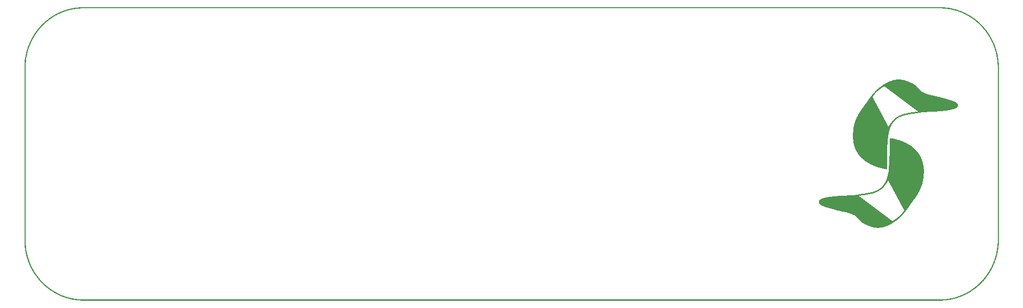
<source format=gto>
G04 MADE WITH FRITZING*
G04 WWW.FRITZING.ORG*
G04 DOUBLE SIDED*
G04 HOLES PLATED*
G04 CONTOUR ON CENTER OF CONTOUR VECTOR*
%FSLAX26Y26*%
%MOIN*%
%ADD10R,0.001000X0.001000*%
%G04SILK1*%
%FSLAX26Y26*%
%MOIN*%
D10*
X364500Y1908950D02*
X5973500Y1908950D01*
X351500Y1907950D02*
X5986500Y1907950D01*
X341500Y1906950D02*
X5996500Y1906950D01*
X333500Y1905950D02*
X6004500Y1905950D01*
X326500Y1904950D02*
X6011500Y1904950D01*
X320500Y1903950D02*
X6017500Y1903950D01*
X314500Y1902950D02*
X6023500Y1902950D01*
X309500Y1901950D02*
X6028500Y1901950D01*
X304500Y1900950D02*
X364500Y1900950D01*
X5973500Y1900950D02*
X6033500Y1900950D01*
X300500Y1899950D02*
X350500Y1899950D01*
X5987500Y1899950D02*
X6037500Y1899950D01*
X296500Y1898950D02*
X340500Y1898950D01*
X5997500Y1898950D02*
X6041500Y1898950D01*
X292500Y1897950D02*
X332500Y1897950D01*
X6005500Y1897950D02*
X6045500Y1897950D01*
X288500Y1896950D02*
X325500Y1896950D01*
X6012500Y1896950D02*
X6049500Y1896950D01*
X284500Y1895950D02*
X319500Y1895950D01*
X6018500Y1895950D02*
X6053500Y1895950D01*
X281500Y1894950D02*
X314500Y1894950D01*
X6023500Y1894950D02*
X6057500Y1894950D01*
X277500Y1893950D02*
X309500Y1893950D01*
X6028500Y1893950D02*
X6060500Y1893950D01*
X274500Y1892950D02*
X304500Y1892950D01*
X6033500Y1892950D02*
X6063500Y1892950D01*
X271500Y1891950D02*
X299500Y1891950D01*
X6038500Y1891950D02*
X6066500Y1891950D01*
X268500Y1890950D02*
X295500Y1890950D01*
X6042500Y1890950D02*
X6069500Y1890950D01*
X265500Y1889950D02*
X291500Y1889950D01*
X6046500Y1889950D02*
X6072500Y1889950D01*
X262500Y1888950D02*
X287500Y1888950D01*
X6050500Y1888950D02*
X6075500Y1888950D01*
X259500Y1887950D02*
X284500Y1887950D01*
X6053500Y1887950D02*
X6078500Y1887950D01*
X256500Y1886950D02*
X280500Y1886950D01*
X6057500Y1886950D02*
X6081500Y1886950D01*
X253500Y1885950D02*
X277500Y1885950D01*
X6060500Y1885950D02*
X6084500Y1885950D01*
X251500Y1884950D02*
X274500Y1884950D01*
X6063500Y1884950D02*
X6086500Y1884950D01*
X248500Y1883950D02*
X270500Y1883950D01*
X6067500Y1883950D02*
X6089500Y1883950D01*
X246500Y1882950D02*
X268500Y1882950D01*
X6070500Y1882950D02*
X6091500Y1882950D01*
X243500Y1881950D02*
X265500Y1881950D01*
X6072500Y1881950D02*
X6094500Y1881950D01*
X241500Y1880950D02*
X262500Y1880950D01*
X6075500Y1880950D02*
X6096500Y1880950D01*
X238500Y1879950D02*
X259500Y1879950D01*
X6078500Y1879950D02*
X6099500Y1879950D01*
X236500Y1878950D02*
X256500Y1878950D01*
X6081500Y1878950D02*
X6101500Y1878950D01*
X233500Y1877950D02*
X253500Y1877950D01*
X6084500Y1877950D02*
X6104500Y1877950D01*
X231500Y1876950D02*
X251500Y1876950D01*
X6086500Y1876950D02*
X6106500Y1876950D01*
X229500Y1875950D02*
X248500Y1875950D01*
X6089500Y1875950D02*
X6108500Y1875950D01*
X227500Y1874950D02*
X246500Y1874950D01*
X6091500Y1874950D02*
X6110500Y1874950D01*
X225500Y1873950D02*
X243500Y1873950D01*
X6094500Y1873950D02*
X6112500Y1873950D01*
X223500Y1872950D02*
X241500Y1872950D01*
X6096500Y1872950D02*
X6114500Y1872950D01*
X220500Y1871950D02*
X238500Y1871950D01*
X6099500Y1871950D02*
X6117500Y1871950D01*
X218500Y1870950D02*
X236500Y1870950D01*
X6101500Y1870950D02*
X6119500Y1870950D01*
X216500Y1869950D02*
X234500Y1869950D01*
X6103500Y1869950D02*
X6121500Y1869950D01*
X214500Y1868950D02*
X232500Y1868950D01*
X6105500Y1868950D02*
X6123500Y1868950D01*
X212500Y1867950D02*
X229500Y1867950D01*
X6108500Y1867950D02*
X6125500Y1867950D01*
X211500Y1866950D02*
X227500Y1866950D01*
X6110500Y1866950D02*
X6126500Y1866950D01*
X209500Y1865950D02*
X225500Y1865950D01*
X6112500Y1865950D02*
X6128500Y1865950D01*
X207500Y1864950D02*
X223500Y1864950D01*
X6114500Y1864950D02*
X6130500Y1864950D01*
X205500Y1863950D02*
X221500Y1863950D01*
X6116500Y1863950D02*
X6132500Y1863950D01*
X203500Y1862950D02*
X219500Y1862950D01*
X6118500Y1862950D02*
X6134500Y1862950D01*
X201500Y1861950D02*
X217500Y1861950D01*
X6120500Y1861950D02*
X6136500Y1861950D01*
X199500Y1860950D02*
X215500Y1860950D01*
X6122500Y1860950D02*
X6138500Y1860950D01*
X198500Y1859950D02*
X213500Y1859950D01*
X6124500Y1859950D02*
X6139500Y1859950D01*
X196500Y1858950D02*
X211500Y1858950D01*
X6126500Y1858950D02*
X6141500Y1858950D01*
X194500Y1857950D02*
X209500Y1857950D01*
X6128500Y1857950D02*
X6143500Y1857950D01*
X193500Y1856950D02*
X207500Y1856950D01*
X6130500Y1856950D02*
X6144500Y1856950D01*
X191500Y1855950D02*
X206500Y1855950D01*
X6131500Y1855950D02*
X6146500Y1855950D01*
X189500Y1854950D02*
X204500Y1854950D01*
X6133500Y1854950D02*
X6148500Y1854950D01*
X187500Y1853950D02*
X202500Y1853950D01*
X6135500Y1853950D02*
X6150500Y1853950D01*
X186500Y1852950D02*
X200500Y1852950D01*
X6137500Y1852950D02*
X6151500Y1852950D01*
X184500Y1851950D02*
X199500Y1851950D01*
X6138500Y1851950D02*
X6153500Y1851950D01*
X183500Y1850950D02*
X197500Y1850950D01*
X6140500Y1850950D02*
X6154500Y1850950D01*
X181500Y1849950D02*
X195500Y1849950D01*
X6142500Y1849950D02*
X6156500Y1849950D01*
X180500Y1848950D02*
X193500Y1848950D01*
X6144500Y1848950D02*
X6157500Y1848950D01*
X178500Y1847950D02*
X192500Y1847950D01*
X6145500Y1847950D02*
X6159500Y1847950D01*
X176500Y1846950D02*
X190500Y1846950D01*
X6147500Y1846950D02*
X6161500Y1846950D01*
X175500Y1845950D02*
X188500Y1845950D01*
X6149500Y1845950D02*
X6162500Y1845950D01*
X173500Y1844950D02*
X187500Y1844950D01*
X6150500Y1844950D02*
X6164500Y1844950D01*
X172500Y1843950D02*
X185500Y1843950D01*
X6152500Y1843950D02*
X6165500Y1843950D01*
X170500Y1842950D02*
X184500Y1842950D01*
X6153500Y1842950D02*
X6167500Y1842950D01*
X169500Y1841950D02*
X182500Y1841950D01*
X6155500Y1841950D02*
X6168500Y1841950D01*
X168500Y1840950D02*
X181500Y1840950D01*
X6156500Y1840950D02*
X6169500Y1840950D01*
X166500Y1839950D02*
X179500Y1839950D01*
X6158500Y1839950D02*
X6171500Y1839950D01*
X165500Y1838950D02*
X178500Y1838950D01*
X6159500Y1838950D02*
X6172500Y1838950D01*
X163500Y1837950D02*
X176500Y1837950D01*
X6161500Y1837950D02*
X6174500Y1837950D01*
X162500Y1836950D02*
X175500Y1836950D01*
X6162500Y1836950D02*
X6175500Y1836950D01*
X161500Y1835950D02*
X173500Y1835950D01*
X6164500Y1835950D02*
X6176500Y1835950D01*
X159500Y1834950D02*
X172500Y1834950D01*
X6165500Y1834950D02*
X6178500Y1834950D01*
X158500Y1833950D02*
X170500Y1833950D01*
X6167500Y1833950D02*
X6179500Y1833950D01*
X157500Y1832950D02*
X169500Y1832950D01*
X6168500Y1832950D02*
X6180500Y1832950D01*
X155500Y1831950D02*
X168500Y1831950D01*
X6169500Y1831950D02*
X6182500Y1831950D01*
X154500Y1830950D02*
X166500Y1830950D01*
X6171500Y1830950D02*
X6183500Y1830950D01*
X153500Y1829950D02*
X165500Y1829950D01*
X6172500Y1829950D02*
X6184500Y1829950D01*
X151500Y1828950D02*
X164500Y1828950D01*
X6173500Y1828950D02*
X6186500Y1828950D01*
X150500Y1827950D02*
X162500Y1827950D01*
X6175500Y1827950D02*
X6187500Y1827950D01*
X149500Y1826950D02*
X161500Y1826950D01*
X6176500Y1826950D02*
X6188500Y1826950D01*
X148500Y1825950D02*
X159500Y1825950D01*
X6178500Y1825950D02*
X6189500Y1825950D01*
X146500Y1824950D02*
X158500Y1824950D01*
X6179500Y1824950D02*
X6191500Y1824950D01*
X145500Y1823950D02*
X157500Y1823950D01*
X6180500Y1823950D02*
X6192500Y1823950D01*
X144500Y1822950D02*
X156500Y1822950D01*
X6181500Y1822950D02*
X6193500Y1822950D01*
X143500Y1821950D02*
X154500Y1821950D01*
X6183500Y1821950D02*
X6194500Y1821950D01*
X141500Y1820950D02*
X153500Y1820950D01*
X6184500Y1820950D02*
X6196500Y1820950D01*
X140500Y1819950D02*
X152500Y1819950D01*
X6185500Y1819950D02*
X6197500Y1819950D01*
X139500Y1818950D02*
X151500Y1818950D01*
X6186500Y1818950D02*
X6198500Y1818950D01*
X138500Y1817950D02*
X149500Y1817950D01*
X6188500Y1817950D02*
X6199500Y1817950D01*
X137500Y1816950D02*
X148500Y1816950D01*
X6189500Y1816950D02*
X6200500Y1816950D01*
X136500Y1815950D02*
X147500Y1815950D01*
X6190500Y1815950D02*
X6201500Y1815950D01*
X134500Y1814950D02*
X146500Y1814950D01*
X6191500Y1814950D02*
X6202500Y1814950D01*
X133500Y1813950D02*
X144500Y1813950D01*
X6193500Y1813950D02*
X6204500Y1813950D01*
X132500Y1812950D02*
X143500Y1812950D01*
X6194500Y1812950D02*
X6205500Y1812950D01*
X131500Y1811950D02*
X142500Y1811950D01*
X6195500Y1811950D02*
X6206500Y1811950D01*
X130500Y1810950D02*
X141500Y1810950D01*
X6196500Y1810950D02*
X6207500Y1810950D01*
X129500Y1809950D02*
X140500Y1809950D01*
X6197500Y1809950D02*
X6208500Y1809950D01*
X128500Y1808950D02*
X139500Y1808950D01*
X6198500Y1808950D02*
X6209500Y1808950D01*
X127500Y1807950D02*
X138500Y1807950D01*
X6199500Y1807950D02*
X6210500Y1807950D01*
X126500Y1806950D02*
X137500Y1806950D01*
X6200500Y1806950D02*
X6211500Y1806950D01*
X124500Y1805950D02*
X135500Y1805950D01*
X6202500Y1805950D02*
X6213500Y1805950D01*
X123500Y1804950D02*
X134500Y1804950D01*
X6203500Y1804950D02*
X6214500Y1804950D01*
X122500Y1803950D02*
X133500Y1803950D01*
X6204500Y1803950D02*
X6215500Y1803950D01*
X121500Y1802950D02*
X132500Y1802950D01*
X6205500Y1802950D02*
X6216500Y1802950D01*
X120500Y1801950D02*
X131500Y1801950D01*
X6206500Y1801950D02*
X6217500Y1801950D01*
X119500Y1800950D02*
X130500Y1800950D01*
X6207500Y1800950D02*
X6218500Y1800950D01*
X118500Y1799950D02*
X129500Y1799950D01*
X6208500Y1799950D02*
X6219500Y1799950D01*
X117500Y1798950D02*
X128500Y1798950D01*
X6209500Y1798950D02*
X6220500Y1798950D01*
X116500Y1797950D02*
X127500Y1797950D01*
X6210500Y1797950D02*
X6221500Y1797950D01*
X115500Y1796950D02*
X126500Y1796950D01*
X6211500Y1796950D02*
X6222500Y1796950D01*
X114500Y1795950D02*
X125500Y1795950D01*
X6212500Y1795950D02*
X6223500Y1795950D01*
X113500Y1794950D02*
X124500Y1794950D01*
X6213500Y1794950D02*
X6224500Y1794950D01*
X112500Y1793950D02*
X123500Y1793950D01*
X6214500Y1793950D02*
X6225500Y1793950D01*
X111500Y1792950D02*
X122500Y1792950D01*
X6215500Y1792950D02*
X6226500Y1792950D01*
X110500Y1791950D02*
X121500Y1791950D01*
X6216500Y1791950D02*
X6227500Y1791950D01*
X109500Y1790950D02*
X120500Y1790950D01*
X6217500Y1790950D02*
X6228500Y1790950D01*
X109500Y1789950D02*
X119500Y1789950D01*
X6218500Y1789950D02*
X6228500Y1789950D01*
X108500Y1788950D02*
X118500Y1788950D01*
X6219500Y1788950D02*
X6229500Y1788950D01*
X107500Y1787950D02*
X117500Y1787950D01*
X6220500Y1787950D02*
X6230500Y1787950D01*
X106500Y1786950D02*
X116500Y1786950D01*
X6221500Y1786950D02*
X6231500Y1786950D01*
X105500Y1785950D02*
X115500Y1785950D01*
X6222500Y1785950D02*
X6232500Y1785950D01*
X104500Y1784950D02*
X114500Y1784950D01*
X6223500Y1784950D02*
X6233500Y1784950D01*
X103500Y1783950D02*
X113500Y1783950D01*
X6224500Y1783950D02*
X6234500Y1783950D01*
X102500Y1782950D02*
X112500Y1782950D01*
X6225500Y1782950D02*
X6235500Y1782950D01*
X101500Y1781950D02*
X111500Y1781950D01*
X6226500Y1781950D02*
X6236500Y1781950D01*
X100500Y1780950D02*
X110500Y1780950D01*
X6227500Y1780950D02*
X6237500Y1780950D01*
X99500Y1779950D02*
X109500Y1779950D01*
X6228500Y1779950D02*
X6238500Y1779950D01*
X98500Y1778950D02*
X108500Y1778950D01*
X6229500Y1778950D02*
X6239500Y1778950D01*
X98500Y1777950D02*
X107500Y1777950D01*
X6230500Y1777950D02*
X6239500Y1777950D01*
X97500Y1776950D02*
X106500Y1776950D01*
X6231500Y1776950D02*
X6240500Y1776950D01*
X96500Y1775950D02*
X105500Y1775950D01*
X6232500Y1775950D02*
X6241500Y1775950D01*
X95500Y1774950D02*
X105500Y1774950D01*
X6232500Y1774950D02*
X6242500Y1774950D01*
X94500Y1773950D02*
X104500Y1773950D01*
X6233500Y1773950D02*
X6243500Y1773950D01*
X93500Y1772950D02*
X103500Y1772950D01*
X6234500Y1772950D02*
X6244500Y1772950D01*
X93500Y1771950D02*
X102500Y1771950D01*
X6235500Y1771950D02*
X6244500Y1771950D01*
X92500Y1770950D02*
X101500Y1770950D01*
X6236500Y1770950D02*
X6245500Y1770950D01*
X91500Y1769950D02*
X100500Y1769950D01*
X6237500Y1769950D02*
X6246500Y1769950D01*
X90500Y1768950D02*
X99500Y1768950D01*
X6238500Y1768950D02*
X6247500Y1768950D01*
X89500Y1767950D02*
X99500Y1767950D01*
X6238500Y1767950D02*
X6248500Y1767950D01*
X88500Y1766950D02*
X98500Y1766950D01*
X6239500Y1766950D02*
X6249500Y1766950D01*
X87500Y1765950D02*
X97500Y1765950D01*
X6240500Y1765950D02*
X6250500Y1765950D01*
X87500Y1764950D02*
X96500Y1764950D01*
X6241500Y1764950D02*
X6250500Y1764950D01*
X86500Y1763950D02*
X95500Y1763950D01*
X6242500Y1763950D02*
X6251500Y1763950D01*
X85500Y1762950D02*
X94500Y1762950D01*
X6243500Y1762950D02*
X6252500Y1762950D01*
X84500Y1761950D02*
X94500Y1761950D01*
X6243500Y1761950D02*
X6253500Y1761950D01*
X84500Y1760950D02*
X93500Y1760950D01*
X6244500Y1760950D02*
X6253500Y1760950D01*
X83500Y1759950D02*
X92500Y1759950D01*
X6245500Y1759950D02*
X6254500Y1759950D01*
X82500Y1758950D02*
X91500Y1758950D01*
X6246500Y1758950D02*
X6255500Y1758950D01*
X81500Y1757950D02*
X90500Y1757950D01*
X6247500Y1757950D02*
X6256500Y1757950D01*
X81500Y1756950D02*
X90500Y1756950D01*
X6247500Y1756950D02*
X6256500Y1756950D01*
X80500Y1755950D02*
X89500Y1755950D01*
X6248500Y1755950D02*
X6257500Y1755950D01*
X79500Y1754950D02*
X88500Y1754950D01*
X6249500Y1754950D02*
X6258500Y1754950D01*
X78500Y1753950D02*
X87500Y1753950D01*
X6250500Y1753950D02*
X6259500Y1753950D01*
X78500Y1752950D02*
X87500Y1752950D01*
X6250500Y1752950D02*
X6259500Y1752950D01*
X77500Y1751950D02*
X86500Y1751950D01*
X6251500Y1751950D02*
X6260500Y1751950D01*
X76500Y1750950D02*
X85500Y1750950D01*
X6252500Y1750950D02*
X6261500Y1750950D01*
X75500Y1749950D02*
X84500Y1749950D01*
X6253500Y1749950D02*
X6262500Y1749950D01*
X75500Y1748950D02*
X83500Y1748950D01*
X6254500Y1748950D02*
X6262500Y1748950D01*
X74500Y1747950D02*
X83500Y1747950D01*
X6254500Y1747950D02*
X6263500Y1747950D01*
X73500Y1746950D02*
X82500Y1746950D01*
X6255500Y1746950D02*
X6264500Y1746950D01*
X73500Y1745950D02*
X81500Y1745950D01*
X6256500Y1745950D02*
X6264500Y1745950D01*
X72500Y1744950D02*
X81500Y1744950D01*
X6256500Y1744950D02*
X6265500Y1744950D01*
X71500Y1743950D02*
X80500Y1743950D01*
X6257500Y1743950D02*
X6266500Y1743950D01*
X70500Y1742950D02*
X79500Y1742950D01*
X6258500Y1742950D02*
X6267500Y1742950D01*
X70500Y1741950D02*
X78500Y1741950D01*
X6259500Y1741950D02*
X6267500Y1741950D01*
X69500Y1740950D02*
X78500Y1740950D01*
X6259500Y1740950D02*
X6268500Y1740950D01*
X68500Y1739950D02*
X77500Y1739950D01*
X6260500Y1739950D02*
X6269500Y1739950D01*
X68500Y1738950D02*
X76500Y1738950D01*
X6261500Y1738950D02*
X6269500Y1738950D01*
X67500Y1737950D02*
X76500Y1737950D01*
X6261500Y1737950D02*
X6270500Y1737950D01*
X66500Y1736950D02*
X75500Y1736950D01*
X6262500Y1736950D02*
X6271500Y1736950D01*
X66500Y1735950D02*
X74500Y1735950D01*
X6263500Y1735950D02*
X6271500Y1735950D01*
X65500Y1734950D02*
X74500Y1734950D01*
X6263500Y1734950D02*
X6272500Y1734950D01*
X64500Y1733950D02*
X73500Y1733950D01*
X6264500Y1733950D02*
X6273500Y1733950D01*
X64500Y1732950D02*
X72500Y1732950D01*
X6265500Y1732950D02*
X6273500Y1732950D01*
X63500Y1731950D02*
X72500Y1731950D01*
X6265500Y1731950D02*
X6274500Y1731950D01*
X63500Y1730950D02*
X71500Y1730950D01*
X6266500Y1730950D02*
X6274500Y1730950D01*
X62500Y1729950D02*
X70500Y1729950D01*
X6267500Y1729950D02*
X6275500Y1729950D01*
X61500Y1728950D02*
X70500Y1728950D01*
X6267500Y1728950D02*
X6276500Y1728950D01*
X61500Y1727950D02*
X69500Y1727950D01*
X6268500Y1727950D02*
X6276500Y1727950D01*
X60500Y1726950D02*
X68500Y1726950D01*
X6269500Y1726950D02*
X6277500Y1726950D01*
X59500Y1725950D02*
X68500Y1725950D01*
X6269500Y1725950D02*
X6278500Y1725950D01*
X59500Y1724950D02*
X67500Y1724950D01*
X6270500Y1724950D02*
X6278500Y1724950D01*
X58500Y1723950D02*
X66500Y1723950D01*
X6271500Y1723950D02*
X6279500Y1723950D01*
X58500Y1722950D02*
X66500Y1722950D01*
X6271500Y1722950D02*
X6279500Y1722950D01*
X57500Y1721950D02*
X65500Y1721950D01*
X6272500Y1721950D02*
X6280500Y1721950D01*
X56500Y1720950D02*
X65500Y1720950D01*
X6272500Y1720950D02*
X6281500Y1720950D01*
X56500Y1719950D02*
X64500Y1719950D01*
X6273500Y1719950D02*
X6281500Y1719950D01*
X55500Y1718950D02*
X63500Y1718950D01*
X6274500Y1718950D02*
X6282500Y1718950D01*
X55500Y1717950D02*
X63500Y1717950D01*
X6274500Y1717950D02*
X6282500Y1717950D01*
X54500Y1716950D02*
X62500Y1716950D01*
X6275500Y1716950D02*
X6283500Y1716950D01*
X53500Y1715950D02*
X61500Y1715950D01*
X6276500Y1715950D02*
X6284500Y1715950D01*
X53500Y1714950D02*
X61500Y1714950D01*
X6276500Y1714950D02*
X6284500Y1714950D01*
X52500Y1713950D02*
X60500Y1713950D01*
X6277500Y1713950D02*
X6285500Y1713950D01*
X52500Y1712950D02*
X60500Y1712950D01*
X6277500Y1712950D02*
X6285500Y1712950D01*
X51500Y1711950D02*
X59500Y1711950D01*
X6278500Y1711950D02*
X6286500Y1711950D01*
X51500Y1710950D02*
X59500Y1710950D01*
X6278500Y1710950D02*
X6286500Y1710950D01*
X50500Y1709950D02*
X58500Y1709950D01*
X6279500Y1709950D02*
X6287500Y1709950D01*
X49500Y1708950D02*
X58500Y1708950D01*
X6279500Y1708950D02*
X6288500Y1708950D01*
X49500Y1707950D02*
X57500Y1707950D01*
X6280500Y1707950D02*
X6288500Y1707950D01*
X48500Y1706950D02*
X56500Y1706950D01*
X6281500Y1706950D02*
X6289500Y1706950D01*
X48500Y1705950D02*
X56500Y1705950D01*
X6281500Y1705950D02*
X6289500Y1705950D01*
X47500Y1704950D02*
X55500Y1704950D01*
X6282500Y1704950D02*
X6290500Y1704950D01*
X47500Y1703950D02*
X55500Y1703950D01*
X6282500Y1703950D02*
X6290500Y1703950D01*
X46500Y1702950D02*
X54500Y1702950D01*
X6283500Y1702950D02*
X6291500Y1702950D01*
X46500Y1701950D02*
X54500Y1701950D01*
X6283500Y1701950D02*
X6291500Y1701950D01*
X45500Y1700950D02*
X53500Y1700950D01*
X6284500Y1700950D02*
X6292500Y1700950D01*
X45500Y1699950D02*
X52500Y1699950D01*
X6285500Y1699950D02*
X6292500Y1699950D01*
X44500Y1698950D02*
X52500Y1698950D01*
X6285500Y1698950D02*
X6293500Y1698950D01*
X44500Y1697950D02*
X51500Y1697950D01*
X6286500Y1697950D02*
X6293500Y1697950D01*
X43500Y1696950D02*
X51500Y1696950D01*
X6286500Y1696950D02*
X6294500Y1696950D01*
X43500Y1695950D02*
X50500Y1695950D01*
X6287500Y1695950D02*
X6294500Y1695950D01*
X42500Y1694950D02*
X50500Y1694950D01*
X6287500Y1694950D02*
X6295500Y1694950D01*
X42500Y1693950D02*
X49500Y1693950D01*
X6288500Y1693950D02*
X6295500Y1693950D01*
X41500Y1692950D02*
X49500Y1692950D01*
X6288500Y1692950D02*
X6296500Y1692950D01*
X41500Y1691950D02*
X48500Y1691950D01*
X6289500Y1691950D02*
X6296500Y1691950D01*
X40500Y1690950D02*
X48500Y1690950D01*
X6289500Y1690950D02*
X6297500Y1690950D01*
X40500Y1689950D02*
X47500Y1689950D01*
X6290500Y1689950D02*
X6297500Y1689950D01*
X39500Y1688950D02*
X47500Y1688950D01*
X6290500Y1688950D02*
X6298500Y1688950D01*
X39500Y1687950D02*
X46500Y1687950D01*
X6291500Y1687950D02*
X6298500Y1687950D01*
X38500Y1686950D02*
X46500Y1686950D01*
X6291500Y1686950D02*
X6299500Y1686950D01*
X38500Y1685950D02*
X45500Y1685950D01*
X6292500Y1685950D02*
X6299500Y1685950D01*
X37500Y1684950D02*
X45500Y1684950D01*
X6292500Y1684950D02*
X6300500Y1684950D01*
X37500Y1683950D02*
X44500Y1683950D01*
X6293500Y1683950D02*
X6300500Y1683950D01*
X36500Y1682950D02*
X44500Y1682950D01*
X6293500Y1682950D02*
X6301500Y1682950D01*
X36500Y1681950D02*
X44500Y1681950D01*
X6293500Y1681950D02*
X6301500Y1681950D01*
X36500Y1680950D02*
X43500Y1680950D01*
X6294500Y1680950D02*
X6301500Y1680950D01*
X35500Y1679950D02*
X43500Y1679950D01*
X6294500Y1679950D02*
X6302500Y1679950D01*
X35500Y1678950D02*
X42500Y1678950D01*
X6295500Y1678950D02*
X6302500Y1678950D01*
X34500Y1677950D02*
X42500Y1677950D01*
X6295500Y1677950D02*
X6303500Y1677950D01*
X34500Y1676950D02*
X41500Y1676950D01*
X6296500Y1676950D02*
X6303500Y1676950D01*
X33500Y1675950D02*
X41500Y1675950D01*
X6296500Y1675950D02*
X6304500Y1675950D01*
X33500Y1674950D02*
X40500Y1674950D01*
X6297500Y1674950D02*
X6304500Y1674950D01*
X32500Y1673950D02*
X40500Y1673950D01*
X6297500Y1673950D02*
X6305500Y1673950D01*
X32500Y1672950D02*
X40500Y1672950D01*
X6297500Y1672950D02*
X6305500Y1672950D01*
X32500Y1671950D02*
X39500Y1671950D01*
X6298500Y1671950D02*
X6305500Y1671950D01*
X31500Y1670950D02*
X39500Y1670950D01*
X6298500Y1670950D02*
X6306500Y1670950D01*
X31500Y1669950D02*
X38500Y1669950D01*
X6299500Y1669950D02*
X6306500Y1669950D01*
X30500Y1668950D02*
X38500Y1668950D01*
X6299500Y1668950D02*
X6307500Y1668950D01*
X30500Y1667950D02*
X37500Y1667950D01*
X6300500Y1667950D02*
X6307500Y1667950D01*
X29500Y1666950D02*
X37500Y1666950D01*
X6300500Y1666950D02*
X6308500Y1666950D01*
X29500Y1665950D02*
X36500Y1665950D01*
X6301500Y1665950D02*
X6308500Y1665950D01*
X29500Y1664950D02*
X36500Y1664950D01*
X6301500Y1664950D02*
X6308500Y1664950D01*
X28500Y1663950D02*
X36500Y1663950D01*
X6301500Y1663950D02*
X6309500Y1663950D01*
X28500Y1662950D02*
X35500Y1662950D01*
X6302500Y1662950D02*
X6309500Y1662950D01*
X28500Y1661950D02*
X35500Y1661950D01*
X6302500Y1661950D02*
X6309500Y1661950D01*
X27500Y1660950D02*
X35500Y1660950D01*
X6302500Y1660950D02*
X6310500Y1660950D01*
X27500Y1659950D02*
X34500Y1659950D01*
X6303500Y1659950D02*
X6310500Y1659950D01*
X26500Y1658950D02*
X34500Y1658950D01*
X6303500Y1658950D02*
X6311500Y1658950D01*
X26500Y1657950D02*
X33500Y1657950D01*
X6304500Y1657950D02*
X6311500Y1657950D01*
X26500Y1656950D02*
X33500Y1656950D01*
X6304500Y1656950D02*
X6311500Y1656950D01*
X25500Y1655950D02*
X33500Y1655950D01*
X6304500Y1655950D02*
X6312500Y1655950D01*
X25500Y1654950D02*
X32500Y1654950D01*
X6305500Y1654950D02*
X6312500Y1654950D01*
X24500Y1653950D02*
X32500Y1653950D01*
X6305500Y1653950D02*
X6313500Y1653950D01*
X24500Y1652950D02*
X31500Y1652950D01*
X6306500Y1652950D02*
X6313500Y1652950D01*
X24500Y1651950D02*
X31500Y1651950D01*
X6306500Y1651950D02*
X6313500Y1651950D01*
X23500Y1650950D02*
X31500Y1650950D01*
X6306500Y1650950D02*
X6314500Y1650950D01*
X23500Y1649950D02*
X30500Y1649950D01*
X6307500Y1649950D02*
X6314500Y1649950D01*
X23500Y1648950D02*
X30500Y1648950D01*
X6307500Y1648950D02*
X6314500Y1648950D01*
X22500Y1647950D02*
X30500Y1647950D01*
X6307500Y1647950D02*
X6315500Y1647950D01*
X22500Y1646950D02*
X29500Y1646950D01*
X6308500Y1646950D02*
X6315500Y1646950D01*
X22500Y1645950D02*
X29500Y1645950D01*
X6308500Y1645950D02*
X6315500Y1645950D01*
X21500Y1644950D02*
X29500Y1644950D01*
X6308500Y1644950D02*
X6316500Y1644950D01*
X21500Y1643950D02*
X28500Y1643950D01*
X6309500Y1643950D02*
X6316500Y1643950D01*
X21500Y1642950D02*
X28500Y1642950D01*
X6309500Y1642950D02*
X6316500Y1642950D01*
X20500Y1641950D02*
X28500Y1641950D01*
X6309500Y1641950D02*
X6317500Y1641950D01*
X20500Y1640950D02*
X27500Y1640950D01*
X6310500Y1640950D02*
X6317500Y1640950D01*
X20500Y1639950D02*
X27500Y1639950D01*
X6310500Y1639950D02*
X6317500Y1639950D01*
X19500Y1638950D02*
X27500Y1638950D01*
X6310500Y1638950D02*
X6318500Y1638950D01*
X19500Y1637950D02*
X26500Y1637950D01*
X6311500Y1637950D02*
X6318500Y1637950D01*
X19500Y1636950D02*
X26500Y1636950D01*
X6311500Y1636950D02*
X6318500Y1636950D01*
X18500Y1635950D02*
X26500Y1635950D01*
X6311500Y1635950D02*
X6319500Y1635950D01*
X18500Y1634950D02*
X25500Y1634950D01*
X6312500Y1634950D02*
X6319500Y1634950D01*
X18500Y1633950D02*
X25500Y1633950D01*
X6312500Y1633950D02*
X6319500Y1633950D01*
X17500Y1632950D02*
X25500Y1632950D01*
X6312500Y1632950D02*
X6320500Y1632950D01*
X17500Y1631950D02*
X24500Y1631950D01*
X6313500Y1631950D02*
X6320500Y1631950D01*
X17500Y1630950D02*
X24500Y1630950D01*
X6313500Y1630950D02*
X6320500Y1630950D01*
X16500Y1629950D02*
X24500Y1629950D01*
X6313500Y1629950D02*
X6321500Y1629950D01*
X16500Y1628950D02*
X23500Y1628950D01*
X6314500Y1628950D02*
X6321500Y1628950D01*
X16500Y1627950D02*
X23500Y1627950D01*
X6314500Y1627950D02*
X6321500Y1627950D01*
X16500Y1626950D02*
X23500Y1626950D01*
X6314500Y1626950D02*
X6321500Y1626950D01*
X15500Y1625950D02*
X23500Y1625950D01*
X6314500Y1625950D02*
X6322500Y1625950D01*
X15500Y1624950D02*
X22500Y1624950D01*
X6315500Y1624950D02*
X6322500Y1624950D01*
X15500Y1623950D02*
X22500Y1623950D01*
X6315500Y1623950D02*
X6322500Y1623950D01*
X14500Y1622950D02*
X22500Y1622950D01*
X6315500Y1622950D02*
X6323500Y1622950D01*
X14500Y1621950D02*
X21500Y1621950D01*
X6316500Y1621950D02*
X6323500Y1621950D01*
X14500Y1620950D02*
X21500Y1620950D01*
X6316500Y1620950D02*
X6323500Y1620950D01*
X14500Y1619950D02*
X21500Y1619950D01*
X6316500Y1619950D02*
X6323500Y1619950D01*
X13500Y1618950D02*
X21500Y1618950D01*
X6316500Y1618950D02*
X6324500Y1618950D01*
X13500Y1617950D02*
X20500Y1617950D01*
X6317500Y1617950D02*
X6324500Y1617950D01*
X13500Y1616950D02*
X20500Y1616950D01*
X6317500Y1616950D02*
X6324500Y1616950D01*
X13500Y1615950D02*
X20500Y1615950D01*
X6317500Y1615950D02*
X6324500Y1615950D01*
X12500Y1614950D02*
X20500Y1614950D01*
X6317500Y1614950D02*
X6325500Y1614950D01*
X12500Y1613950D02*
X19500Y1613950D01*
X6318500Y1613950D02*
X6325500Y1613950D01*
X12500Y1612950D02*
X19500Y1612950D01*
X6318500Y1612950D02*
X6325500Y1612950D01*
X12500Y1611950D02*
X19500Y1611950D01*
X6318500Y1611950D02*
X6325500Y1611950D01*
X11500Y1610950D02*
X18500Y1610950D01*
X6319500Y1610950D02*
X6326500Y1610950D01*
X11500Y1609950D02*
X18500Y1609950D01*
X6319500Y1609950D02*
X6326500Y1609950D01*
X11500Y1608950D02*
X18500Y1608950D01*
X6319500Y1608950D02*
X6326500Y1608950D01*
X11500Y1607950D02*
X18500Y1607950D01*
X6319500Y1607950D02*
X6326500Y1607950D01*
X10500Y1606950D02*
X18500Y1606950D01*
X6319500Y1606950D02*
X6327500Y1606950D01*
X10500Y1605950D02*
X17500Y1605950D01*
X6320500Y1605950D02*
X6327500Y1605950D01*
X10500Y1604950D02*
X17500Y1604950D01*
X6320500Y1604950D02*
X6327500Y1604950D01*
X10500Y1603950D02*
X17500Y1603950D01*
X6320500Y1603950D02*
X6327500Y1603950D01*
X10500Y1602950D02*
X17500Y1602950D01*
X6320500Y1602950D02*
X6328500Y1602950D01*
X9500Y1601950D02*
X16500Y1601950D01*
X6321500Y1601950D02*
X6328500Y1601950D01*
X9500Y1600950D02*
X16500Y1600950D01*
X6321500Y1600950D02*
X6328500Y1600950D01*
X9500Y1599950D02*
X16500Y1599950D01*
X6321500Y1599950D02*
X6328500Y1599950D01*
X9500Y1598950D02*
X16500Y1598950D01*
X6321500Y1598950D02*
X6328500Y1598950D01*
X8500Y1597950D02*
X16500Y1597950D01*
X6321500Y1597950D02*
X6329500Y1597950D01*
X8500Y1596950D02*
X15500Y1596950D01*
X6322500Y1596950D02*
X6329500Y1596950D01*
X8500Y1595950D02*
X15500Y1595950D01*
X6322500Y1595950D02*
X6329500Y1595950D01*
X8500Y1594950D02*
X15500Y1594950D01*
X6322500Y1594950D02*
X6329500Y1594950D01*
X8500Y1593950D02*
X15500Y1593950D01*
X6322500Y1593950D02*
X6329500Y1593950D01*
X7500Y1592950D02*
X14500Y1592950D01*
X6323500Y1592950D02*
X6330500Y1592950D01*
X7500Y1591950D02*
X14500Y1591950D01*
X6323500Y1591950D02*
X6330500Y1591950D01*
X7500Y1590950D02*
X14500Y1590950D01*
X6323500Y1590950D02*
X6330500Y1590950D01*
X7500Y1589950D02*
X14500Y1589950D01*
X6323500Y1589950D02*
X6330500Y1589950D01*
X7500Y1588950D02*
X14500Y1588950D01*
X6323500Y1588950D02*
X6330500Y1588950D01*
X7500Y1587950D02*
X14500Y1587950D01*
X6323500Y1587950D02*
X6331500Y1587950D01*
X6500Y1586950D02*
X13500Y1586950D01*
X6324500Y1586950D02*
X6331500Y1586950D01*
X6500Y1585950D02*
X13500Y1585950D01*
X6324500Y1585950D02*
X6331500Y1585950D01*
X6500Y1584950D02*
X13500Y1584950D01*
X6324500Y1584950D02*
X6331500Y1584950D01*
X6500Y1583950D02*
X13500Y1583950D01*
X6324500Y1583950D02*
X6331500Y1583950D01*
X6500Y1582950D02*
X13500Y1582950D01*
X6324500Y1582950D02*
X6331500Y1582950D01*
X5500Y1581950D02*
X12500Y1581950D01*
X6325500Y1581950D02*
X6332500Y1581950D01*
X5500Y1580950D02*
X12500Y1580950D01*
X6325500Y1580950D02*
X6332500Y1580950D01*
X5500Y1579950D02*
X12500Y1579950D01*
X6325500Y1579950D02*
X6332500Y1579950D01*
X5500Y1578950D02*
X12500Y1578950D01*
X6325500Y1578950D02*
X6332500Y1578950D01*
X5500Y1577950D02*
X12500Y1577950D01*
X6325500Y1577950D02*
X6332500Y1577950D01*
X5500Y1576950D02*
X12500Y1576950D01*
X6325500Y1576950D02*
X6332500Y1576950D01*
X4500Y1575950D02*
X12500Y1575950D01*
X6325500Y1575950D02*
X6333500Y1575950D01*
X4500Y1574950D02*
X11500Y1574950D01*
X6326500Y1574950D02*
X6333500Y1574950D01*
X4500Y1573950D02*
X11500Y1573950D01*
X6326500Y1573950D02*
X6333500Y1573950D01*
X4500Y1572950D02*
X11500Y1572950D01*
X6326500Y1572950D02*
X6333500Y1572950D01*
X4500Y1571950D02*
X11500Y1571950D01*
X6326500Y1571950D02*
X6333500Y1571950D01*
X4500Y1570950D02*
X11500Y1570950D01*
X6326500Y1570950D02*
X6333500Y1570950D01*
X4500Y1569950D02*
X11500Y1569950D01*
X6326500Y1569950D02*
X6333500Y1569950D01*
X4500Y1568950D02*
X11500Y1568950D01*
X6326500Y1568950D02*
X6333500Y1568950D01*
X3500Y1567950D02*
X10500Y1567950D01*
X6327500Y1567950D02*
X6334500Y1567950D01*
X3500Y1566950D02*
X10500Y1566950D01*
X6327500Y1566950D02*
X6334500Y1566950D01*
X3500Y1565950D02*
X10500Y1565950D01*
X6327500Y1565950D02*
X6334500Y1565950D01*
X3500Y1564950D02*
X10500Y1564950D01*
X6327500Y1564950D02*
X6334500Y1564950D01*
X3500Y1563950D02*
X10500Y1563950D01*
X6327500Y1563950D02*
X6334500Y1563950D01*
X3500Y1562950D02*
X10500Y1562950D01*
X6327500Y1562950D02*
X6334500Y1562950D01*
X3500Y1561950D02*
X10500Y1561950D01*
X6327500Y1561950D02*
X6334500Y1561950D01*
X3500Y1560950D02*
X10500Y1560950D01*
X6327500Y1560950D02*
X6334500Y1560950D01*
X2500Y1559950D02*
X9500Y1559950D01*
X6328500Y1559950D02*
X6335500Y1559950D01*
X2500Y1558950D02*
X9500Y1558950D01*
X6328500Y1558950D02*
X6335500Y1558950D01*
X2500Y1557950D02*
X9500Y1557950D01*
X6328500Y1557950D02*
X6335500Y1557950D01*
X2500Y1556950D02*
X9500Y1556950D01*
X6328500Y1556950D02*
X6335500Y1556950D01*
X2500Y1555950D02*
X9500Y1555950D01*
X6328500Y1555950D02*
X6335500Y1555950D01*
X2500Y1554950D02*
X9500Y1554950D01*
X6328500Y1554950D02*
X6335500Y1554950D01*
X2500Y1553950D02*
X9500Y1553950D01*
X6328500Y1553950D02*
X6335500Y1553950D01*
X2500Y1552950D02*
X9500Y1552950D01*
X6328500Y1552950D02*
X6335500Y1552950D01*
X2500Y1551950D02*
X9500Y1551950D01*
X6328500Y1551950D02*
X6335500Y1551950D01*
X2500Y1550950D02*
X9500Y1550950D01*
X6328500Y1550950D02*
X6335500Y1550950D01*
X1500Y1549950D02*
X8500Y1549950D01*
X6329500Y1549950D02*
X6336500Y1549950D01*
X1500Y1548950D02*
X8500Y1548950D01*
X6329500Y1548950D02*
X6336500Y1548950D01*
X1500Y1547950D02*
X8500Y1547950D01*
X6329500Y1547950D02*
X6336500Y1547950D01*
X1500Y1546950D02*
X8500Y1546950D01*
X6329500Y1546950D02*
X6336500Y1546950D01*
X1500Y1545950D02*
X8500Y1545950D01*
X6329500Y1545950D02*
X6336500Y1545950D01*
X1500Y1544950D02*
X8500Y1544950D01*
X6329500Y1544950D02*
X6336500Y1544950D01*
X1500Y1543950D02*
X8500Y1543950D01*
X6329500Y1543950D02*
X6336500Y1543950D01*
X1500Y1542950D02*
X8500Y1542950D01*
X6329500Y1542950D02*
X6336500Y1542950D01*
X1500Y1541950D02*
X8500Y1541950D01*
X6329500Y1541950D02*
X6336500Y1541950D01*
X1500Y1540950D02*
X8500Y1540950D01*
X6329500Y1540950D02*
X6336500Y1540950D01*
X1500Y1539950D02*
X8500Y1539950D01*
X6329500Y1539950D02*
X6336500Y1539950D01*
X1500Y1538950D02*
X8500Y1538950D01*
X6329500Y1538950D02*
X6336500Y1538950D01*
X1500Y1537950D02*
X8500Y1537950D01*
X6329500Y1537950D02*
X6336500Y1537950D01*
X1500Y1536950D02*
X8500Y1536950D01*
X6329500Y1536950D02*
X6336500Y1536950D01*
X500Y1535950D02*
X8500Y1535950D01*
X6330500Y1535950D02*
X6337500Y1535950D01*
X500Y1534950D02*
X7500Y1534950D01*
X6330500Y1534950D02*
X6337500Y1534950D01*
X500Y1533950D02*
X7500Y1533950D01*
X6330500Y1533950D02*
X6337500Y1533950D01*
X500Y1532950D02*
X7500Y1532950D01*
X6330500Y1532950D02*
X6337500Y1532950D01*
X500Y1531950D02*
X7500Y1531950D01*
X6330500Y1531950D02*
X6337500Y1531950D01*
X500Y1530950D02*
X7500Y1530950D01*
X6330500Y1530950D02*
X6337500Y1530950D01*
X500Y1529950D02*
X7500Y1529950D01*
X6330500Y1529950D02*
X6337500Y1529950D01*
X500Y1528950D02*
X7500Y1528950D01*
X6330500Y1528950D02*
X6337500Y1528950D01*
X500Y1527950D02*
X7500Y1527950D01*
X6330500Y1527950D02*
X6337500Y1527950D01*
X500Y1526950D02*
X7500Y1526950D01*
X6330500Y1526950D02*
X6337500Y1526950D01*
X500Y1525950D02*
X7500Y1525950D01*
X6330500Y1525950D02*
X6337500Y1525950D01*
X500Y1524950D02*
X7500Y1524950D01*
X6330500Y1524950D02*
X6337500Y1524950D01*
X500Y1523950D02*
X7500Y1523950D01*
X6330500Y1523950D02*
X6337500Y1523950D01*
X500Y1522950D02*
X7500Y1522950D01*
X6330500Y1522950D02*
X6337500Y1522950D01*
X500Y1521950D02*
X7500Y1521950D01*
X6330500Y1521950D02*
X6337500Y1521950D01*
X500Y1520950D02*
X7500Y1520950D01*
X6330500Y1520950D02*
X6337500Y1520950D01*
X500Y1519950D02*
X7500Y1519950D01*
X6330500Y1519950D02*
X6337500Y1519950D01*
X500Y1518950D02*
X7500Y1518950D01*
X6330500Y1518950D02*
X6337500Y1518950D01*
X500Y1517950D02*
X7500Y1517950D01*
X6330500Y1517950D02*
X6337500Y1517950D01*
X500Y1516950D02*
X7500Y1516950D01*
X6330500Y1516950D02*
X6337500Y1516950D01*
X500Y1515950D02*
X7500Y1515950D01*
X6330500Y1515950D02*
X6337500Y1515950D01*
X500Y1514950D02*
X7500Y1514950D01*
X6330500Y1514950D02*
X6337500Y1514950D01*
X500Y1513950D02*
X7500Y1513950D01*
X6330500Y1513950D02*
X6337500Y1513950D01*
X500Y1512950D02*
X7500Y1512950D01*
X6330500Y1512950D02*
X6337500Y1512950D01*
X500Y1511950D02*
X7500Y1511950D01*
X6330500Y1511950D02*
X6337500Y1511950D01*
X500Y1510950D02*
X7500Y1510950D01*
X6330500Y1510950D02*
X6337500Y1510950D01*
X500Y1509950D02*
X7500Y1509950D01*
X6330500Y1509950D02*
X6337500Y1509950D01*
X500Y1508950D02*
X7500Y1508950D01*
X6330500Y1508950D02*
X6337500Y1508950D01*
X500Y1507950D02*
X7500Y1507950D01*
X6330500Y1507950D02*
X6337500Y1507950D01*
X500Y1506950D02*
X7500Y1506950D01*
X6330500Y1506950D02*
X6337500Y1506950D01*
X500Y1505950D02*
X7500Y1505950D01*
X6330500Y1505950D02*
X6337500Y1505950D01*
X500Y1504950D02*
X7500Y1504950D01*
X6330500Y1504950D02*
X6337500Y1504950D01*
X500Y1503950D02*
X7500Y1503950D01*
X6330500Y1503950D02*
X6337500Y1503950D01*
X500Y1502950D02*
X7500Y1502950D01*
X6330500Y1502950D02*
X6337500Y1502950D01*
X500Y1501950D02*
X7500Y1501950D01*
X6330500Y1501950D02*
X6337500Y1501950D01*
X500Y1500950D02*
X7500Y1500950D01*
X6330500Y1500950D02*
X6337500Y1500950D01*
X500Y1499950D02*
X7500Y1499950D01*
X6330500Y1499950D02*
X6337500Y1499950D01*
X500Y1498950D02*
X7500Y1498950D01*
X6330500Y1498950D02*
X6337500Y1498950D01*
X500Y1497950D02*
X7500Y1497950D01*
X6330500Y1497950D02*
X6337500Y1497950D01*
X500Y1496950D02*
X7500Y1496950D01*
X6330500Y1496950D02*
X6337500Y1496950D01*
X500Y1495950D02*
X7500Y1495950D01*
X6330500Y1495950D02*
X6337500Y1495950D01*
X500Y1494950D02*
X7500Y1494950D01*
X6330500Y1494950D02*
X6337500Y1494950D01*
X500Y1493950D02*
X7500Y1493950D01*
X6330500Y1493950D02*
X6337500Y1493950D01*
X500Y1492950D02*
X7500Y1492950D01*
X6330500Y1492950D02*
X6337500Y1492950D01*
X500Y1491950D02*
X7500Y1491950D01*
X6330500Y1491950D02*
X6337500Y1491950D01*
X500Y1490950D02*
X7500Y1490950D01*
X6330500Y1490950D02*
X6337500Y1490950D01*
X500Y1489950D02*
X7500Y1489950D01*
X6330500Y1489950D02*
X6337500Y1489950D01*
X500Y1488950D02*
X7500Y1488950D01*
X6330500Y1488950D02*
X6337500Y1488950D01*
X500Y1487950D02*
X7500Y1487950D01*
X6330500Y1487950D02*
X6337500Y1487950D01*
X500Y1486950D02*
X7500Y1486950D01*
X6330500Y1486950D02*
X6337500Y1486950D01*
X500Y1485950D02*
X7500Y1485950D01*
X6330500Y1485950D02*
X6337500Y1485950D01*
X500Y1484950D02*
X7500Y1484950D01*
X6330500Y1484950D02*
X6337500Y1484950D01*
X500Y1483950D02*
X7500Y1483950D01*
X6330500Y1483950D02*
X6337500Y1483950D01*
X500Y1482950D02*
X7500Y1482950D01*
X6330500Y1482950D02*
X6337500Y1482950D01*
X500Y1481950D02*
X7500Y1481950D01*
X6330500Y1481950D02*
X6337500Y1481950D01*
X500Y1480950D02*
X7500Y1480950D01*
X6330500Y1480950D02*
X6337500Y1480950D01*
X500Y1479950D02*
X7500Y1479950D01*
X6330500Y1479950D02*
X6337500Y1479950D01*
X500Y1478950D02*
X7500Y1478950D01*
X6330500Y1478950D02*
X6337500Y1478950D01*
X500Y1477950D02*
X7500Y1477950D01*
X6330500Y1477950D02*
X6337500Y1477950D01*
X500Y1476950D02*
X7500Y1476950D01*
X6330500Y1476950D02*
X6337500Y1476950D01*
X500Y1475950D02*
X7500Y1475950D01*
X6330500Y1475950D02*
X6337500Y1475950D01*
X500Y1474950D02*
X7500Y1474950D01*
X6330500Y1474950D02*
X6337500Y1474950D01*
X500Y1473950D02*
X7500Y1473950D01*
X6330500Y1473950D02*
X6337500Y1473950D01*
X500Y1472950D02*
X7500Y1472950D01*
X6330500Y1472950D02*
X6337500Y1472950D01*
X500Y1471950D02*
X7500Y1471950D01*
X6330500Y1471950D02*
X6337500Y1471950D01*
X500Y1470950D02*
X7500Y1470950D01*
X6330500Y1470950D02*
X6337500Y1470950D01*
X500Y1469950D02*
X7500Y1469950D01*
X6330500Y1469950D02*
X6337500Y1469950D01*
X500Y1468950D02*
X7500Y1468950D01*
X6330500Y1468950D02*
X6337500Y1468950D01*
X500Y1467950D02*
X7500Y1467950D01*
X6330500Y1467950D02*
X6337500Y1467950D01*
X500Y1466950D02*
X7500Y1466950D01*
X6330500Y1466950D02*
X6337500Y1466950D01*
X500Y1465950D02*
X7500Y1465950D01*
X6330500Y1465950D02*
X6337500Y1465950D01*
X500Y1464950D02*
X7500Y1464950D01*
X6330500Y1464950D02*
X6337500Y1464950D01*
X500Y1463950D02*
X7500Y1463950D01*
X6330500Y1463950D02*
X6337500Y1463950D01*
X500Y1462950D02*
X7500Y1462950D01*
X6330500Y1462950D02*
X6337500Y1462950D01*
X500Y1461950D02*
X7500Y1461950D01*
X6330500Y1461950D02*
X6337500Y1461950D01*
X500Y1460950D02*
X7500Y1460950D01*
X6330500Y1460950D02*
X6337500Y1460950D01*
X500Y1459950D02*
X7500Y1459950D01*
X6330500Y1459950D02*
X6337500Y1459950D01*
X500Y1458950D02*
X7500Y1458950D01*
X6330500Y1458950D02*
X6337500Y1458950D01*
X500Y1457950D02*
X7500Y1457950D01*
X6330500Y1457950D02*
X6337500Y1457950D01*
X500Y1456950D02*
X7500Y1456950D01*
X6330500Y1456950D02*
X6337500Y1456950D01*
X500Y1455950D02*
X7500Y1455950D01*
X6330500Y1455950D02*
X6337500Y1455950D01*
X500Y1454950D02*
X7500Y1454950D01*
X6330500Y1454950D02*
X6337500Y1454950D01*
X500Y1453950D02*
X7500Y1453950D01*
X6330500Y1453950D02*
X6337500Y1453950D01*
X500Y1452950D02*
X7500Y1452950D01*
X6330500Y1452950D02*
X6337500Y1452950D01*
X500Y1451950D02*
X7500Y1451950D01*
X6330500Y1451950D02*
X6337500Y1451950D01*
X500Y1450950D02*
X7500Y1450950D01*
X6330500Y1450950D02*
X6337500Y1450950D01*
X500Y1449950D02*
X7500Y1449950D01*
X6330500Y1449950D02*
X6337500Y1449950D01*
X500Y1448950D02*
X7500Y1448950D01*
X6330500Y1448950D02*
X6337500Y1448950D01*
X500Y1447950D02*
X7500Y1447950D01*
X6330500Y1447950D02*
X6337500Y1447950D01*
X500Y1446950D02*
X7500Y1446950D01*
X6330500Y1446950D02*
X6337500Y1446950D01*
X500Y1445950D02*
X7500Y1445950D01*
X6330500Y1445950D02*
X6337500Y1445950D01*
X500Y1444950D02*
X7500Y1444950D01*
X6330500Y1444950D02*
X6337500Y1444950D01*
X500Y1443950D02*
X7500Y1443950D01*
X6330500Y1443950D02*
X6337500Y1443950D01*
X500Y1442950D02*
X7500Y1442950D01*
X6330500Y1442950D02*
X6337500Y1442950D01*
X500Y1441950D02*
X7500Y1441950D01*
X6330500Y1441950D02*
X6337500Y1441950D01*
X500Y1440950D02*
X7500Y1440950D01*
X6330500Y1440950D02*
X6337500Y1440950D01*
X500Y1439950D02*
X7500Y1439950D01*
X6330500Y1439950D02*
X6337500Y1439950D01*
X500Y1438950D02*
X7500Y1438950D01*
X5677500Y1438950D02*
X5693500Y1438950D01*
X6330500Y1438950D02*
X6337500Y1438950D01*
X500Y1437950D02*
X7500Y1437950D01*
X5668500Y1437950D02*
X5703500Y1437950D01*
X6330500Y1437950D02*
X6337500Y1437950D01*
X500Y1436950D02*
X7500Y1436950D01*
X5662500Y1436950D02*
X5709500Y1436950D01*
X6330500Y1436950D02*
X6337500Y1436950D01*
X500Y1435950D02*
X7500Y1435950D01*
X5657500Y1435950D02*
X5714500Y1435950D01*
X6330500Y1435950D02*
X6337500Y1435950D01*
X500Y1434950D02*
X7500Y1434950D01*
X5653500Y1434950D02*
X5719500Y1434950D01*
X6330500Y1434950D02*
X6337500Y1434950D01*
X500Y1433950D02*
X7500Y1433950D01*
X5649500Y1433950D02*
X5723500Y1433950D01*
X6330500Y1433950D02*
X6337500Y1433950D01*
X500Y1432950D02*
X7500Y1432950D01*
X5646500Y1432950D02*
X5726500Y1432950D01*
X6330500Y1432950D02*
X6337500Y1432950D01*
X500Y1431950D02*
X7500Y1431950D01*
X5643500Y1431950D02*
X5729500Y1431950D01*
X6330500Y1431950D02*
X6337500Y1431950D01*
X500Y1430950D02*
X7500Y1430950D01*
X5640500Y1430950D02*
X5732500Y1430950D01*
X6330500Y1430950D02*
X6337500Y1430950D01*
X500Y1429950D02*
X7500Y1429950D01*
X5637500Y1429950D02*
X5735500Y1429950D01*
X6330500Y1429950D02*
X6337500Y1429950D01*
X500Y1428950D02*
X7500Y1428950D01*
X5634500Y1428950D02*
X5738500Y1428950D01*
X6330500Y1428950D02*
X6337500Y1428950D01*
X500Y1427950D02*
X7500Y1427950D01*
X5632500Y1427950D02*
X5741500Y1427950D01*
X6330500Y1427950D02*
X6337500Y1427950D01*
X500Y1426950D02*
X7500Y1426950D01*
X5629500Y1426950D02*
X5744500Y1426950D01*
X6330500Y1426950D02*
X6337500Y1426950D01*
X500Y1425950D02*
X7500Y1425950D01*
X5627500Y1425950D02*
X5746500Y1425950D01*
X6330500Y1425950D02*
X6337500Y1425950D01*
X500Y1424950D02*
X7500Y1424950D01*
X5625500Y1424950D02*
X5749500Y1424950D01*
X6330500Y1424950D02*
X6337500Y1424950D01*
X500Y1423950D02*
X7500Y1423950D01*
X5622500Y1423950D02*
X5751500Y1423950D01*
X6330500Y1423950D02*
X6337500Y1423950D01*
X500Y1422950D02*
X7500Y1422950D01*
X5620500Y1422950D02*
X5754500Y1422950D01*
X6330500Y1422950D02*
X6337500Y1422950D01*
X500Y1421950D02*
X7500Y1421950D01*
X5618500Y1421950D02*
X5756500Y1421950D01*
X6330500Y1421950D02*
X6337500Y1421950D01*
X500Y1420950D02*
X7500Y1420950D01*
X5616500Y1420950D02*
X5758500Y1420950D01*
X6330500Y1420950D02*
X6337500Y1420950D01*
X500Y1419950D02*
X7500Y1419950D01*
X5614500Y1419950D02*
X5760500Y1419950D01*
X6330500Y1419950D02*
X6337500Y1419950D01*
X500Y1418950D02*
X7500Y1418950D01*
X5612500Y1418950D02*
X5763500Y1418950D01*
X6330500Y1418950D02*
X6337500Y1418950D01*
X500Y1417950D02*
X7500Y1417950D01*
X5610500Y1417950D02*
X5765500Y1417950D01*
X6330500Y1417950D02*
X6337500Y1417950D01*
X500Y1416950D02*
X7500Y1416950D01*
X5608500Y1416950D02*
X5767500Y1416950D01*
X6330500Y1416950D02*
X6337500Y1416950D01*
X500Y1415950D02*
X7500Y1415950D01*
X5606500Y1415950D02*
X5769500Y1415950D01*
X6330500Y1415950D02*
X6337500Y1415950D01*
X500Y1414950D02*
X7500Y1414950D01*
X5604500Y1414950D02*
X5771500Y1414950D01*
X6330500Y1414950D02*
X6337500Y1414950D01*
X500Y1413950D02*
X7500Y1413950D01*
X5603500Y1413950D02*
X5773500Y1413950D01*
X6330500Y1413950D02*
X6337500Y1413950D01*
X500Y1412950D02*
X7500Y1412950D01*
X5601500Y1412950D02*
X5775500Y1412950D01*
X6330500Y1412950D02*
X6337500Y1412950D01*
X500Y1411950D02*
X7500Y1411950D01*
X5599500Y1411950D02*
X5777500Y1411950D01*
X6330500Y1411950D02*
X6337500Y1411950D01*
X500Y1410950D02*
X7500Y1410950D01*
X5597500Y1410950D02*
X5779500Y1410950D01*
X6330500Y1410950D02*
X6337500Y1410950D01*
X500Y1409950D02*
X7500Y1409950D01*
X5596500Y1409950D02*
X5781500Y1409950D01*
X6330500Y1409950D02*
X6337500Y1409950D01*
X500Y1408950D02*
X7500Y1408950D01*
X5594500Y1408950D02*
X5782500Y1408950D01*
X6330500Y1408950D02*
X6337500Y1408950D01*
X500Y1407950D02*
X7500Y1407950D01*
X5592500Y1407950D02*
X5784500Y1407950D01*
X6330500Y1407950D02*
X6337500Y1407950D01*
X500Y1406950D02*
X7500Y1406950D01*
X5591500Y1406950D02*
X5785500Y1406950D01*
X6330500Y1406950D02*
X6337500Y1406950D01*
X500Y1405950D02*
X7500Y1405950D01*
X5589500Y1405950D02*
X5787500Y1405950D01*
X6330500Y1405950D02*
X6337500Y1405950D01*
X500Y1404950D02*
X7500Y1404950D01*
X5588500Y1404950D02*
X5788500Y1404950D01*
X6330500Y1404950D02*
X6337500Y1404950D01*
X500Y1403950D02*
X7500Y1403950D01*
X5586500Y1403950D02*
X5789500Y1403950D01*
X6330500Y1403950D02*
X6337500Y1403950D01*
X500Y1402950D02*
X7500Y1402950D01*
X5584500Y1402950D02*
X5791500Y1402950D01*
X6330500Y1402950D02*
X6337500Y1402950D01*
X500Y1401950D02*
X7500Y1401950D01*
X5583500Y1401950D02*
X5792500Y1401950D01*
X6330500Y1401950D02*
X6337500Y1401950D01*
X500Y1400950D02*
X7500Y1400950D01*
X5581500Y1400950D02*
X5793500Y1400950D01*
X6330500Y1400950D02*
X6337500Y1400950D01*
X500Y1399950D02*
X7500Y1399950D01*
X5580500Y1399950D02*
X5794500Y1399950D01*
X6330500Y1399950D02*
X6337500Y1399950D01*
X500Y1398950D02*
X7500Y1398950D01*
X5578500Y1398950D02*
X5795500Y1398950D01*
X6330500Y1398950D02*
X6337500Y1398950D01*
X500Y1397950D02*
X7500Y1397950D01*
X5577500Y1397950D02*
X5797500Y1397950D01*
X6330500Y1397950D02*
X6337500Y1397950D01*
X500Y1396950D02*
X7500Y1396950D01*
X5575500Y1396950D02*
X5798500Y1396950D01*
X6330500Y1396950D02*
X6337500Y1396950D01*
X500Y1395950D02*
X7500Y1395950D01*
X5574500Y1395950D02*
X5799500Y1395950D01*
X6330500Y1395950D02*
X6337500Y1395950D01*
X500Y1394950D02*
X7500Y1394950D01*
X5573500Y1394950D02*
X5800500Y1394950D01*
X6330500Y1394950D02*
X6337500Y1394950D01*
X500Y1393950D02*
X7500Y1393950D01*
X5571500Y1393950D02*
X5590500Y1393950D01*
X5593500Y1393950D02*
X5801500Y1393950D01*
X6330500Y1393950D02*
X6337500Y1393950D01*
X500Y1392950D02*
X7500Y1392950D01*
X5570500Y1392950D02*
X5589500Y1392950D01*
X5595500Y1392950D02*
X5802500Y1392950D01*
X6330500Y1392950D02*
X6337500Y1392950D01*
X500Y1391950D02*
X7500Y1391950D01*
X5568500Y1391950D02*
X5587500Y1391950D01*
X5596500Y1391950D02*
X5803500Y1391950D01*
X6330500Y1391950D02*
X6337500Y1391950D01*
X500Y1390950D02*
X7500Y1390950D01*
X5567500Y1390950D02*
X5586500Y1390950D01*
X5597500Y1390950D02*
X5804500Y1390950D01*
X6330500Y1390950D02*
X6337500Y1390950D01*
X500Y1389950D02*
X7500Y1389950D01*
X5566500Y1389950D02*
X5584500Y1389950D01*
X5599500Y1389950D02*
X5805500Y1389950D01*
X6330500Y1389950D02*
X6337500Y1389950D01*
X500Y1388950D02*
X7500Y1388950D01*
X5564500Y1388950D02*
X5583500Y1388950D01*
X5600500Y1388950D02*
X5806500Y1388950D01*
X6330500Y1388950D02*
X6337500Y1388950D01*
X500Y1387950D02*
X7500Y1387950D01*
X5563500Y1387950D02*
X5581500Y1387950D01*
X5601500Y1387950D02*
X5807500Y1387950D01*
X6330500Y1387950D02*
X6337500Y1387950D01*
X500Y1386950D02*
X7500Y1386950D01*
X5562500Y1386950D02*
X5580500Y1386950D01*
X5603500Y1386950D02*
X5807500Y1386950D01*
X6330500Y1386950D02*
X6337500Y1386950D01*
X500Y1385950D02*
X7500Y1385950D01*
X5560500Y1385950D02*
X5578500Y1385950D01*
X5604500Y1385950D02*
X5808500Y1385950D01*
X6330500Y1385950D02*
X6337500Y1385950D01*
X500Y1384950D02*
X7500Y1384950D01*
X5559500Y1384950D02*
X5577500Y1384950D01*
X5605500Y1384950D02*
X5809500Y1384950D01*
X6330500Y1384950D02*
X6337500Y1384950D01*
X500Y1383950D02*
X7500Y1383950D01*
X5558500Y1383950D02*
X5575500Y1383950D01*
X5607500Y1383950D02*
X5810500Y1383950D01*
X6330500Y1383950D02*
X6337500Y1383950D01*
X500Y1382950D02*
X7500Y1382950D01*
X5556500Y1382950D02*
X5574500Y1382950D01*
X5608500Y1382950D02*
X5811500Y1382950D01*
X6330500Y1382950D02*
X6337500Y1382950D01*
X500Y1381950D02*
X7500Y1381950D01*
X5555500Y1381950D02*
X5572500Y1381950D01*
X5609500Y1381950D02*
X5812500Y1381950D01*
X6330500Y1381950D02*
X6337500Y1381950D01*
X500Y1380950D02*
X7500Y1380950D01*
X5554500Y1380950D02*
X5571500Y1380950D01*
X5611500Y1380950D02*
X5813500Y1380950D01*
X6330500Y1380950D02*
X6337500Y1380950D01*
X500Y1379950D02*
X7500Y1379950D01*
X5553500Y1379950D02*
X5569500Y1379950D01*
X5612500Y1379950D02*
X5814500Y1379950D01*
X6330500Y1379950D02*
X6337500Y1379950D01*
X500Y1378950D02*
X7500Y1378950D01*
X5552500Y1378950D02*
X5568500Y1378950D01*
X5613500Y1378950D02*
X5815500Y1378950D01*
X6330500Y1378950D02*
X6337500Y1378950D01*
X500Y1377950D02*
X7500Y1377950D01*
X5551500Y1377950D02*
X5567500Y1377950D01*
X5615500Y1377950D02*
X5816500Y1377950D01*
X6330500Y1377950D02*
X6337500Y1377950D01*
X500Y1376950D02*
X7500Y1376950D01*
X5549500Y1376950D02*
X5565500Y1376950D01*
X5616500Y1376950D02*
X5817500Y1376950D01*
X6330500Y1376950D02*
X6337500Y1376950D01*
X500Y1375950D02*
X7500Y1375950D01*
X5548500Y1375950D02*
X5564500Y1375950D01*
X5617500Y1375950D02*
X5818500Y1375950D01*
X6330500Y1375950D02*
X6337500Y1375950D01*
X500Y1374950D02*
X7500Y1374950D01*
X5547500Y1374950D02*
X5563500Y1374950D01*
X5619500Y1374950D02*
X5819500Y1374950D01*
X6330500Y1374950D02*
X6337500Y1374950D01*
X500Y1373950D02*
X7500Y1373950D01*
X5546500Y1373950D02*
X5561500Y1373950D01*
X5620500Y1373950D02*
X5820500Y1373950D01*
X6330500Y1373950D02*
X6337500Y1373950D01*
X500Y1372950D02*
X7500Y1372950D01*
X5545500Y1372950D02*
X5560500Y1372950D01*
X5621500Y1372950D02*
X5821500Y1372950D01*
X6330500Y1372950D02*
X6337500Y1372950D01*
X500Y1371950D02*
X7500Y1371950D01*
X5544500Y1371950D02*
X5559500Y1371950D01*
X5623500Y1371950D02*
X5822500Y1371950D01*
X6330500Y1371950D02*
X6337500Y1371950D01*
X500Y1370950D02*
X7500Y1370950D01*
X5543500Y1370950D02*
X5558500Y1370950D01*
X5624500Y1370950D02*
X5823500Y1370950D01*
X6330500Y1370950D02*
X6337500Y1370950D01*
X500Y1369950D02*
X7500Y1369950D01*
X5542500Y1369950D02*
X5556500Y1369950D01*
X5625500Y1369950D02*
X5824500Y1369950D01*
X6330500Y1369950D02*
X6337500Y1369950D01*
X500Y1368950D02*
X7500Y1368950D01*
X5541500Y1368950D02*
X5555500Y1368950D01*
X5627500Y1368950D02*
X5825500Y1368950D01*
X6330500Y1368950D02*
X6337500Y1368950D01*
X500Y1367950D02*
X7500Y1367950D01*
X5540500Y1367950D02*
X5554500Y1367950D01*
X5628500Y1367950D02*
X5826500Y1367950D01*
X6330500Y1367950D02*
X6337500Y1367950D01*
X500Y1366950D02*
X7500Y1366950D01*
X5539500Y1366950D02*
X5552500Y1366950D01*
X5629500Y1366950D02*
X5827500Y1366950D01*
X6330500Y1366950D02*
X6337500Y1366950D01*
X500Y1365950D02*
X7500Y1365950D01*
X5538500Y1365950D02*
X5551500Y1365950D01*
X5631500Y1365950D02*
X5828500Y1365950D01*
X6330500Y1365950D02*
X6337500Y1365950D01*
X500Y1364950D02*
X7500Y1364950D01*
X5537500Y1364950D02*
X5550500Y1364950D01*
X5632500Y1364950D02*
X5829500Y1364950D01*
X6330500Y1364950D02*
X6337500Y1364950D01*
X500Y1363950D02*
X7500Y1363950D01*
X5536500Y1363950D02*
X5549500Y1363950D01*
X5633500Y1363950D02*
X5830500Y1363950D01*
X6330500Y1363950D02*
X6337500Y1363950D01*
X500Y1362950D02*
X7500Y1362950D01*
X5535500Y1362950D02*
X5548500Y1362950D01*
X5635500Y1362950D02*
X5832500Y1362950D01*
X6330500Y1362950D02*
X6337500Y1362950D01*
X500Y1361950D02*
X7500Y1361950D01*
X5534500Y1361950D02*
X5546500Y1361950D01*
X5636500Y1361950D02*
X5833500Y1361950D01*
X6330500Y1361950D02*
X6337500Y1361950D01*
X500Y1360950D02*
X7500Y1360950D01*
X5533500Y1360950D02*
X5545500Y1360950D01*
X5637500Y1360950D02*
X5834500Y1360950D01*
X6330500Y1360950D02*
X6337500Y1360950D01*
X500Y1359950D02*
X7500Y1359950D01*
X5532500Y1359950D02*
X5544500Y1359950D01*
X5639500Y1359950D02*
X5836500Y1359950D01*
X6330500Y1359950D02*
X6337500Y1359950D01*
X500Y1358950D02*
X7500Y1358950D01*
X5531500Y1358950D02*
X5543500Y1358950D01*
X5640500Y1358950D02*
X5837500Y1358950D01*
X6330500Y1358950D02*
X6337500Y1358950D01*
X500Y1357950D02*
X7500Y1357950D01*
X5530500Y1357950D02*
X5542500Y1357950D01*
X5641500Y1357950D02*
X5839500Y1357950D01*
X6330500Y1357950D02*
X6337500Y1357950D01*
X500Y1356950D02*
X7500Y1356950D01*
X5529500Y1356950D02*
X5541500Y1356950D01*
X5643500Y1356950D02*
X5840500Y1356950D01*
X6330500Y1356950D02*
X6337500Y1356950D01*
X500Y1355950D02*
X7500Y1355950D01*
X5528500Y1355950D02*
X5540500Y1355950D01*
X5644500Y1355950D02*
X5842500Y1355950D01*
X6330500Y1355950D02*
X6337500Y1355950D01*
X500Y1354950D02*
X7500Y1354950D01*
X5527500Y1354950D02*
X5539500Y1354950D01*
X5645500Y1354950D02*
X5844500Y1354950D01*
X6330500Y1354950D02*
X6337500Y1354950D01*
X500Y1353950D02*
X7500Y1353950D01*
X5527500Y1353950D02*
X5538500Y1353950D01*
X5647500Y1353950D02*
X5846500Y1353950D01*
X6330500Y1353950D02*
X6337500Y1353950D01*
X500Y1352950D02*
X7500Y1352950D01*
X5526500Y1352950D02*
X5537500Y1352950D01*
X5648500Y1352950D02*
X5848500Y1352950D01*
X6330500Y1352950D02*
X6337500Y1352950D01*
X500Y1351950D02*
X7500Y1351950D01*
X5525500Y1351950D02*
X5536500Y1351950D01*
X5649500Y1351950D02*
X5851500Y1351950D01*
X6330500Y1351950D02*
X6337500Y1351950D01*
X500Y1350950D02*
X7500Y1350950D01*
X5524500Y1350950D02*
X5535500Y1350950D01*
X5651500Y1350950D02*
X5853500Y1350950D01*
X6330500Y1350950D02*
X6337500Y1350950D01*
X500Y1349950D02*
X7500Y1349950D01*
X5523500Y1349950D02*
X5534500Y1349950D01*
X5652500Y1349950D02*
X5855500Y1349950D01*
X6330500Y1349950D02*
X6337500Y1349950D01*
X500Y1348950D02*
X7500Y1348950D01*
X5522500Y1348950D02*
X5533500Y1348950D01*
X5653500Y1348950D02*
X5858500Y1348950D01*
X6330500Y1348950D02*
X6337500Y1348950D01*
X500Y1347950D02*
X7500Y1347950D01*
X5521500Y1347950D02*
X5532500Y1347950D01*
X5655500Y1347950D02*
X5860500Y1347950D01*
X6330500Y1347950D02*
X6337500Y1347950D01*
X500Y1346950D02*
X7500Y1346950D01*
X5520500Y1346950D02*
X5531500Y1346950D01*
X5656500Y1346950D02*
X5863500Y1346950D01*
X6330500Y1346950D02*
X6337500Y1346950D01*
X500Y1345950D02*
X7500Y1345950D01*
X5520500Y1345950D02*
X5531500Y1345950D01*
X5658500Y1345950D02*
X5866500Y1345950D01*
X6330500Y1345950D02*
X6337500Y1345950D01*
X500Y1344950D02*
X7500Y1344950D01*
X5519500Y1344950D02*
X5530500Y1344950D01*
X5659500Y1344950D02*
X5869500Y1344950D01*
X6330500Y1344950D02*
X6337500Y1344950D01*
X500Y1343950D02*
X7500Y1343950D01*
X5518500Y1343950D02*
X5529500Y1343950D01*
X5660500Y1343950D02*
X5872500Y1343950D01*
X6330500Y1343950D02*
X6337500Y1343950D01*
X500Y1342950D02*
X7500Y1342950D01*
X5517500Y1342950D02*
X5528500Y1342950D01*
X5662500Y1342950D02*
X5875500Y1342950D01*
X6330500Y1342950D02*
X6337500Y1342950D01*
X500Y1341950D02*
X7500Y1341950D01*
X5516500Y1341950D02*
X5527500Y1341950D01*
X5663500Y1341950D02*
X5878500Y1341950D01*
X6330500Y1341950D02*
X6337500Y1341950D01*
X500Y1340950D02*
X7500Y1340950D01*
X5516500Y1340950D02*
X5526500Y1340950D01*
X5664500Y1340950D02*
X5882500Y1340950D01*
X6330500Y1340950D02*
X6337500Y1340950D01*
X500Y1339950D02*
X7500Y1339950D01*
X5515500Y1339950D02*
X5526500Y1339950D01*
X5666500Y1339950D02*
X5885500Y1339950D01*
X6330500Y1339950D02*
X6337500Y1339950D01*
X500Y1338950D02*
X7500Y1338950D01*
X5514500Y1338950D02*
X5525500Y1338950D01*
X5667500Y1338950D02*
X5889500Y1338950D01*
X6330500Y1338950D02*
X6337500Y1338950D01*
X500Y1337950D02*
X7500Y1337950D01*
X5513500Y1337950D02*
X5524500Y1337950D01*
X5668500Y1337950D02*
X5893500Y1337950D01*
X6330500Y1337950D02*
X6337500Y1337950D01*
X500Y1336950D02*
X7500Y1336950D01*
X5512500Y1336950D02*
X5523500Y1336950D01*
X5670500Y1336950D02*
X5897500Y1336950D01*
X6330500Y1336950D02*
X6337500Y1336950D01*
X500Y1335950D02*
X7500Y1335950D01*
X5512500Y1335950D02*
X5523500Y1335950D01*
X5671500Y1335950D02*
X5901500Y1335950D01*
X6330500Y1335950D02*
X6337500Y1335950D01*
X500Y1334950D02*
X7500Y1334950D01*
X5511500Y1334950D02*
X5522500Y1334950D01*
X5672500Y1334950D02*
X5906500Y1334950D01*
X6330500Y1334950D02*
X6337500Y1334950D01*
X500Y1333950D02*
X7500Y1333950D01*
X5510500Y1333950D02*
X5521500Y1333950D01*
X5674500Y1333950D02*
X5911500Y1333950D01*
X6330500Y1333950D02*
X6337500Y1333950D01*
X500Y1332950D02*
X7500Y1332950D01*
X5509500Y1332950D02*
X5520500Y1332950D01*
X5675500Y1332950D02*
X5916500Y1332950D01*
X6330500Y1332950D02*
X6337500Y1332950D01*
X500Y1331950D02*
X7500Y1331950D01*
X5508500Y1331950D02*
X5519500Y1331950D01*
X5676500Y1331950D02*
X5920500Y1331950D01*
X6330500Y1331950D02*
X6337500Y1331950D01*
X500Y1330950D02*
X7500Y1330950D01*
X5508500Y1330950D02*
X5519500Y1330950D01*
X5678500Y1330950D02*
X5925500Y1330950D01*
X6330500Y1330950D02*
X6337500Y1330950D01*
X500Y1329950D02*
X7500Y1329950D01*
X5507500Y1329950D02*
X5518500Y1329950D01*
X5679500Y1329950D02*
X5930500Y1329950D01*
X6330500Y1329950D02*
X6337500Y1329950D01*
X500Y1328950D02*
X7500Y1328950D01*
X5506500Y1328950D02*
X5517500Y1328950D01*
X5680500Y1328950D02*
X5934500Y1328950D01*
X6330500Y1328950D02*
X6337500Y1328950D01*
X500Y1327950D02*
X7500Y1327950D01*
X5505500Y1327950D02*
X5517500Y1327950D01*
X5682500Y1327950D02*
X5938500Y1327950D01*
X6330500Y1327950D02*
X6337500Y1327950D01*
X500Y1326950D02*
X7500Y1326950D01*
X5505500Y1326950D02*
X5516500Y1326950D01*
X5683500Y1326950D02*
X5943500Y1326950D01*
X6330500Y1326950D02*
X6337500Y1326950D01*
X500Y1325950D02*
X7500Y1325950D01*
X5504500Y1325950D02*
X5515500Y1325950D01*
X5684500Y1325950D02*
X5947500Y1325950D01*
X6330500Y1325950D02*
X6337500Y1325950D01*
X500Y1324950D02*
X7500Y1324950D01*
X5503500Y1324950D02*
X5515500Y1324950D01*
X5686500Y1324950D02*
X5950500Y1324950D01*
X6330500Y1324950D02*
X6337500Y1324950D01*
X500Y1323950D02*
X7500Y1323950D01*
X5502500Y1323950D02*
X5516500Y1323950D01*
X5687500Y1323950D02*
X5954500Y1323950D01*
X6330500Y1323950D02*
X6337500Y1323950D01*
X500Y1322950D02*
X7500Y1322950D01*
X5502500Y1322950D02*
X5516500Y1322950D01*
X5688500Y1322950D02*
X5958500Y1322950D01*
X6330500Y1322950D02*
X6337500Y1322950D01*
X500Y1321950D02*
X7500Y1321950D01*
X5501500Y1321950D02*
X5517500Y1321950D01*
X5690500Y1321950D02*
X5962500Y1321950D01*
X6330500Y1321950D02*
X6337500Y1321950D01*
X500Y1320950D02*
X7500Y1320950D01*
X5500500Y1320950D02*
X5517500Y1320950D01*
X5691500Y1320950D02*
X5965500Y1320950D01*
X6330500Y1320950D02*
X6337500Y1320950D01*
X500Y1319950D02*
X7500Y1319950D01*
X5500500Y1319950D02*
X5518500Y1319950D01*
X5692500Y1319950D02*
X5969500Y1319950D01*
X6330500Y1319950D02*
X6337500Y1319950D01*
X500Y1318950D02*
X7500Y1318950D01*
X5499500Y1318950D02*
X5518500Y1318950D01*
X5694500Y1318950D02*
X5973500Y1318950D01*
X6330500Y1318950D02*
X6337500Y1318950D01*
X500Y1317950D02*
X7500Y1317950D01*
X5498500Y1317950D02*
X5519500Y1317950D01*
X5695500Y1317950D02*
X5976500Y1317950D01*
X6330500Y1317950D02*
X6337500Y1317950D01*
X500Y1316950D02*
X7500Y1316950D01*
X5497500Y1316950D02*
X5520500Y1316950D01*
X5696500Y1316950D02*
X5980500Y1316950D01*
X6330500Y1316950D02*
X6337500Y1316950D01*
X500Y1315950D02*
X7500Y1315950D01*
X5497500Y1315950D02*
X5520500Y1315950D01*
X5698500Y1315950D02*
X5983500Y1315950D01*
X6330500Y1315950D02*
X6337500Y1315950D01*
X500Y1314950D02*
X7500Y1314950D01*
X5496500Y1314950D02*
X5521500Y1314950D01*
X5699500Y1314950D02*
X5987500Y1314950D01*
X6330500Y1314950D02*
X6337500Y1314950D01*
X500Y1313950D02*
X7500Y1313950D01*
X5495500Y1313950D02*
X5521500Y1313950D01*
X5700500Y1313950D02*
X5991500Y1313950D01*
X6330500Y1313950D02*
X6337500Y1313950D01*
X500Y1312950D02*
X7500Y1312950D01*
X5495500Y1312950D02*
X5522500Y1312950D01*
X5702500Y1312950D02*
X5994500Y1312950D01*
X6330500Y1312950D02*
X6337500Y1312950D01*
X500Y1311950D02*
X7500Y1311950D01*
X5494500Y1311950D02*
X5522500Y1311950D01*
X5703500Y1311950D02*
X5998500Y1311950D01*
X6330500Y1311950D02*
X6337500Y1311950D01*
X500Y1310950D02*
X7500Y1310950D01*
X5493500Y1310950D02*
X5523500Y1310950D01*
X5704500Y1310950D02*
X6002500Y1310950D01*
X6330500Y1310950D02*
X6337500Y1310950D01*
X500Y1309950D02*
X7500Y1309950D01*
X5493500Y1309950D02*
X5523500Y1309950D01*
X5706500Y1309950D02*
X6005500Y1309950D01*
X6330500Y1309950D02*
X6337500Y1309950D01*
X500Y1308950D02*
X7500Y1308950D01*
X5492500Y1308950D02*
X5524500Y1308950D01*
X5707500Y1308950D02*
X6009500Y1308950D01*
X6330500Y1308950D02*
X6337500Y1308950D01*
X500Y1307950D02*
X7500Y1307950D01*
X5491500Y1307950D02*
X5524500Y1307950D01*
X5708500Y1307950D02*
X6012500Y1307950D01*
X6330500Y1307950D02*
X6337500Y1307950D01*
X500Y1306950D02*
X7500Y1306950D01*
X5490500Y1306950D02*
X5525500Y1306950D01*
X5710500Y1306950D02*
X6016500Y1306950D01*
X6330500Y1306950D02*
X6337500Y1306950D01*
X500Y1305950D02*
X7500Y1305950D01*
X5490500Y1305950D02*
X5525500Y1305950D01*
X5711500Y1305950D02*
X6019500Y1305950D01*
X6330500Y1305950D02*
X6337500Y1305950D01*
X500Y1304950D02*
X7500Y1304950D01*
X5489500Y1304950D02*
X5526500Y1304950D01*
X5712500Y1304950D02*
X6022500Y1304950D01*
X6330500Y1304950D02*
X6337500Y1304950D01*
X500Y1303950D02*
X7500Y1303950D01*
X5488500Y1303950D02*
X5527500Y1303950D01*
X5714500Y1303950D02*
X6025500Y1303950D01*
X6330500Y1303950D02*
X6337500Y1303950D01*
X500Y1302950D02*
X7500Y1302950D01*
X5488500Y1302950D02*
X5527500Y1302950D01*
X5715500Y1302950D02*
X6028500Y1302950D01*
X6330500Y1302950D02*
X6337500Y1302950D01*
X500Y1301950D02*
X7500Y1301950D01*
X5487500Y1301950D02*
X5528500Y1301950D01*
X5716500Y1301950D02*
X6031500Y1301950D01*
X6330500Y1301950D02*
X6337500Y1301950D01*
X500Y1300950D02*
X7500Y1300950D01*
X5486500Y1300950D02*
X5528500Y1300950D01*
X5718500Y1300950D02*
X6034500Y1300950D01*
X6330500Y1300950D02*
X6337500Y1300950D01*
X500Y1299950D02*
X7500Y1299950D01*
X5485500Y1299950D02*
X5529500Y1299950D01*
X5719500Y1299950D02*
X6037500Y1299950D01*
X6330500Y1299950D02*
X6337500Y1299950D01*
X500Y1298950D02*
X7500Y1298950D01*
X5485500Y1298950D02*
X5529500Y1298950D01*
X5720500Y1298950D02*
X6039500Y1298950D01*
X6330500Y1298950D02*
X6337500Y1298950D01*
X500Y1297950D02*
X7500Y1297950D01*
X5484500Y1297950D02*
X5530500Y1297950D01*
X5722500Y1297950D02*
X6042500Y1297950D01*
X6330500Y1297950D02*
X6337500Y1297950D01*
X500Y1296950D02*
X7500Y1296950D01*
X5483500Y1296950D02*
X5530500Y1296950D01*
X5723500Y1296950D02*
X6045500Y1296950D01*
X6330500Y1296950D02*
X6337500Y1296950D01*
X500Y1295950D02*
X7500Y1295950D01*
X5483500Y1295950D02*
X5531500Y1295950D01*
X5724500Y1295950D02*
X6047500Y1295950D01*
X6330500Y1295950D02*
X6337500Y1295950D01*
X500Y1294950D02*
X7500Y1294950D01*
X5482500Y1294950D02*
X5531500Y1294950D01*
X5726500Y1294950D02*
X6049500Y1294950D01*
X6330500Y1294950D02*
X6337500Y1294950D01*
X500Y1293950D02*
X7500Y1293950D01*
X5481500Y1293950D02*
X5532500Y1293950D01*
X5727500Y1293950D02*
X6051500Y1293950D01*
X6330500Y1293950D02*
X6337500Y1293950D01*
X500Y1292950D02*
X7500Y1292950D01*
X5480500Y1292950D02*
X5532500Y1292950D01*
X5728500Y1292950D02*
X6053500Y1292950D01*
X6330500Y1292950D02*
X6337500Y1292950D01*
X500Y1291950D02*
X7500Y1291950D01*
X5480500Y1291950D02*
X5533500Y1291950D01*
X5730500Y1291950D02*
X6055500Y1291950D01*
X6330500Y1291950D02*
X6337500Y1291950D01*
X500Y1290950D02*
X7500Y1290950D01*
X5479500Y1290950D02*
X5533500Y1290950D01*
X5731500Y1290950D02*
X6056500Y1290950D01*
X6330500Y1290950D02*
X6337500Y1290950D01*
X500Y1289950D02*
X7500Y1289950D01*
X5478500Y1289950D02*
X5534500Y1289950D01*
X5732500Y1289950D02*
X6058500Y1289950D01*
X6330500Y1289950D02*
X6337500Y1289950D01*
X500Y1288950D02*
X7500Y1288950D01*
X5478500Y1288950D02*
X5535500Y1288950D01*
X5734500Y1288950D02*
X6059500Y1288950D01*
X6330500Y1288950D02*
X6337500Y1288950D01*
X500Y1287950D02*
X7500Y1287950D01*
X5477500Y1287950D02*
X5535500Y1287950D01*
X5735500Y1287950D02*
X6060500Y1287950D01*
X6330500Y1287950D02*
X6337500Y1287950D01*
X500Y1286950D02*
X7500Y1286950D01*
X5476500Y1286950D02*
X5536500Y1286950D01*
X5737500Y1286950D02*
X6062500Y1286950D01*
X6330500Y1286950D02*
X6337500Y1286950D01*
X500Y1285950D02*
X7500Y1285950D01*
X5475500Y1285950D02*
X5536500Y1285950D01*
X5738500Y1285950D02*
X6063500Y1285950D01*
X6330500Y1285950D02*
X6337500Y1285950D01*
X500Y1284950D02*
X7500Y1284950D01*
X5475500Y1284950D02*
X5537500Y1284950D01*
X5739500Y1284950D02*
X6064500Y1284950D01*
X6330500Y1284950D02*
X6337500Y1284950D01*
X500Y1283950D02*
X7500Y1283950D01*
X5474500Y1283950D02*
X5537500Y1283950D01*
X5741500Y1283950D02*
X6064500Y1283950D01*
X6330500Y1283950D02*
X6337500Y1283950D01*
X500Y1282950D02*
X7500Y1282950D01*
X5473500Y1282950D02*
X5538500Y1282950D01*
X5742500Y1282950D02*
X6065500Y1282950D01*
X6330500Y1282950D02*
X6337500Y1282950D01*
X500Y1281950D02*
X7500Y1281950D01*
X5472500Y1281950D02*
X5538500Y1281950D01*
X5743500Y1281950D02*
X6066500Y1281950D01*
X6330500Y1281950D02*
X6337500Y1281950D01*
X500Y1280950D02*
X7500Y1280950D01*
X5472500Y1280950D02*
X5539500Y1280950D01*
X5745500Y1280950D02*
X6067500Y1280950D01*
X6330500Y1280950D02*
X6337500Y1280950D01*
X500Y1279950D02*
X7500Y1279950D01*
X5471500Y1279950D02*
X5539500Y1279950D01*
X5746500Y1279950D02*
X6067500Y1279950D01*
X6330500Y1279950D02*
X6337500Y1279950D01*
X500Y1278950D02*
X7500Y1278950D01*
X5470500Y1278950D02*
X5540500Y1278950D01*
X5747500Y1278950D02*
X6068500Y1278950D01*
X6330500Y1278950D02*
X6337500Y1278950D01*
X500Y1277950D02*
X7500Y1277950D01*
X5469500Y1277950D02*
X5540500Y1277950D01*
X5749500Y1277950D02*
X6069500Y1277950D01*
X6330500Y1277950D02*
X6337500Y1277950D01*
X500Y1276950D02*
X7500Y1276950D01*
X5469500Y1276950D02*
X5541500Y1276950D01*
X5750500Y1276950D02*
X6069500Y1276950D01*
X6330500Y1276950D02*
X6337500Y1276950D01*
X500Y1275950D02*
X7500Y1275950D01*
X5468500Y1275950D02*
X5541500Y1275950D01*
X5751500Y1275950D02*
X6070500Y1275950D01*
X6330500Y1275950D02*
X6337500Y1275950D01*
X500Y1274950D02*
X7500Y1274950D01*
X5467500Y1274950D02*
X5542500Y1274950D01*
X5753500Y1274950D02*
X6070500Y1274950D01*
X6330500Y1274950D02*
X6337500Y1274950D01*
X500Y1273950D02*
X7500Y1273950D01*
X5466500Y1273950D02*
X5543500Y1273950D01*
X5754500Y1273950D02*
X6070500Y1273950D01*
X6330500Y1273950D02*
X6337500Y1273950D01*
X500Y1272950D02*
X7500Y1272950D01*
X5466500Y1272950D02*
X5543500Y1272950D01*
X5755500Y1272950D02*
X6070500Y1272950D01*
X6330500Y1272950D02*
X6337500Y1272950D01*
X500Y1271950D02*
X7500Y1271950D01*
X5465500Y1271950D02*
X5544500Y1271950D01*
X5757500Y1271950D02*
X6071500Y1271950D01*
X6330500Y1271950D02*
X6337500Y1271950D01*
X500Y1270950D02*
X7500Y1270950D01*
X5464500Y1270950D02*
X5544500Y1270950D01*
X5758500Y1270950D02*
X6071500Y1270950D01*
X6330500Y1270950D02*
X6337500Y1270950D01*
X500Y1269950D02*
X7500Y1269950D01*
X5463500Y1269950D02*
X5545500Y1269950D01*
X5759500Y1269950D02*
X6071500Y1269950D01*
X6330500Y1269950D02*
X6337500Y1269950D01*
X500Y1268950D02*
X7500Y1268950D01*
X5463500Y1268950D02*
X5545500Y1268950D01*
X5761500Y1268950D02*
X6071500Y1268950D01*
X6330500Y1268950D02*
X6337500Y1268950D01*
X500Y1267950D02*
X7500Y1267950D01*
X5462500Y1267950D02*
X5546500Y1267950D01*
X5762500Y1267950D02*
X6071500Y1267950D01*
X6330500Y1267950D02*
X6337500Y1267950D01*
X500Y1266950D02*
X7500Y1266950D01*
X5461500Y1266950D02*
X5546500Y1266950D01*
X5763500Y1266950D02*
X6071500Y1266950D01*
X6330500Y1266950D02*
X6337500Y1266950D01*
X500Y1265950D02*
X7500Y1265950D01*
X5460500Y1265950D02*
X5547500Y1265950D01*
X5765500Y1265950D02*
X6070500Y1265950D01*
X6330500Y1265950D02*
X6337500Y1265950D01*
X500Y1264950D02*
X7500Y1264950D01*
X5460500Y1264950D02*
X5547500Y1264950D01*
X5766500Y1264950D02*
X6070500Y1264950D01*
X6330500Y1264950D02*
X6337500Y1264950D01*
X500Y1263950D02*
X7500Y1263950D01*
X5459500Y1263950D02*
X5548500Y1263950D01*
X5767500Y1263950D02*
X6070500Y1263950D01*
X6330500Y1263950D02*
X6337500Y1263950D01*
X500Y1262950D02*
X7500Y1262950D01*
X5458500Y1262950D02*
X5548500Y1262950D01*
X5769500Y1262950D02*
X6069500Y1262950D01*
X6330500Y1262950D02*
X6337500Y1262950D01*
X500Y1261950D02*
X7500Y1261950D01*
X5457500Y1261950D02*
X5549500Y1261950D01*
X5770500Y1261950D02*
X6069500Y1261950D01*
X6330500Y1261950D02*
X6337500Y1261950D01*
X500Y1260950D02*
X7500Y1260950D01*
X5457500Y1260950D02*
X5550500Y1260950D01*
X5771500Y1260950D02*
X6068500Y1260950D01*
X6330500Y1260950D02*
X6337500Y1260950D01*
X500Y1259950D02*
X7500Y1259950D01*
X5456500Y1259950D02*
X5550500Y1259950D01*
X5773500Y1259950D02*
X6067500Y1259950D01*
X6330500Y1259950D02*
X6337500Y1259950D01*
X500Y1258950D02*
X7500Y1258950D01*
X5455500Y1258950D02*
X5551500Y1258950D01*
X5774500Y1258950D02*
X6067500Y1258950D01*
X6330500Y1258950D02*
X6337500Y1258950D01*
X500Y1257950D02*
X7500Y1257950D01*
X5454500Y1257950D02*
X5551500Y1257950D01*
X5775500Y1257950D02*
X6066500Y1257950D01*
X6330500Y1257950D02*
X6337500Y1257950D01*
X500Y1256950D02*
X7500Y1256950D01*
X5454500Y1256950D02*
X5552500Y1256950D01*
X5777500Y1256950D02*
X6065500Y1256950D01*
X6330500Y1256950D02*
X6337500Y1256950D01*
X500Y1255950D02*
X7500Y1255950D01*
X5453500Y1255950D02*
X5552500Y1255950D01*
X5778500Y1255950D02*
X6063500Y1255950D01*
X6330500Y1255950D02*
X6337500Y1255950D01*
X500Y1254950D02*
X7500Y1254950D01*
X5452500Y1254950D02*
X5553500Y1254950D01*
X5779500Y1254950D02*
X6062500Y1254950D01*
X6330500Y1254950D02*
X6337500Y1254950D01*
X500Y1253950D02*
X7500Y1253950D01*
X5452500Y1253950D02*
X5553500Y1253950D01*
X5781500Y1253950D02*
X6061500Y1253950D01*
X6330500Y1253950D02*
X6337500Y1253950D01*
X500Y1252950D02*
X7500Y1252950D01*
X5451500Y1252950D02*
X5554500Y1252950D01*
X5782500Y1252950D02*
X6059500Y1252950D01*
X6330500Y1252950D02*
X6337500Y1252950D01*
X500Y1251950D02*
X7500Y1251950D01*
X5450500Y1251950D02*
X5554500Y1251950D01*
X5783500Y1251950D02*
X6057500Y1251950D01*
X6330500Y1251950D02*
X6337500Y1251950D01*
X500Y1250950D02*
X7500Y1250950D01*
X5449500Y1250950D02*
X5555500Y1250950D01*
X5785500Y1250950D02*
X6055500Y1250950D01*
X6330500Y1250950D02*
X6337500Y1250950D01*
X500Y1249950D02*
X7500Y1249950D01*
X5449500Y1249950D02*
X5555500Y1249950D01*
X5786500Y1249950D02*
X6053500Y1249950D01*
X6330500Y1249950D02*
X6337500Y1249950D01*
X500Y1248950D02*
X7500Y1248950D01*
X5448500Y1248950D02*
X5556500Y1248950D01*
X5787500Y1248950D02*
X6051500Y1248950D01*
X6330500Y1248950D02*
X6337500Y1248950D01*
X500Y1247950D02*
X7500Y1247950D01*
X5447500Y1247950D02*
X5556500Y1247950D01*
X5789500Y1247950D02*
X6048500Y1247950D01*
X6330500Y1247950D02*
X6337500Y1247950D01*
X500Y1246950D02*
X7500Y1246950D01*
X5446500Y1246950D02*
X5557500Y1246950D01*
X5790500Y1246950D02*
X6046500Y1246950D01*
X6330500Y1246950D02*
X6337500Y1246950D01*
X500Y1245950D02*
X7500Y1245950D01*
X5446500Y1245950D02*
X5558500Y1245950D01*
X5791500Y1245950D02*
X6042500Y1245950D01*
X6330500Y1245950D02*
X6337500Y1245950D01*
X500Y1244950D02*
X7500Y1244950D01*
X5445500Y1244950D02*
X5558500Y1244950D01*
X5793500Y1244950D02*
X6039500Y1244950D01*
X6330500Y1244950D02*
X6337500Y1244950D01*
X500Y1243950D02*
X7500Y1243950D01*
X5444500Y1243950D02*
X5559500Y1243950D01*
X5794500Y1243950D02*
X6035500Y1243950D01*
X6330500Y1243950D02*
X6337500Y1243950D01*
X500Y1242950D02*
X7500Y1242950D01*
X5444500Y1242950D02*
X5559500Y1242950D01*
X5795500Y1242950D02*
X6031500Y1242950D01*
X6330500Y1242950D02*
X6337500Y1242950D01*
X500Y1241950D02*
X7500Y1241950D01*
X5443500Y1241950D02*
X5560500Y1241950D01*
X5797500Y1241950D02*
X6027500Y1241950D01*
X6330500Y1241950D02*
X6337500Y1241950D01*
X500Y1240950D02*
X7500Y1240950D01*
X5442500Y1240950D02*
X5560500Y1240950D01*
X5798500Y1240950D02*
X6022500Y1240950D01*
X6330500Y1240950D02*
X6337500Y1240950D01*
X500Y1239950D02*
X7500Y1239950D01*
X5442500Y1239950D02*
X5561500Y1239950D01*
X5799500Y1239950D02*
X6017500Y1239950D01*
X6330500Y1239950D02*
X6337500Y1239950D01*
X500Y1238950D02*
X7500Y1238950D01*
X5441500Y1238950D02*
X5561500Y1238950D01*
X5801500Y1238950D02*
X6011500Y1238950D01*
X6330500Y1238950D02*
X6337500Y1238950D01*
X500Y1237950D02*
X7500Y1237950D01*
X5440500Y1237950D02*
X5562500Y1237950D01*
X5802500Y1237950D02*
X6005500Y1237950D01*
X6330500Y1237950D02*
X6337500Y1237950D01*
X500Y1236950D02*
X7500Y1236950D01*
X5440500Y1236950D02*
X5562500Y1236950D01*
X5803500Y1236950D02*
X5998500Y1236950D01*
X6330500Y1236950D02*
X6337500Y1236950D01*
X500Y1235950D02*
X7500Y1235950D01*
X5439500Y1235950D02*
X5563500Y1235950D01*
X5805500Y1235950D02*
X5991500Y1235950D01*
X6330500Y1235950D02*
X6337500Y1235950D01*
X500Y1234950D02*
X7500Y1234950D01*
X5438500Y1234950D02*
X5563500Y1234950D01*
X5806500Y1234950D02*
X5983500Y1234950D01*
X6330500Y1234950D02*
X6337500Y1234950D01*
X500Y1233950D02*
X7500Y1233950D01*
X5437500Y1233950D02*
X5564500Y1233950D01*
X5807500Y1233950D02*
X5975500Y1233950D01*
X6330500Y1233950D02*
X6337500Y1233950D01*
X500Y1232950D02*
X7500Y1232950D01*
X5437500Y1232950D02*
X5564500Y1232950D01*
X5809500Y1232950D02*
X5965500Y1232950D01*
X6330500Y1232950D02*
X6337500Y1232950D01*
X500Y1231950D02*
X7500Y1231950D01*
X5436500Y1231950D02*
X5565500Y1231950D01*
X5810500Y1231950D02*
X5952500Y1231950D01*
X6330500Y1231950D02*
X6337500Y1231950D01*
X500Y1230950D02*
X7500Y1230950D01*
X5436500Y1230950D02*
X5566500Y1230950D01*
X5811500Y1230950D02*
X5936500Y1230950D01*
X6330500Y1230950D02*
X6337500Y1230950D01*
X500Y1229950D02*
X7500Y1229950D01*
X5435500Y1229950D02*
X5566500Y1229950D01*
X5807500Y1229950D02*
X5913500Y1229950D01*
X6330500Y1229950D02*
X6337500Y1229950D01*
X500Y1228950D02*
X7500Y1228950D01*
X5434500Y1228950D02*
X5567500Y1228950D01*
X5798500Y1228950D02*
X5890500Y1228950D01*
X6330500Y1228950D02*
X6337500Y1228950D01*
X500Y1227950D02*
X7500Y1227950D01*
X5434500Y1227950D02*
X5567500Y1227950D01*
X5790500Y1227950D02*
X5871500Y1227950D01*
X6330500Y1227950D02*
X6337500Y1227950D01*
X500Y1226950D02*
X7500Y1226950D01*
X5433500Y1226950D02*
X5568500Y1226950D01*
X5783500Y1226950D02*
X5856500Y1226950D01*
X6330500Y1226950D02*
X6337500Y1226950D01*
X500Y1225950D02*
X7500Y1225950D01*
X5432500Y1225950D02*
X5568500Y1225950D01*
X5777500Y1225950D02*
X5844500Y1225950D01*
X6330500Y1225950D02*
X6337500Y1225950D01*
X500Y1224950D02*
X7500Y1224950D01*
X5432500Y1224950D02*
X5569500Y1224950D01*
X5771500Y1224950D02*
X5835500Y1224950D01*
X6330500Y1224950D02*
X6337500Y1224950D01*
X500Y1223950D02*
X7500Y1223950D01*
X5431500Y1223950D02*
X5569500Y1223950D01*
X5765500Y1223950D02*
X5830500Y1223950D01*
X6330500Y1223950D02*
X6337500Y1223950D01*
X500Y1222950D02*
X7500Y1222950D01*
X5430500Y1222950D02*
X5570500Y1222950D01*
X5760500Y1222950D02*
X5822500Y1222950D01*
X6330500Y1222950D02*
X6337500Y1222950D01*
X500Y1221950D02*
X7500Y1221950D01*
X5430500Y1221950D02*
X5570500Y1221950D01*
X5754500Y1221950D02*
X5815500Y1221950D01*
X6330500Y1221950D02*
X6337500Y1221950D01*
X500Y1220950D02*
X7500Y1220950D01*
X5429500Y1220950D02*
X5571500Y1220950D01*
X5749500Y1220950D02*
X5809500Y1220950D01*
X6330500Y1220950D02*
X6337500Y1220950D01*
X500Y1219950D02*
X7500Y1219950D01*
X5429500Y1219950D02*
X5571500Y1219950D01*
X5744500Y1219950D02*
X5803500Y1219950D01*
X6330500Y1219950D02*
X6337500Y1219950D01*
X500Y1218950D02*
X7500Y1218950D01*
X5428500Y1218950D02*
X5572500Y1218950D01*
X5739500Y1218950D02*
X5797500Y1218950D01*
X6330500Y1218950D02*
X6337500Y1218950D01*
X500Y1217950D02*
X7500Y1217950D01*
X5427500Y1217950D02*
X5573500Y1217950D01*
X5734500Y1217950D02*
X5791500Y1217950D01*
X6330500Y1217950D02*
X6337500Y1217950D01*
X500Y1216950D02*
X7500Y1216950D01*
X5427500Y1216950D02*
X5573500Y1216950D01*
X5729500Y1216950D02*
X5784500Y1216950D01*
X6330500Y1216950D02*
X6337500Y1216950D01*
X500Y1215950D02*
X7500Y1215950D01*
X5426500Y1215950D02*
X5574500Y1215950D01*
X5725500Y1215950D02*
X5778500Y1215950D01*
X6330500Y1215950D02*
X6337500Y1215950D01*
X500Y1214950D02*
X7500Y1214950D01*
X5426500Y1214950D02*
X5574500Y1214950D01*
X5721500Y1214950D02*
X5771500Y1214950D01*
X6330500Y1214950D02*
X6337500Y1214950D01*
X500Y1213950D02*
X7500Y1213950D01*
X5425500Y1213950D02*
X5575500Y1213950D01*
X5717500Y1213950D02*
X5765500Y1213950D01*
X6330500Y1213950D02*
X6337500Y1213950D01*
X500Y1212950D02*
X7500Y1212950D01*
X5425500Y1212950D02*
X5575500Y1212950D01*
X5714500Y1212950D02*
X5759500Y1212950D01*
X6330500Y1212950D02*
X6337500Y1212950D01*
X500Y1211950D02*
X7500Y1211950D01*
X5424500Y1211950D02*
X5576500Y1211950D01*
X5711500Y1211950D02*
X5753500Y1211950D01*
X6330500Y1211950D02*
X6337500Y1211950D01*
X500Y1210950D02*
X7500Y1210950D01*
X5423500Y1210950D02*
X5576500Y1210950D01*
X5709500Y1210950D02*
X5747500Y1210950D01*
X6330500Y1210950D02*
X6337500Y1210950D01*
X500Y1209950D02*
X7500Y1209950D01*
X5423500Y1209950D02*
X5577500Y1209950D01*
X5706500Y1209950D02*
X5742500Y1209950D01*
X6330500Y1209950D02*
X6337500Y1209950D01*
X500Y1208950D02*
X7500Y1208950D01*
X5422500Y1208950D02*
X5577500Y1208950D01*
X5703500Y1208950D02*
X5737500Y1208950D01*
X6330500Y1208950D02*
X6337500Y1208950D01*
X500Y1207950D02*
X7500Y1207950D01*
X5422500Y1207950D02*
X5578500Y1207950D01*
X5701500Y1207950D02*
X5732500Y1207950D01*
X6330500Y1207950D02*
X6337500Y1207950D01*
X500Y1206950D02*
X7500Y1206950D01*
X5421500Y1206950D02*
X5578500Y1206950D01*
X5699500Y1206950D02*
X5728500Y1206950D01*
X6330500Y1206950D02*
X6337500Y1206950D01*
X500Y1205950D02*
X7500Y1205950D01*
X5421500Y1205950D02*
X5579500Y1205950D01*
X5696500Y1205950D02*
X5724500Y1205950D01*
X6330500Y1205950D02*
X6337500Y1205950D01*
X500Y1204950D02*
X7500Y1204950D01*
X5420500Y1204950D02*
X5579500Y1204950D01*
X5694500Y1204950D02*
X5721500Y1204950D01*
X6330500Y1204950D02*
X6337500Y1204950D01*
X500Y1203950D02*
X7500Y1203950D01*
X5420500Y1203950D02*
X5580500Y1203950D01*
X5692500Y1203950D02*
X5717500Y1203950D01*
X6330500Y1203950D02*
X6337500Y1203950D01*
X500Y1202950D02*
X7500Y1202950D01*
X5419500Y1202950D02*
X5581500Y1202950D01*
X5690500Y1202950D02*
X5714500Y1202950D01*
X6330500Y1202950D02*
X6337500Y1202950D01*
X500Y1201950D02*
X7500Y1201950D01*
X5419500Y1201950D02*
X5581500Y1201950D01*
X5688500Y1201950D02*
X5711500Y1201950D01*
X6330500Y1201950D02*
X6337500Y1201950D01*
X500Y1200950D02*
X7500Y1200950D01*
X5418500Y1200950D02*
X5582500Y1200950D01*
X5686500Y1200950D02*
X5708500Y1200950D01*
X6330500Y1200950D02*
X6337500Y1200950D01*
X500Y1199950D02*
X7500Y1199950D01*
X5418500Y1199950D02*
X5582500Y1199950D01*
X5684500Y1199950D02*
X5705500Y1199950D01*
X6330500Y1199950D02*
X6337500Y1199950D01*
X500Y1198950D02*
X7500Y1198950D01*
X5417500Y1198950D02*
X5583500Y1198950D01*
X5682500Y1198950D02*
X5702500Y1198950D01*
X6330500Y1198950D02*
X6337500Y1198950D01*
X500Y1197950D02*
X7500Y1197950D01*
X5417500Y1197950D02*
X5583500Y1197950D01*
X5680500Y1197950D02*
X5700500Y1197950D01*
X6330500Y1197950D02*
X6337500Y1197950D01*
X500Y1196950D02*
X7500Y1196950D01*
X5416500Y1196950D02*
X5584500Y1196950D01*
X5678500Y1196950D02*
X5697500Y1196950D01*
X6330500Y1196950D02*
X6337500Y1196950D01*
X500Y1195950D02*
X7500Y1195950D01*
X5416500Y1195950D02*
X5584500Y1195950D01*
X5677500Y1195950D02*
X5695500Y1195950D01*
X6330500Y1195950D02*
X6337500Y1195950D01*
X500Y1194950D02*
X7500Y1194950D01*
X5415500Y1194950D02*
X5585500Y1194950D01*
X5675500Y1194950D02*
X5693500Y1194950D01*
X6330500Y1194950D02*
X6337500Y1194950D01*
X500Y1193950D02*
X7500Y1193950D01*
X5415500Y1193950D02*
X5585500Y1193950D01*
X5674500Y1193950D02*
X5691500Y1193950D01*
X6330500Y1193950D02*
X6337500Y1193950D01*
X500Y1192950D02*
X7500Y1192950D01*
X5414500Y1192950D02*
X5586500Y1192950D01*
X5672500Y1192950D02*
X5689500Y1192950D01*
X6330500Y1192950D02*
X6337500Y1192950D01*
X500Y1191950D02*
X7500Y1191950D01*
X5414500Y1191950D02*
X5586500Y1191950D01*
X5671500Y1191950D02*
X5687500Y1191950D01*
X6330500Y1191950D02*
X6337500Y1191950D01*
X500Y1190950D02*
X7500Y1190950D01*
X5413500Y1190950D02*
X5587500Y1190950D01*
X5669500Y1190950D02*
X5685500Y1190950D01*
X6330500Y1190950D02*
X6337500Y1190950D01*
X500Y1189950D02*
X7500Y1189950D01*
X5413500Y1189950D02*
X5587500Y1189950D01*
X5668500Y1189950D02*
X5683500Y1189950D01*
X6330500Y1189950D02*
X6337500Y1189950D01*
X500Y1188950D02*
X7500Y1188950D01*
X5412500Y1188950D02*
X5588500Y1188950D01*
X5667500Y1188950D02*
X5682500Y1188950D01*
X6330500Y1188950D02*
X6337500Y1188950D01*
X500Y1187950D02*
X7500Y1187950D01*
X5412500Y1187950D02*
X5589500Y1187950D01*
X5665500Y1187950D02*
X5680500Y1187950D01*
X6330500Y1187950D02*
X6337500Y1187950D01*
X500Y1186950D02*
X7500Y1186950D01*
X5411500Y1186950D02*
X5589500Y1186950D01*
X5664500Y1186950D02*
X5678500Y1186950D01*
X6330500Y1186950D02*
X6337500Y1186950D01*
X500Y1185950D02*
X7500Y1185950D01*
X5411500Y1185950D02*
X5590500Y1185950D01*
X5663500Y1185950D02*
X5677500Y1185950D01*
X6330500Y1185950D02*
X6337500Y1185950D01*
X500Y1184950D02*
X7500Y1184950D01*
X5410500Y1184950D02*
X5590500Y1184950D01*
X5662500Y1184950D02*
X5675500Y1184950D01*
X6330500Y1184950D02*
X6337500Y1184950D01*
X500Y1183950D02*
X7500Y1183950D01*
X5410500Y1183950D02*
X5591500Y1183950D01*
X5660500Y1183950D02*
X5674500Y1183950D01*
X6330500Y1183950D02*
X6337500Y1183950D01*
X500Y1182950D02*
X7500Y1182950D01*
X5410500Y1182950D02*
X5591500Y1182950D01*
X5659500Y1182950D02*
X5673500Y1182950D01*
X6330500Y1182950D02*
X6337500Y1182950D01*
X500Y1181950D02*
X7500Y1181950D01*
X5409500Y1181950D02*
X5592500Y1181950D01*
X5658500Y1181950D02*
X5671500Y1181950D01*
X6330500Y1181950D02*
X6337500Y1181950D01*
X500Y1180950D02*
X7500Y1180950D01*
X5409500Y1180950D02*
X5592500Y1180950D01*
X5657500Y1180950D02*
X5670500Y1180950D01*
X6330500Y1180950D02*
X6337500Y1180950D01*
X500Y1179950D02*
X7500Y1179950D01*
X5408500Y1179950D02*
X5593500Y1179950D01*
X5656500Y1179950D02*
X5669500Y1179950D01*
X6330500Y1179950D02*
X6337500Y1179950D01*
X500Y1178950D02*
X7500Y1178950D01*
X5408500Y1178950D02*
X5593500Y1178950D01*
X5655500Y1178950D02*
X5667500Y1178950D01*
X6330500Y1178950D02*
X6337500Y1178950D01*
X500Y1177950D02*
X7500Y1177950D01*
X5408500Y1177950D02*
X5594500Y1177950D01*
X5654500Y1177950D02*
X5666500Y1177950D01*
X6330500Y1177950D02*
X6337500Y1177950D01*
X500Y1176950D02*
X7500Y1176950D01*
X5407500Y1176950D02*
X5594500Y1176950D01*
X5653500Y1176950D02*
X5665500Y1176950D01*
X6330500Y1176950D02*
X6337500Y1176950D01*
X500Y1175950D02*
X7500Y1175950D01*
X5407500Y1175950D02*
X5595500Y1175950D01*
X5652500Y1175950D02*
X5664500Y1175950D01*
X6330500Y1175950D02*
X6337500Y1175950D01*
X500Y1174950D02*
X7500Y1174950D01*
X5406500Y1174950D02*
X5596500Y1174950D01*
X5651500Y1174950D02*
X5663500Y1174950D01*
X6330500Y1174950D02*
X6337500Y1174950D01*
X500Y1173950D02*
X7500Y1173950D01*
X5406500Y1173950D02*
X5596500Y1173950D01*
X5650500Y1173950D02*
X5662500Y1173950D01*
X6330500Y1173950D02*
X6337500Y1173950D01*
X500Y1172950D02*
X7500Y1172950D01*
X5406500Y1172950D02*
X5597500Y1172950D01*
X5649500Y1172950D02*
X5661500Y1172950D01*
X6330500Y1172950D02*
X6337500Y1172950D01*
X500Y1171950D02*
X7500Y1171950D01*
X5405500Y1171950D02*
X5597500Y1171950D01*
X5649500Y1171950D02*
X5660500Y1171950D01*
X6330500Y1171950D02*
X6337500Y1171950D01*
X500Y1170950D02*
X7500Y1170950D01*
X5405500Y1170950D02*
X5598500Y1170950D01*
X5648500Y1170950D02*
X5659500Y1170950D01*
X6330500Y1170950D02*
X6337500Y1170950D01*
X500Y1169950D02*
X7500Y1169950D01*
X5405500Y1169950D02*
X5598500Y1169950D01*
X5647500Y1169950D02*
X5658500Y1169950D01*
X6330500Y1169950D02*
X6337500Y1169950D01*
X500Y1168950D02*
X7500Y1168950D01*
X5404500Y1168950D02*
X5599500Y1168950D01*
X5646500Y1168950D02*
X5657500Y1168950D01*
X6330500Y1168950D02*
X6337500Y1168950D01*
X500Y1167950D02*
X7500Y1167950D01*
X5404500Y1167950D02*
X5599500Y1167950D01*
X5645500Y1167950D02*
X5656500Y1167950D01*
X6330500Y1167950D02*
X6337500Y1167950D01*
X500Y1166950D02*
X7500Y1166950D01*
X5404500Y1166950D02*
X5600500Y1166950D01*
X5644500Y1166950D02*
X5655500Y1166950D01*
X6330500Y1166950D02*
X6337500Y1166950D01*
X500Y1165950D02*
X7500Y1165950D01*
X5403500Y1165950D02*
X5600500Y1165950D01*
X5644500Y1165950D02*
X5655500Y1165950D01*
X6330500Y1165950D02*
X6337500Y1165950D01*
X500Y1164950D02*
X7500Y1164950D01*
X5403500Y1164950D02*
X5601500Y1164950D01*
X5643500Y1164950D02*
X5654500Y1164950D01*
X6330500Y1164950D02*
X6337500Y1164950D01*
X500Y1163950D02*
X7500Y1163950D01*
X5403500Y1163950D02*
X5601500Y1163950D01*
X5642500Y1163950D02*
X5653500Y1163950D01*
X6330500Y1163950D02*
X6337500Y1163950D01*
X500Y1162950D02*
X7500Y1162950D01*
X5402500Y1162950D02*
X5602500Y1162950D01*
X5641500Y1162950D02*
X5652500Y1162950D01*
X6330500Y1162950D02*
X6337500Y1162950D01*
X500Y1161950D02*
X7500Y1161950D01*
X5402500Y1161950D02*
X5602500Y1161950D01*
X5641500Y1161950D02*
X5651500Y1161950D01*
X6330500Y1161950D02*
X6337500Y1161950D01*
X500Y1160950D02*
X7500Y1160950D01*
X5402500Y1160950D02*
X5603500Y1160950D01*
X5640500Y1160950D02*
X5651500Y1160950D01*
X6330500Y1160950D02*
X6337500Y1160950D01*
X500Y1159950D02*
X7500Y1159950D01*
X5401500Y1159950D02*
X5604500Y1159950D01*
X5639500Y1159950D02*
X5650500Y1159950D01*
X6330500Y1159950D02*
X6337500Y1159950D01*
X500Y1158950D02*
X7500Y1158950D01*
X5401500Y1158950D02*
X5604500Y1158950D01*
X5638500Y1158950D02*
X5649500Y1158950D01*
X6330500Y1158950D02*
X6337500Y1158950D01*
X500Y1157950D02*
X7500Y1157950D01*
X5401500Y1157950D02*
X5605500Y1157950D01*
X5638500Y1157950D02*
X5648500Y1157950D01*
X6330500Y1157950D02*
X6337500Y1157950D01*
X500Y1156950D02*
X7500Y1156950D01*
X5400500Y1156950D02*
X5605500Y1156950D01*
X5637500Y1156950D02*
X5648500Y1156950D01*
X6330500Y1156950D02*
X6337500Y1156950D01*
X500Y1155950D02*
X7500Y1155950D01*
X5400500Y1155950D02*
X5606500Y1155950D01*
X5636500Y1155950D02*
X5647500Y1155950D01*
X6330500Y1155950D02*
X6337500Y1155950D01*
X500Y1154950D02*
X7500Y1154950D01*
X5400500Y1154950D02*
X5606500Y1154950D01*
X5635500Y1154950D02*
X5646500Y1154950D01*
X6330500Y1154950D02*
X6337500Y1154950D01*
X500Y1153950D02*
X7500Y1153950D01*
X5399500Y1153950D02*
X5607500Y1153950D01*
X5635500Y1153950D02*
X5646500Y1153950D01*
X6330500Y1153950D02*
X6337500Y1153950D01*
X500Y1152950D02*
X7500Y1152950D01*
X5399500Y1152950D02*
X5607500Y1152950D01*
X5634500Y1152950D02*
X5645500Y1152950D01*
X6330500Y1152950D02*
X6337500Y1152950D01*
X500Y1151950D02*
X7500Y1151950D01*
X5399500Y1151950D02*
X5608500Y1151950D01*
X5633500Y1151950D02*
X5644500Y1151950D01*
X6330500Y1151950D02*
X6337500Y1151950D01*
X500Y1150950D02*
X7500Y1150950D01*
X5399500Y1150950D02*
X5608500Y1150950D01*
X5633500Y1150950D02*
X5644500Y1150950D01*
X6330500Y1150950D02*
X6337500Y1150950D01*
X500Y1149950D02*
X7500Y1149950D01*
X5398500Y1149950D02*
X5609500Y1149950D01*
X5632500Y1149950D02*
X5643500Y1149950D01*
X6330500Y1149950D02*
X6337500Y1149950D01*
X500Y1148950D02*
X7500Y1148950D01*
X5398500Y1148950D02*
X5609500Y1148950D01*
X5631500Y1148950D02*
X5643500Y1148950D01*
X6330500Y1148950D02*
X6337500Y1148950D01*
X500Y1147950D02*
X7500Y1147950D01*
X5398500Y1147950D02*
X5610500Y1147950D01*
X5631500Y1147950D02*
X5642500Y1147950D01*
X6330500Y1147950D02*
X6337500Y1147950D01*
X500Y1146950D02*
X7500Y1146950D01*
X5398500Y1146950D02*
X5610500Y1146950D01*
X5630500Y1146950D02*
X5641500Y1146950D01*
X6330500Y1146950D02*
X6337500Y1146950D01*
X500Y1145950D02*
X7500Y1145950D01*
X5397500Y1145950D02*
X5611500Y1145950D01*
X5629500Y1145950D02*
X5641500Y1145950D01*
X6330500Y1145950D02*
X6337500Y1145950D01*
X500Y1144950D02*
X7500Y1144950D01*
X5397500Y1144950D02*
X5612500Y1144950D01*
X5629500Y1144950D02*
X5640500Y1144950D01*
X6330500Y1144950D02*
X6337500Y1144950D01*
X500Y1143950D02*
X7500Y1143950D01*
X5397500Y1143950D02*
X5612500Y1143950D01*
X5628500Y1143950D02*
X5640500Y1143950D01*
X6330500Y1143950D02*
X6337500Y1143950D01*
X500Y1142950D02*
X7500Y1142950D01*
X5397500Y1142950D02*
X5613500Y1142950D01*
X5627500Y1142950D02*
X5639500Y1142950D01*
X6330500Y1142950D02*
X6337500Y1142950D01*
X500Y1141950D02*
X7500Y1141950D01*
X5396500Y1141950D02*
X5613500Y1141950D01*
X5627500Y1141950D02*
X5639500Y1141950D01*
X6330500Y1141950D02*
X6337500Y1141950D01*
X500Y1140950D02*
X7500Y1140950D01*
X5396500Y1140950D02*
X5614500Y1140950D01*
X5626500Y1140950D02*
X5638500Y1140950D01*
X6330500Y1140950D02*
X6337500Y1140950D01*
X500Y1139950D02*
X7500Y1139950D01*
X5396500Y1139950D02*
X5614500Y1139950D01*
X5625500Y1139950D02*
X5638500Y1139950D01*
X6330500Y1139950D02*
X6337500Y1139950D01*
X500Y1138950D02*
X7500Y1138950D01*
X5396500Y1138950D02*
X5615500Y1138950D01*
X5625500Y1138950D02*
X5637500Y1138950D01*
X6330500Y1138950D02*
X6337500Y1138950D01*
X500Y1137950D02*
X7500Y1137950D01*
X5395500Y1137950D02*
X5615500Y1137950D01*
X5624500Y1137950D02*
X5637500Y1137950D01*
X6330500Y1137950D02*
X6337500Y1137950D01*
X500Y1136950D02*
X7500Y1136950D01*
X5395500Y1136950D02*
X5616500Y1136950D01*
X5624500Y1136950D02*
X5636500Y1136950D01*
X6330500Y1136950D02*
X6337500Y1136950D01*
X500Y1135950D02*
X7500Y1135950D01*
X5395500Y1135950D02*
X5616500Y1135950D01*
X5623500Y1135950D02*
X5636500Y1135950D01*
X6330500Y1135950D02*
X6337500Y1135950D01*
X500Y1134950D02*
X7500Y1134950D01*
X5395500Y1134950D02*
X5617500Y1134950D01*
X5623500Y1134950D02*
X5635500Y1134950D01*
X6330500Y1134950D02*
X6337500Y1134950D01*
X500Y1133950D02*
X7500Y1133950D01*
X5395500Y1133950D02*
X5617500Y1133950D01*
X5622500Y1133950D02*
X5635500Y1133950D01*
X6330500Y1133950D02*
X6337500Y1133950D01*
X500Y1132950D02*
X7500Y1132950D01*
X5394500Y1132950D02*
X5618500Y1132950D01*
X5622500Y1132950D02*
X5634500Y1132950D01*
X6330500Y1132950D02*
X6337500Y1132950D01*
X500Y1131950D02*
X7500Y1131950D01*
X5394500Y1131950D02*
X5619500Y1131950D01*
X5621500Y1131950D02*
X5634500Y1131950D01*
X6330500Y1131950D02*
X6337500Y1131950D01*
X500Y1130950D02*
X7500Y1130950D01*
X5394500Y1130950D02*
X5619500Y1130950D01*
X5621500Y1130950D02*
X5633500Y1130950D01*
X6330500Y1130950D02*
X6337500Y1130950D01*
X500Y1129950D02*
X7500Y1129950D01*
X5394500Y1129950D02*
X5633500Y1129950D01*
X6330500Y1129950D02*
X6337500Y1129950D01*
X500Y1128950D02*
X7500Y1128950D01*
X5394500Y1128950D02*
X5633500Y1128950D01*
X6330500Y1128950D02*
X6337500Y1128950D01*
X500Y1127950D02*
X7500Y1127950D01*
X5393500Y1127950D02*
X5632500Y1127950D01*
X6330500Y1127950D02*
X6337500Y1127950D01*
X500Y1126950D02*
X7500Y1126950D01*
X5393500Y1126950D02*
X5632500Y1126950D01*
X6330500Y1126950D02*
X6337500Y1126950D01*
X500Y1125950D02*
X7500Y1125950D01*
X5393500Y1125950D02*
X5631500Y1125950D01*
X6330500Y1125950D02*
X6337500Y1125950D01*
X500Y1124950D02*
X7500Y1124950D01*
X5393500Y1124950D02*
X5631500Y1124950D01*
X6330500Y1124950D02*
X6337500Y1124950D01*
X500Y1123950D02*
X7500Y1123950D01*
X5393500Y1123950D02*
X5631500Y1123950D01*
X6330500Y1123950D02*
X6337500Y1123950D01*
X500Y1122950D02*
X7500Y1122950D01*
X5393500Y1122950D02*
X5630500Y1122950D01*
X6330500Y1122950D02*
X6337500Y1122950D01*
X500Y1121950D02*
X7500Y1121950D01*
X5392500Y1121950D02*
X5630500Y1121950D01*
X6330500Y1121950D02*
X6337500Y1121950D01*
X500Y1120950D02*
X7500Y1120950D01*
X5392500Y1120950D02*
X5629500Y1120950D01*
X6330500Y1120950D02*
X6337500Y1120950D01*
X500Y1119950D02*
X7500Y1119950D01*
X5392500Y1119950D02*
X5629500Y1119950D01*
X6330500Y1119950D02*
X6337500Y1119950D01*
X500Y1118950D02*
X7500Y1118950D01*
X5392500Y1118950D02*
X5629500Y1118950D01*
X6330500Y1118950D02*
X6337500Y1118950D01*
X500Y1117950D02*
X7500Y1117950D01*
X5392500Y1117950D02*
X5628500Y1117950D01*
X6330500Y1117950D02*
X6337500Y1117950D01*
X500Y1116950D02*
X7500Y1116950D01*
X5392500Y1116950D02*
X5628500Y1116950D01*
X6330500Y1116950D02*
X6337500Y1116950D01*
X500Y1115950D02*
X7500Y1115950D01*
X5392500Y1115950D02*
X5628500Y1115950D01*
X6330500Y1115950D02*
X6337500Y1115950D01*
X500Y1114950D02*
X7500Y1114950D01*
X5391500Y1114950D02*
X5627500Y1114950D01*
X6330500Y1114950D02*
X6337500Y1114950D01*
X500Y1113950D02*
X7500Y1113950D01*
X5391500Y1113950D02*
X5627500Y1113950D01*
X6330500Y1113950D02*
X6337500Y1113950D01*
X500Y1112950D02*
X7500Y1112950D01*
X5391500Y1112950D02*
X5627500Y1112950D01*
X6330500Y1112950D02*
X6337500Y1112950D01*
X500Y1111950D02*
X7500Y1111950D01*
X5391500Y1111950D02*
X5626500Y1111950D01*
X6330500Y1111950D02*
X6337500Y1111950D01*
X500Y1110950D02*
X7500Y1110950D01*
X5391500Y1110950D02*
X5626500Y1110950D01*
X6330500Y1110950D02*
X6337500Y1110950D01*
X500Y1109950D02*
X7500Y1109950D01*
X5391500Y1109950D02*
X5626500Y1109950D01*
X6330500Y1109950D02*
X6337500Y1109950D01*
X500Y1108950D02*
X7500Y1108950D01*
X5391500Y1108950D02*
X5625500Y1108950D01*
X6330500Y1108950D02*
X6337500Y1108950D01*
X500Y1107950D02*
X7500Y1107950D01*
X5391500Y1107950D02*
X5625500Y1107950D01*
X6330500Y1107950D02*
X6337500Y1107950D01*
X500Y1106950D02*
X7500Y1106950D01*
X5390500Y1106950D02*
X5625500Y1106950D01*
X6330500Y1106950D02*
X6337500Y1106950D01*
X500Y1105950D02*
X7500Y1105950D01*
X5390500Y1105950D02*
X5625500Y1105950D01*
X6330500Y1105950D02*
X6337500Y1105950D01*
X500Y1104950D02*
X7500Y1104950D01*
X5390500Y1104950D02*
X5624500Y1104950D01*
X6330500Y1104950D02*
X6337500Y1104950D01*
X500Y1103950D02*
X7500Y1103950D01*
X5390500Y1103950D02*
X5624500Y1103950D01*
X6330500Y1103950D02*
X6337500Y1103950D01*
X500Y1102950D02*
X7500Y1102950D01*
X5390500Y1102950D02*
X5624500Y1102950D01*
X6330500Y1102950D02*
X6337500Y1102950D01*
X500Y1101950D02*
X7500Y1101950D01*
X5390500Y1101950D02*
X5624500Y1101950D01*
X6330500Y1101950D02*
X6337500Y1101950D01*
X500Y1100950D02*
X7500Y1100950D01*
X5390500Y1100950D02*
X5623500Y1100950D01*
X6330500Y1100950D02*
X6337500Y1100950D01*
X500Y1099950D02*
X7500Y1099950D01*
X5390500Y1099950D02*
X5623500Y1099950D01*
X6330500Y1099950D02*
X6337500Y1099950D01*
X500Y1098950D02*
X7500Y1098950D01*
X5390500Y1098950D02*
X5623500Y1098950D01*
X6330500Y1098950D02*
X6337500Y1098950D01*
X500Y1097950D02*
X7500Y1097950D01*
X5390500Y1097950D02*
X5623500Y1097950D01*
X6330500Y1097950D02*
X6337500Y1097950D01*
X500Y1096950D02*
X7500Y1096950D01*
X5389500Y1096950D02*
X5622500Y1096950D01*
X6330500Y1096950D02*
X6337500Y1096950D01*
X500Y1095950D02*
X7500Y1095950D01*
X5389500Y1095950D02*
X5622500Y1095950D01*
X6330500Y1095950D02*
X6337500Y1095950D01*
X500Y1094950D02*
X7500Y1094950D01*
X5389500Y1094950D02*
X5622500Y1094950D01*
X6330500Y1094950D02*
X6337500Y1094950D01*
X500Y1093950D02*
X7500Y1093950D01*
X5389500Y1093950D02*
X5622500Y1093950D01*
X6330500Y1093950D02*
X6337500Y1093950D01*
X500Y1092950D02*
X7500Y1092950D01*
X5389500Y1092950D02*
X5621500Y1092950D01*
X6330500Y1092950D02*
X6337500Y1092950D01*
X500Y1091950D02*
X7500Y1091950D01*
X5389500Y1091950D02*
X5621500Y1091950D01*
X6330500Y1091950D02*
X6337500Y1091950D01*
X500Y1090950D02*
X7500Y1090950D01*
X5389500Y1090950D02*
X5621500Y1090950D01*
X6330500Y1090950D02*
X6337500Y1090950D01*
X500Y1089950D02*
X7500Y1089950D01*
X5389500Y1089950D02*
X5621500Y1089950D01*
X6330500Y1089950D02*
X6337500Y1089950D01*
X500Y1088950D02*
X7500Y1088950D01*
X5389500Y1088950D02*
X5620500Y1088950D01*
X6330500Y1088950D02*
X6337500Y1088950D01*
X500Y1087950D02*
X7500Y1087950D01*
X5389500Y1087950D02*
X5620500Y1087950D01*
X6330500Y1087950D02*
X6337500Y1087950D01*
X500Y1086950D02*
X7500Y1086950D01*
X5389500Y1086950D02*
X5620500Y1086950D01*
X6330500Y1086950D02*
X6337500Y1086950D01*
X500Y1085950D02*
X7500Y1085950D01*
X5389500Y1085950D02*
X5620500Y1085950D01*
X6330500Y1085950D02*
X6337500Y1085950D01*
X500Y1084950D02*
X7500Y1084950D01*
X5389500Y1084950D02*
X5620500Y1084950D01*
X6330500Y1084950D02*
X6337500Y1084950D01*
X500Y1083950D02*
X7500Y1083950D01*
X5389500Y1083950D02*
X5619500Y1083950D01*
X6330500Y1083950D02*
X6337500Y1083950D01*
X500Y1082950D02*
X7500Y1082950D01*
X5389500Y1082950D02*
X5619500Y1082950D01*
X6330500Y1082950D02*
X6337500Y1082950D01*
X500Y1081950D02*
X7500Y1081950D01*
X5389500Y1081950D02*
X5619500Y1081950D01*
X6330500Y1081950D02*
X6337500Y1081950D01*
X500Y1080950D02*
X7500Y1080950D01*
X5389500Y1080950D02*
X5619500Y1080950D01*
X6330500Y1080950D02*
X6337500Y1080950D01*
X500Y1079950D02*
X7500Y1079950D01*
X5389500Y1079950D02*
X5619500Y1079950D01*
X6330500Y1079950D02*
X6337500Y1079950D01*
X500Y1078950D02*
X7500Y1078950D01*
X5389500Y1078950D02*
X5619500Y1078950D01*
X6330500Y1078950D02*
X6337500Y1078950D01*
X500Y1077950D02*
X7500Y1077950D01*
X5389500Y1077950D02*
X5618500Y1077950D01*
X6330500Y1077950D02*
X6337500Y1077950D01*
X500Y1076950D02*
X7500Y1076950D01*
X5389500Y1076950D02*
X5618500Y1076950D01*
X6330500Y1076950D02*
X6337500Y1076950D01*
X500Y1075950D02*
X7500Y1075950D01*
X5389500Y1075950D02*
X5618500Y1075950D01*
X6330500Y1075950D02*
X6337500Y1075950D01*
X500Y1074950D02*
X7500Y1074950D01*
X5389500Y1074950D02*
X5618500Y1074950D01*
X6330500Y1074950D02*
X6337500Y1074950D01*
X500Y1073950D02*
X7500Y1073950D01*
X5389500Y1073950D02*
X5618500Y1073950D01*
X6330500Y1073950D02*
X6337500Y1073950D01*
X500Y1072950D02*
X7500Y1072950D01*
X5389500Y1072950D02*
X5617500Y1072950D01*
X6330500Y1072950D02*
X6337500Y1072950D01*
X500Y1071950D02*
X7500Y1071950D01*
X5389500Y1071950D02*
X5617500Y1071950D01*
X6330500Y1071950D02*
X6337500Y1071950D01*
X500Y1070950D02*
X7500Y1070950D01*
X5389500Y1070950D02*
X5617500Y1070950D01*
X6330500Y1070950D02*
X6337500Y1070950D01*
X500Y1069950D02*
X7500Y1069950D01*
X5389500Y1069950D02*
X5617500Y1069950D01*
X6330500Y1069950D02*
X6337500Y1069950D01*
X500Y1068950D02*
X7500Y1068950D01*
X5389500Y1068950D02*
X5617500Y1068950D01*
X6330500Y1068950D02*
X6337500Y1068950D01*
X500Y1067950D02*
X7500Y1067950D01*
X5389500Y1067950D02*
X5617500Y1067950D01*
X6330500Y1067950D02*
X6337500Y1067950D01*
X500Y1066950D02*
X7500Y1066950D01*
X5389500Y1066950D02*
X5617500Y1066950D01*
X6330500Y1066950D02*
X6337500Y1066950D01*
X500Y1065950D02*
X7500Y1065950D01*
X5389500Y1065950D02*
X5617500Y1065950D01*
X6330500Y1065950D02*
X6337500Y1065950D01*
X500Y1064950D02*
X7500Y1064950D01*
X5389500Y1064950D02*
X5616500Y1064950D01*
X6330500Y1064950D02*
X6337500Y1064950D01*
X500Y1063950D02*
X7500Y1063950D01*
X5389500Y1063950D02*
X5616500Y1063950D01*
X6330500Y1063950D02*
X6337500Y1063950D01*
X500Y1062950D02*
X7500Y1062950D01*
X5389500Y1062950D02*
X5616500Y1062950D01*
X6330500Y1062950D02*
X6337500Y1062950D01*
X500Y1061950D02*
X7500Y1061950D01*
X5389500Y1061950D02*
X5616500Y1061950D01*
X6330500Y1061950D02*
X6337500Y1061950D01*
X500Y1060950D02*
X7500Y1060950D01*
X5389500Y1060950D02*
X5616500Y1060950D01*
X6330500Y1060950D02*
X6337500Y1060950D01*
X500Y1059950D02*
X7500Y1059950D01*
X5389500Y1059950D02*
X5616500Y1059950D01*
X6330500Y1059950D02*
X6337500Y1059950D01*
X500Y1058950D02*
X7500Y1058950D01*
X5389500Y1058950D02*
X5616500Y1058950D01*
X6330500Y1058950D02*
X6337500Y1058950D01*
X500Y1057950D02*
X7500Y1057950D01*
X5389500Y1057950D02*
X5616500Y1057950D01*
X6330500Y1057950D02*
X6337500Y1057950D01*
X500Y1056950D02*
X7500Y1056950D01*
X5389500Y1056950D02*
X5616500Y1056950D01*
X5628500Y1056950D02*
X5632500Y1056950D01*
X6330500Y1056950D02*
X6337500Y1056950D01*
X500Y1055950D02*
X7500Y1055950D01*
X5389500Y1055950D02*
X5615500Y1055950D01*
X5628500Y1055950D02*
X5639500Y1055950D01*
X6330500Y1055950D02*
X6337500Y1055950D01*
X500Y1054950D02*
X7500Y1054950D01*
X5389500Y1054950D02*
X5615500Y1054950D01*
X5628500Y1054950D02*
X5645500Y1054950D01*
X6330500Y1054950D02*
X6337500Y1054950D01*
X500Y1053950D02*
X7500Y1053950D01*
X5389500Y1053950D02*
X5615500Y1053950D01*
X5628500Y1053950D02*
X5650500Y1053950D01*
X6330500Y1053950D02*
X6337500Y1053950D01*
X500Y1052950D02*
X7500Y1052950D01*
X5389500Y1052950D02*
X5615500Y1052950D01*
X5628500Y1052950D02*
X5655500Y1052950D01*
X6330500Y1052950D02*
X6337500Y1052950D01*
X500Y1051950D02*
X7500Y1051950D01*
X5389500Y1051950D02*
X5615500Y1051950D01*
X5628500Y1051950D02*
X5660500Y1051950D01*
X6330500Y1051950D02*
X6337500Y1051950D01*
X500Y1050950D02*
X7500Y1050950D01*
X5389500Y1050950D02*
X5615500Y1050950D01*
X5628500Y1050950D02*
X5664500Y1050950D01*
X6330500Y1050950D02*
X6337500Y1050950D01*
X500Y1049950D02*
X7500Y1049950D01*
X5389500Y1049950D02*
X5615500Y1049950D01*
X5628500Y1049950D02*
X5668500Y1049950D01*
X6330500Y1049950D02*
X6337500Y1049950D01*
X500Y1048950D02*
X7500Y1048950D01*
X5389500Y1048950D02*
X5615500Y1048950D01*
X5628500Y1048950D02*
X5672500Y1048950D01*
X6330500Y1048950D02*
X6337500Y1048950D01*
X500Y1047950D02*
X7500Y1047950D01*
X5390500Y1047950D02*
X5615500Y1047950D01*
X5628500Y1047950D02*
X5675500Y1047950D01*
X6330500Y1047950D02*
X6337500Y1047950D01*
X500Y1046950D02*
X7500Y1046950D01*
X5390500Y1046950D02*
X5615500Y1046950D01*
X5628500Y1046950D02*
X5679500Y1046950D01*
X6330500Y1046950D02*
X6337500Y1046950D01*
X500Y1045950D02*
X7500Y1045950D01*
X5390500Y1045950D02*
X5615500Y1045950D01*
X5628500Y1045950D02*
X5682500Y1045950D01*
X6330500Y1045950D02*
X6337500Y1045950D01*
X500Y1044950D02*
X7500Y1044950D01*
X5390500Y1044950D02*
X5614500Y1044950D01*
X5628500Y1044950D02*
X5686500Y1044950D01*
X6330500Y1044950D02*
X6337500Y1044950D01*
X500Y1043950D02*
X7500Y1043950D01*
X5390500Y1043950D02*
X5614500Y1043950D01*
X5628500Y1043950D02*
X5689500Y1043950D01*
X6330500Y1043950D02*
X6337500Y1043950D01*
X500Y1042950D02*
X7500Y1042950D01*
X5390500Y1042950D02*
X5614500Y1042950D01*
X5628500Y1042950D02*
X5692500Y1042950D01*
X6330500Y1042950D02*
X6337500Y1042950D01*
X500Y1041950D02*
X7500Y1041950D01*
X5390500Y1041950D02*
X5614500Y1041950D01*
X5628500Y1041950D02*
X5695500Y1041950D01*
X6330500Y1041950D02*
X6337500Y1041950D01*
X500Y1040950D02*
X7500Y1040950D01*
X5390500Y1040950D02*
X5614500Y1040950D01*
X5628500Y1040950D02*
X5698500Y1040950D01*
X6330500Y1040950D02*
X6337500Y1040950D01*
X500Y1039950D02*
X7500Y1039950D01*
X5390500Y1039950D02*
X5614500Y1039950D01*
X5628500Y1039950D02*
X5700500Y1039950D01*
X6330500Y1039950D02*
X6337500Y1039950D01*
X500Y1038950D02*
X7500Y1038950D01*
X5391500Y1038950D02*
X5614500Y1038950D01*
X5628500Y1038950D02*
X5703500Y1038950D01*
X6330500Y1038950D02*
X6337500Y1038950D01*
X500Y1037950D02*
X7500Y1037950D01*
X5391500Y1037950D02*
X5614500Y1037950D01*
X5628500Y1037950D02*
X5706500Y1037950D01*
X6330500Y1037950D02*
X6337500Y1037950D01*
X500Y1036950D02*
X7500Y1036950D01*
X5391500Y1036950D02*
X5614500Y1036950D01*
X5628500Y1036950D02*
X5708500Y1036950D01*
X6330500Y1036950D02*
X6337500Y1036950D01*
X500Y1035950D02*
X7500Y1035950D01*
X5391500Y1035950D02*
X5614500Y1035950D01*
X5628500Y1035950D02*
X5711500Y1035950D01*
X6330500Y1035950D02*
X6337500Y1035950D01*
X500Y1034950D02*
X7500Y1034950D01*
X5391500Y1034950D02*
X5614500Y1034950D01*
X5628500Y1034950D02*
X5713500Y1034950D01*
X6330500Y1034950D02*
X6337500Y1034950D01*
X500Y1033950D02*
X7500Y1033950D01*
X5391500Y1033950D02*
X5614500Y1033950D01*
X5628500Y1033950D02*
X5716500Y1033950D01*
X6330500Y1033950D02*
X6337500Y1033950D01*
X500Y1032950D02*
X7500Y1032950D01*
X5391500Y1032950D02*
X5614500Y1032950D01*
X5628500Y1032950D02*
X5718500Y1032950D01*
X6330500Y1032950D02*
X6337500Y1032950D01*
X500Y1031950D02*
X7500Y1031950D01*
X5392500Y1031950D02*
X5613500Y1031950D01*
X5628500Y1031950D02*
X5720500Y1031950D01*
X6330500Y1031950D02*
X6337500Y1031950D01*
X500Y1030950D02*
X7500Y1030950D01*
X5392500Y1030950D02*
X5613500Y1030950D01*
X5628500Y1030950D02*
X5722500Y1030950D01*
X6330500Y1030950D02*
X6337500Y1030950D01*
X500Y1029950D02*
X7500Y1029950D01*
X5392500Y1029950D02*
X5613500Y1029950D01*
X5628500Y1029950D02*
X5725500Y1029950D01*
X6330500Y1029950D02*
X6337500Y1029950D01*
X500Y1028950D02*
X7500Y1028950D01*
X5392500Y1028950D02*
X5613500Y1028950D01*
X5628500Y1028950D02*
X5727500Y1028950D01*
X6330500Y1028950D02*
X6337500Y1028950D01*
X500Y1027950D02*
X7500Y1027950D01*
X5392500Y1027950D02*
X5613500Y1027950D01*
X5628500Y1027950D02*
X5729500Y1027950D01*
X6330500Y1027950D02*
X6337500Y1027950D01*
X500Y1026950D02*
X7500Y1026950D01*
X5392500Y1026950D02*
X5613500Y1026950D01*
X5628500Y1026950D02*
X5731500Y1026950D01*
X6330500Y1026950D02*
X6337500Y1026950D01*
X500Y1025950D02*
X7500Y1025950D01*
X5393500Y1025950D02*
X5613500Y1025950D01*
X5628500Y1025950D02*
X5733500Y1025950D01*
X6330500Y1025950D02*
X6337500Y1025950D01*
X500Y1024950D02*
X7500Y1024950D01*
X5393500Y1024950D02*
X5613500Y1024950D01*
X5628500Y1024950D02*
X5735500Y1024950D01*
X6330500Y1024950D02*
X6337500Y1024950D01*
X500Y1023950D02*
X7500Y1023950D01*
X5393500Y1023950D02*
X5613500Y1023950D01*
X5628500Y1023950D02*
X5737500Y1023950D01*
X6330500Y1023950D02*
X6337500Y1023950D01*
X500Y1022950D02*
X7500Y1022950D01*
X5393500Y1022950D02*
X5613500Y1022950D01*
X5628500Y1022950D02*
X5739500Y1022950D01*
X6330500Y1022950D02*
X6337500Y1022950D01*
X500Y1021950D02*
X7500Y1021950D01*
X5393500Y1021950D02*
X5613500Y1021950D01*
X5628500Y1021950D02*
X5741500Y1021950D01*
X6330500Y1021950D02*
X6337500Y1021950D01*
X500Y1020950D02*
X7500Y1020950D01*
X5394500Y1020950D02*
X5613500Y1020950D01*
X5628500Y1020950D02*
X5742500Y1020950D01*
X6330500Y1020950D02*
X6337500Y1020950D01*
X500Y1019950D02*
X7500Y1019950D01*
X5394500Y1019950D02*
X5613500Y1019950D01*
X5628500Y1019950D02*
X5744500Y1019950D01*
X6330500Y1019950D02*
X6337500Y1019950D01*
X500Y1018950D02*
X7500Y1018950D01*
X5394500Y1018950D02*
X5613500Y1018950D01*
X5628500Y1018950D02*
X5746500Y1018950D01*
X6330500Y1018950D02*
X6337500Y1018950D01*
X500Y1017950D02*
X7500Y1017950D01*
X5394500Y1017950D02*
X5613500Y1017950D01*
X5628500Y1017950D02*
X5748500Y1017950D01*
X6330500Y1017950D02*
X6337500Y1017950D01*
X500Y1016950D02*
X7500Y1016950D01*
X5395500Y1016950D02*
X5613500Y1016950D01*
X5628500Y1016950D02*
X5749500Y1016950D01*
X6330500Y1016950D02*
X6337500Y1016950D01*
X500Y1015950D02*
X7500Y1015950D01*
X5395500Y1015950D02*
X5613500Y1015950D01*
X5628500Y1015950D02*
X5751500Y1015950D01*
X6330500Y1015950D02*
X6337500Y1015950D01*
X500Y1014950D02*
X7500Y1014950D01*
X5395500Y1014950D02*
X5613500Y1014950D01*
X5628500Y1014950D02*
X5753500Y1014950D01*
X6330500Y1014950D02*
X6337500Y1014950D01*
X500Y1013950D02*
X7500Y1013950D01*
X5395500Y1013950D02*
X5612500Y1013950D01*
X5628500Y1013950D02*
X5754500Y1013950D01*
X6330500Y1013950D02*
X6337500Y1013950D01*
X500Y1012950D02*
X7500Y1012950D01*
X5396500Y1012950D02*
X5612500Y1012950D01*
X5628500Y1012950D02*
X5756500Y1012950D01*
X6330500Y1012950D02*
X6337500Y1012950D01*
X500Y1011950D02*
X7500Y1011950D01*
X5396500Y1011950D02*
X5612500Y1011950D01*
X5628500Y1011950D02*
X5757500Y1011950D01*
X6330500Y1011950D02*
X6337500Y1011950D01*
X500Y1010950D02*
X7500Y1010950D01*
X5396500Y1010950D02*
X5612500Y1010950D01*
X5628500Y1010950D02*
X5759500Y1010950D01*
X6330500Y1010950D02*
X6337500Y1010950D01*
X500Y1009950D02*
X7500Y1009950D01*
X5396500Y1009950D02*
X5612500Y1009950D01*
X5628500Y1009950D02*
X5760500Y1009950D01*
X6330500Y1009950D02*
X6337500Y1009950D01*
X500Y1008950D02*
X7500Y1008950D01*
X5397500Y1008950D02*
X5612500Y1008950D01*
X5628500Y1008950D02*
X5762500Y1008950D01*
X6330500Y1008950D02*
X6337500Y1008950D01*
X500Y1007950D02*
X7500Y1007950D01*
X5397500Y1007950D02*
X5612500Y1007950D01*
X5628500Y1007950D02*
X5763500Y1007950D01*
X6330500Y1007950D02*
X6337500Y1007950D01*
X500Y1006950D02*
X7500Y1006950D01*
X5397500Y1006950D02*
X5612500Y1006950D01*
X5628500Y1006950D02*
X5765500Y1006950D01*
X6330500Y1006950D02*
X6337500Y1006950D01*
X500Y1005950D02*
X7500Y1005950D01*
X5398500Y1005950D02*
X5612500Y1005950D01*
X5628500Y1005950D02*
X5766500Y1005950D01*
X6330500Y1005950D02*
X6337500Y1005950D01*
X500Y1004950D02*
X7500Y1004950D01*
X5398500Y1004950D02*
X5612500Y1004950D01*
X5628500Y1004950D02*
X5768500Y1004950D01*
X6330500Y1004950D02*
X6337500Y1004950D01*
X500Y1003950D02*
X7500Y1003950D01*
X5398500Y1003950D02*
X5612500Y1003950D01*
X5628500Y1003950D02*
X5769500Y1003950D01*
X6330500Y1003950D02*
X6337500Y1003950D01*
X500Y1002950D02*
X7500Y1002950D01*
X5399500Y1002950D02*
X5612500Y1002950D01*
X5628500Y1002950D02*
X5770500Y1002950D01*
X6330500Y1002950D02*
X6337500Y1002950D01*
X500Y1001950D02*
X7500Y1001950D01*
X5399500Y1001950D02*
X5612500Y1001950D01*
X5628500Y1001950D02*
X5772500Y1001950D01*
X6330500Y1001950D02*
X6337500Y1001950D01*
X500Y1000950D02*
X7500Y1000950D01*
X5399500Y1000950D02*
X5612500Y1000950D01*
X5628500Y1000950D02*
X5773500Y1000950D01*
X6330500Y1000950D02*
X6337500Y1000950D01*
X500Y999950D02*
X7500Y999950D01*
X5400500Y999950D02*
X5612500Y999950D01*
X5628500Y999950D02*
X5774500Y999950D01*
X6330500Y999950D02*
X6337500Y999950D01*
X500Y998950D02*
X7500Y998950D01*
X5400500Y998950D02*
X5612500Y998950D01*
X5628500Y998950D02*
X5776500Y998950D01*
X6330500Y998950D02*
X6337500Y998950D01*
X500Y997950D02*
X7500Y997950D01*
X5400500Y997950D02*
X5612500Y997950D01*
X5628500Y997950D02*
X5777500Y997950D01*
X6330500Y997950D02*
X6337500Y997950D01*
X500Y996950D02*
X7500Y996950D01*
X5401500Y996950D02*
X5612500Y996950D01*
X5628500Y996950D02*
X5778500Y996950D01*
X6330500Y996950D02*
X6337500Y996950D01*
X500Y995950D02*
X7500Y995950D01*
X5401500Y995950D02*
X5612500Y995950D01*
X5628500Y995950D02*
X5779500Y995950D01*
X6330500Y995950D02*
X6337500Y995950D01*
X500Y994950D02*
X7500Y994950D01*
X5401500Y994950D02*
X5612500Y994950D01*
X5628500Y994950D02*
X5780500Y994950D01*
X6330500Y994950D02*
X6337500Y994950D01*
X500Y993950D02*
X7500Y993950D01*
X5402500Y993950D02*
X5612500Y993950D01*
X5628500Y993950D02*
X5782500Y993950D01*
X6330500Y993950D02*
X6337500Y993950D01*
X500Y992950D02*
X7500Y992950D01*
X5402500Y992950D02*
X5612500Y992950D01*
X5628500Y992950D02*
X5783500Y992950D01*
X6330500Y992950D02*
X6337500Y992950D01*
X500Y991950D02*
X7500Y991950D01*
X5403500Y991950D02*
X5612500Y991950D01*
X5628500Y991950D02*
X5784500Y991950D01*
X6330500Y991950D02*
X6337500Y991950D01*
X500Y990950D02*
X7500Y990950D01*
X5403500Y990950D02*
X5612500Y990950D01*
X5628500Y990950D02*
X5785500Y990950D01*
X6330500Y990950D02*
X6337500Y990950D01*
X500Y989950D02*
X7500Y989950D01*
X5403500Y989950D02*
X5611500Y989950D01*
X5628500Y989950D02*
X5786500Y989950D01*
X6330500Y989950D02*
X6337500Y989950D01*
X500Y988950D02*
X7500Y988950D01*
X5404500Y988950D02*
X5611500Y988950D01*
X5628500Y988950D02*
X5787500Y988950D01*
X6330500Y988950D02*
X6337500Y988950D01*
X500Y987950D02*
X7500Y987950D01*
X5404500Y987950D02*
X5611500Y987950D01*
X5628500Y987950D02*
X5788500Y987950D01*
X6330500Y987950D02*
X6337500Y987950D01*
X500Y986950D02*
X7500Y986950D01*
X5405500Y986950D02*
X5611500Y986950D01*
X5628500Y986950D02*
X5789500Y986950D01*
X6330500Y986950D02*
X6337500Y986950D01*
X500Y985950D02*
X7500Y985950D01*
X5405500Y985950D02*
X5611500Y985950D01*
X5628500Y985950D02*
X5790500Y985950D01*
X6330500Y985950D02*
X6337500Y985950D01*
X500Y984950D02*
X7500Y984950D01*
X5406500Y984950D02*
X5611500Y984950D01*
X5628500Y984950D02*
X5791500Y984950D01*
X6330500Y984950D02*
X6337500Y984950D01*
X500Y983950D02*
X7500Y983950D01*
X5406500Y983950D02*
X5611500Y983950D01*
X5628500Y983950D02*
X5792500Y983950D01*
X6330500Y983950D02*
X6337500Y983950D01*
X500Y982950D02*
X7500Y982950D01*
X5406500Y982950D02*
X5611500Y982950D01*
X5627500Y982950D02*
X5794500Y982950D01*
X6330500Y982950D02*
X6337500Y982950D01*
X500Y981950D02*
X7500Y981950D01*
X5407500Y981950D02*
X5611500Y981950D01*
X5627500Y981950D02*
X5795500Y981950D01*
X6330500Y981950D02*
X6337500Y981950D01*
X500Y980950D02*
X7500Y980950D01*
X5407500Y980950D02*
X5611500Y980950D01*
X5627500Y980950D02*
X5796500Y980950D01*
X6330500Y980950D02*
X6337500Y980950D01*
X500Y979950D02*
X7500Y979950D01*
X5408500Y979950D02*
X5611500Y979950D01*
X5627500Y979950D02*
X5797500Y979950D01*
X6330500Y979950D02*
X6337500Y979950D01*
X500Y978950D02*
X7500Y978950D01*
X5408500Y978950D02*
X5611500Y978950D01*
X5627500Y978950D02*
X5797500Y978950D01*
X6330500Y978950D02*
X6337500Y978950D01*
X500Y977950D02*
X7500Y977950D01*
X5409500Y977950D02*
X5611500Y977950D01*
X5627500Y977950D02*
X5798500Y977950D01*
X6330500Y977950D02*
X6337500Y977950D01*
X500Y976950D02*
X7500Y976950D01*
X5409500Y976950D02*
X5611500Y976950D01*
X5627500Y976950D02*
X5799500Y976950D01*
X6330500Y976950D02*
X6337500Y976950D01*
X500Y975950D02*
X7500Y975950D01*
X5410500Y975950D02*
X5611500Y975950D01*
X5627500Y975950D02*
X5800500Y975950D01*
X6330500Y975950D02*
X6337500Y975950D01*
X500Y974950D02*
X7500Y974950D01*
X5410500Y974950D02*
X5611500Y974950D01*
X5627500Y974950D02*
X5801500Y974950D01*
X6330500Y974950D02*
X6337500Y974950D01*
X500Y973950D02*
X7500Y973950D01*
X5411500Y973950D02*
X5611500Y973950D01*
X5627500Y973950D02*
X5802500Y973950D01*
X6330500Y973950D02*
X6337500Y973950D01*
X500Y972950D02*
X7500Y972950D01*
X5411500Y972950D02*
X5611500Y972950D01*
X5627500Y972950D02*
X5803500Y972950D01*
X6330500Y972950D02*
X6337500Y972950D01*
X500Y971950D02*
X7500Y971950D01*
X5412500Y971950D02*
X5611500Y971950D01*
X5627500Y971950D02*
X5804500Y971950D01*
X6330500Y971950D02*
X6337500Y971950D01*
X500Y970950D02*
X7500Y970950D01*
X5413500Y970950D02*
X5611500Y970950D01*
X5627500Y970950D02*
X5805500Y970950D01*
X6330500Y970950D02*
X6337500Y970950D01*
X500Y969950D02*
X7500Y969950D01*
X5413500Y969950D02*
X5611500Y969950D01*
X5627500Y969950D02*
X5806500Y969950D01*
X6330500Y969950D02*
X6337500Y969950D01*
X500Y968950D02*
X7500Y968950D01*
X5414500Y968950D02*
X5611500Y968950D01*
X5627500Y968950D02*
X5806500Y968950D01*
X6330500Y968950D02*
X6337500Y968950D01*
X500Y967950D02*
X7500Y967950D01*
X5414500Y967950D02*
X5611500Y967950D01*
X5627500Y967950D02*
X5807500Y967950D01*
X6330500Y967950D02*
X6337500Y967950D01*
X500Y966950D02*
X7500Y966950D01*
X5415500Y966950D02*
X5611500Y966950D01*
X5627500Y966950D02*
X5808500Y966950D01*
X6330500Y966950D02*
X6337500Y966950D01*
X500Y965950D02*
X7500Y965950D01*
X5415500Y965950D02*
X5611500Y965950D01*
X5627500Y965950D02*
X5809500Y965950D01*
X6330500Y965950D02*
X6337500Y965950D01*
X500Y964950D02*
X7500Y964950D01*
X5416500Y964950D02*
X5611500Y964950D01*
X5627500Y964950D02*
X5809500Y964950D01*
X6330500Y964950D02*
X6337500Y964950D01*
X500Y963950D02*
X7500Y963950D01*
X5417500Y963950D02*
X5611500Y963950D01*
X5627500Y963950D02*
X5810500Y963950D01*
X6330500Y963950D02*
X6337500Y963950D01*
X500Y962950D02*
X7500Y962950D01*
X5417500Y962950D02*
X5611500Y962950D01*
X5627500Y962950D02*
X5811500Y962950D01*
X6330500Y962950D02*
X6337500Y962950D01*
X500Y961950D02*
X7500Y961950D01*
X5418500Y961950D02*
X5611500Y961950D01*
X5627500Y961950D02*
X5812500Y961950D01*
X6330500Y961950D02*
X6337500Y961950D01*
X500Y960950D02*
X7500Y960950D01*
X5419500Y960950D02*
X5611500Y960950D01*
X5627500Y960950D02*
X5813500Y960950D01*
X6330500Y960950D02*
X6337500Y960950D01*
X500Y959950D02*
X7500Y959950D01*
X5419500Y959950D02*
X5611500Y959950D01*
X5627500Y959950D02*
X5813500Y959950D01*
X6330500Y959950D02*
X6337500Y959950D01*
X500Y958950D02*
X7500Y958950D01*
X5420500Y958950D02*
X5611500Y958950D01*
X5627500Y958950D02*
X5814500Y958950D01*
X6330500Y958950D02*
X6337500Y958950D01*
X500Y957950D02*
X7500Y957950D01*
X5421500Y957950D02*
X5610500Y957950D01*
X5627500Y957950D02*
X5815500Y957950D01*
X6330500Y957950D02*
X6337500Y957950D01*
X500Y956950D02*
X7500Y956950D01*
X5421500Y956950D02*
X5610500Y956950D01*
X5627500Y956950D02*
X5815500Y956950D01*
X6330500Y956950D02*
X6337500Y956950D01*
X500Y955950D02*
X7500Y955950D01*
X5422500Y955950D02*
X5610500Y955950D01*
X5627500Y955950D02*
X5816500Y955950D01*
X6330500Y955950D02*
X6337500Y955950D01*
X500Y954950D02*
X7500Y954950D01*
X5423500Y954950D02*
X5610500Y954950D01*
X5627500Y954950D02*
X5817500Y954950D01*
X6330500Y954950D02*
X6337500Y954950D01*
X500Y953950D02*
X7500Y953950D01*
X5423500Y953950D02*
X5610500Y953950D01*
X5627500Y953950D02*
X5817500Y953950D01*
X6330500Y953950D02*
X6337500Y953950D01*
X500Y952950D02*
X7500Y952950D01*
X5424500Y952950D02*
X5610500Y952950D01*
X5627500Y952950D02*
X5818500Y952950D01*
X6330500Y952950D02*
X6337500Y952950D01*
X500Y951950D02*
X7500Y951950D01*
X5425500Y951950D02*
X5610500Y951950D01*
X5627500Y951950D02*
X5819500Y951950D01*
X6330500Y951950D02*
X6337500Y951950D01*
X500Y950950D02*
X7500Y950950D01*
X5426500Y950950D02*
X5610500Y950950D01*
X5627500Y950950D02*
X5819500Y950950D01*
X6330500Y950950D02*
X6337500Y950950D01*
X500Y949950D02*
X7500Y949950D01*
X5426500Y949950D02*
X5610500Y949950D01*
X5627500Y949950D02*
X5820500Y949950D01*
X6330500Y949950D02*
X6337500Y949950D01*
X500Y948950D02*
X7500Y948950D01*
X5427500Y948950D02*
X5610500Y948950D01*
X5627500Y948950D02*
X5821500Y948950D01*
X6330500Y948950D02*
X6337500Y948950D01*
X500Y947950D02*
X7500Y947950D01*
X5428500Y947950D02*
X5610500Y947950D01*
X5627500Y947950D02*
X5821500Y947950D01*
X6330500Y947950D02*
X6337500Y947950D01*
X500Y946950D02*
X7500Y946950D01*
X5429500Y946950D02*
X5610500Y946950D01*
X5627500Y946950D02*
X5822500Y946950D01*
X6330500Y946950D02*
X6337500Y946950D01*
X500Y945950D02*
X7500Y945950D01*
X5429500Y945950D02*
X5610500Y945950D01*
X5627500Y945950D02*
X5822500Y945950D01*
X6330500Y945950D02*
X6337500Y945950D01*
X500Y944950D02*
X7500Y944950D01*
X5430500Y944950D02*
X5610500Y944950D01*
X5627500Y944950D02*
X5823500Y944950D01*
X6330500Y944950D02*
X6337500Y944950D01*
X500Y943950D02*
X7500Y943950D01*
X5431500Y943950D02*
X5610500Y943950D01*
X5627500Y943950D02*
X5824500Y943950D01*
X6330500Y943950D02*
X6337500Y943950D01*
X500Y942950D02*
X7500Y942950D01*
X5432500Y942950D02*
X5610500Y942950D01*
X5627500Y942950D02*
X5824500Y942950D01*
X6330500Y942950D02*
X6337500Y942950D01*
X500Y941950D02*
X7500Y941950D01*
X5433500Y941950D02*
X5610500Y941950D01*
X5627500Y941950D02*
X5825500Y941950D01*
X6330500Y941950D02*
X6337500Y941950D01*
X500Y940950D02*
X7500Y940950D01*
X5433500Y940950D02*
X5610500Y940950D01*
X5627500Y940950D02*
X5825500Y940950D01*
X6330500Y940950D02*
X6337500Y940950D01*
X500Y939950D02*
X7500Y939950D01*
X5434500Y939950D02*
X5610500Y939950D01*
X5627500Y939950D02*
X5826500Y939950D01*
X6330500Y939950D02*
X6337500Y939950D01*
X500Y938950D02*
X7500Y938950D01*
X5435500Y938950D02*
X5610500Y938950D01*
X5627500Y938950D02*
X5826500Y938950D01*
X6330500Y938950D02*
X6337500Y938950D01*
X500Y937950D02*
X7500Y937950D01*
X5436500Y937950D02*
X5610500Y937950D01*
X5626500Y937950D02*
X5827500Y937950D01*
X6330500Y937950D02*
X6337500Y937950D01*
X500Y936950D02*
X7500Y936950D01*
X5437500Y936950D02*
X5610500Y936950D01*
X5626500Y936950D02*
X5827500Y936950D01*
X6330500Y936950D02*
X6337500Y936950D01*
X500Y935950D02*
X7500Y935950D01*
X5438500Y935950D02*
X5610500Y935950D01*
X5626500Y935950D02*
X5828500Y935950D01*
X6330500Y935950D02*
X6337500Y935950D01*
X500Y934950D02*
X7500Y934950D01*
X5439500Y934950D02*
X5610500Y934950D01*
X5626500Y934950D02*
X5828500Y934950D01*
X6330500Y934950D02*
X6337500Y934950D01*
X500Y933950D02*
X7500Y933950D01*
X5440500Y933950D02*
X5610500Y933950D01*
X5626500Y933950D02*
X5829500Y933950D01*
X6330500Y933950D02*
X6337500Y933950D01*
X500Y932950D02*
X7500Y932950D01*
X5441500Y932950D02*
X5610500Y932950D01*
X5626500Y932950D02*
X5829500Y932950D01*
X6330500Y932950D02*
X6337500Y932950D01*
X500Y931950D02*
X7500Y931950D01*
X5442500Y931950D02*
X5610500Y931950D01*
X5626500Y931950D02*
X5830500Y931950D01*
X6330500Y931950D02*
X6337500Y931950D01*
X500Y930950D02*
X7500Y930950D01*
X5443500Y930950D02*
X5610500Y930950D01*
X5626500Y930950D02*
X5830500Y930950D01*
X6330500Y930950D02*
X6337500Y930950D01*
X500Y929950D02*
X7500Y929950D01*
X5444500Y929950D02*
X5610500Y929950D01*
X5626500Y929950D02*
X5831500Y929950D01*
X6330500Y929950D02*
X6337500Y929950D01*
X500Y928950D02*
X7500Y928950D01*
X5445500Y928950D02*
X5610500Y928950D01*
X5626500Y928950D02*
X5831500Y928950D01*
X6330500Y928950D02*
X6337500Y928950D01*
X500Y927950D02*
X7500Y927950D01*
X5446500Y927950D02*
X5610500Y927950D01*
X5626500Y927950D02*
X5832500Y927950D01*
X6330500Y927950D02*
X6337500Y927950D01*
X500Y926950D02*
X7500Y926950D01*
X5447500Y926950D02*
X5610500Y926950D01*
X5626500Y926950D02*
X5832500Y926950D01*
X6330500Y926950D02*
X6337500Y926950D01*
X500Y925950D02*
X7500Y925950D01*
X5448500Y925950D02*
X5610500Y925950D01*
X5626500Y925950D02*
X5833500Y925950D01*
X6330500Y925950D02*
X6337500Y925950D01*
X500Y924950D02*
X7500Y924950D01*
X5449500Y924950D02*
X5610500Y924950D01*
X5626500Y924950D02*
X5833500Y924950D01*
X6330500Y924950D02*
X6337500Y924950D01*
X500Y923950D02*
X7500Y923950D01*
X5450500Y923950D02*
X5610500Y923950D01*
X5626500Y923950D02*
X5834500Y923950D01*
X6330500Y923950D02*
X6337500Y923950D01*
X500Y922950D02*
X7500Y922950D01*
X5451500Y922950D02*
X5610500Y922950D01*
X5626500Y922950D02*
X5834500Y922950D01*
X6330500Y922950D02*
X6337500Y922950D01*
X500Y921950D02*
X7500Y921950D01*
X5452500Y921950D02*
X5610500Y921950D01*
X5626500Y921950D02*
X5834500Y921950D01*
X6330500Y921950D02*
X6337500Y921950D01*
X500Y920950D02*
X7500Y920950D01*
X5453500Y920950D02*
X5610500Y920950D01*
X5626500Y920950D02*
X5835500Y920950D01*
X6330500Y920950D02*
X6337500Y920950D01*
X500Y919950D02*
X7500Y919950D01*
X5454500Y919950D02*
X5610500Y919950D01*
X5626500Y919950D02*
X5835500Y919950D01*
X6330500Y919950D02*
X6337500Y919950D01*
X500Y918950D02*
X7500Y918950D01*
X5456500Y918950D02*
X5610500Y918950D01*
X5626500Y918950D02*
X5836500Y918950D01*
X6330500Y918950D02*
X6337500Y918950D01*
X500Y917950D02*
X7500Y917950D01*
X5457500Y917950D02*
X5610500Y917950D01*
X5626500Y917950D02*
X5836500Y917950D01*
X6330500Y917950D02*
X6337500Y917950D01*
X500Y916950D02*
X7500Y916950D01*
X5458500Y916950D02*
X5610500Y916950D01*
X5626500Y916950D02*
X5836500Y916950D01*
X6330500Y916950D02*
X6337500Y916950D01*
X500Y915950D02*
X7500Y915950D01*
X5459500Y915950D02*
X5610500Y915950D01*
X5626500Y915950D02*
X5837500Y915950D01*
X6330500Y915950D02*
X6337500Y915950D01*
X500Y914950D02*
X7500Y914950D01*
X5460500Y914950D02*
X5610500Y914950D01*
X5626500Y914950D02*
X5837500Y914950D01*
X6330500Y914950D02*
X6337500Y914950D01*
X500Y913950D02*
X7500Y913950D01*
X5462500Y913950D02*
X5610500Y913950D01*
X5626500Y913950D02*
X5837500Y913950D01*
X6330500Y913950D02*
X6337500Y913950D01*
X500Y912950D02*
X7500Y912950D01*
X5463500Y912950D02*
X5610500Y912950D01*
X5626500Y912950D02*
X5838500Y912950D01*
X6330500Y912950D02*
X6337500Y912950D01*
X500Y911950D02*
X7500Y911950D01*
X5464500Y911950D02*
X5610500Y911950D01*
X5626500Y911950D02*
X5838500Y911950D01*
X6330500Y911950D02*
X6337500Y911950D01*
X500Y910950D02*
X7500Y910950D01*
X5466500Y910950D02*
X5610500Y910950D01*
X5625500Y910950D02*
X5838500Y910950D01*
X6330500Y910950D02*
X6337500Y910950D01*
X500Y909950D02*
X7500Y909950D01*
X5467500Y909950D02*
X5610500Y909950D01*
X5625500Y909950D02*
X5839500Y909950D01*
X6330500Y909950D02*
X6337500Y909950D01*
X500Y908950D02*
X7500Y908950D01*
X5468500Y908950D02*
X5610500Y908950D01*
X5625500Y908950D02*
X5839500Y908950D01*
X6330500Y908950D02*
X6337500Y908950D01*
X500Y907950D02*
X7500Y907950D01*
X5469500Y907950D02*
X5610500Y907950D01*
X5625500Y907950D02*
X5839500Y907950D01*
X6330500Y907950D02*
X6337500Y907950D01*
X500Y906950D02*
X7500Y906950D01*
X5471500Y906950D02*
X5610500Y906950D01*
X5625500Y906950D02*
X5840500Y906950D01*
X6330500Y906950D02*
X6337500Y906950D01*
X500Y905950D02*
X7500Y905950D01*
X5472500Y905950D02*
X5610500Y905950D01*
X5625500Y905950D02*
X5840500Y905950D01*
X6330500Y905950D02*
X6337500Y905950D01*
X500Y904950D02*
X7500Y904950D01*
X5474500Y904950D02*
X5610500Y904950D01*
X5625500Y904950D02*
X5840500Y904950D01*
X6330500Y904950D02*
X6337500Y904950D01*
X500Y903950D02*
X7500Y903950D01*
X5475500Y903950D02*
X5610500Y903950D01*
X5625500Y903950D02*
X5841500Y903950D01*
X6330500Y903950D02*
X6337500Y903950D01*
X500Y902950D02*
X7500Y902950D01*
X5477500Y902950D02*
X5610500Y902950D01*
X5625500Y902950D02*
X5841500Y902950D01*
X6330500Y902950D02*
X6337500Y902950D01*
X500Y901950D02*
X7500Y901950D01*
X5478500Y901950D02*
X5610500Y901950D01*
X5625500Y901950D02*
X5841500Y901950D01*
X6330500Y901950D02*
X6337500Y901950D01*
X500Y900950D02*
X7500Y900950D01*
X5480500Y900950D02*
X5610500Y900950D01*
X5625500Y900950D02*
X5841500Y900950D01*
X6330500Y900950D02*
X6337500Y900950D01*
X500Y899950D02*
X7500Y899950D01*
X5481500Y899950D02*
X5610500Y899950D01*
X5625500Y899950D02*
X5842500Y899950D01*
X6330500Y899950D02*
X6337500Y899950D01*
X500Y898950D02*
X7500Y898950D01*
X5483500Y898950D02*
X5610500Y898950D01*
X5625500Y898950D02*
X5842500Y898950D01*
X6330500Y898950D02*
X6337500Y898950D01*
X500Y897950D02*
X7500Y897950D01*
X5484500Y897950D02*
X5610500Y897950D01*
X5625500Y897950D02*
X5842500Y897950D01*
X6330500Y897950D02*
X6337500Y897950D01*
X500Y896950D02*
X7500Y896950D01*
X5486500Y896950D02*
X5610500Y896950D01*
X5625500Y896950D02*
X5843500Y896950D01*
X6330500Y896950D02*
X6337500Y896950D01*
X500Y895950D02*
X7500Y895950D01*
X5488500Y895950D02*
X5610500Y895950D01*
X5625500Y895950D02*
X5843500Y895950D01*
X6330500Y895950D02*
X6337500Y895950D01*
X500Y894950D02*
X7500Y894950D01*
X5489500Y894950D02*
X5610500Y894950D01*
X5625500Y894950D02*
X5843500Y894950D01*
X6330500Y894950D02*
X6337500Y894950D01*
X500Y893950D02*
X7500Y893950D01*
X5491500Y893950D02*
X5610500Y893950D01*
X5625500Y893950D02*
X5843500Y893950D01*
X6330500Y893950D02*
X6337500Y893950D01*
X500Y892950D02*
X7500Y892950D01*
X5493500Y892950D02*
X5610500Y892950D01*
X5625500Y892950D02*
X5843500Y892950D01*
X6330500Y892950D02*
X6337500Y892950D01*
X500Y891950D02*
X7500Y891950D01*
X5495500Y891950D02*
X5610500Y891950D01*
X5625500Y891950D02*
X5844500Y891950D01*
X6330500Y891950D02*
X6337500Y891950D01*
X500Y890950D02*
X7500Y890950D01*
X5497500Y890950D02*
X5609500Y890950D01*
X5625500Y890950D02*
X5844500Y890950D01*
X6330500Y890950D02*
X6337500Y890950D01*
X500Y889950D02*
X7500Y889950D01*
X5498500Y889950D02*
X5609500Y889950D01*
X5624500Y889950D02*
X5844500Y889950D01*
X6330500Y889950D02*
X6337500Y889950D01*
X500Y888950D02*
X7500Y888950D01*
X5500500Y888950D02*
X5609500Y888950D01*
X5624500Y888950D02*
X5844500Y888950D01*
X6330500Y888950D02*
X6337500Y888950D01*
X500Y887950D02*
X7500Y887950D01*
X5502500Y887950D02*
X5609500Y887950D01*
X5624500Y887950D02*
X5845500Y887950D01*
X6330500Y887950D02*
X6337500Y887950D01*
X500Y886950D02*
X7500Y886950D01*
X5504500Y886950D02*
X5609500Y886950D01*
X5624500Y886950D02*
X5845500Y886950D01*
X6330500Y886950D02*
X6337500Y886950D01*
X500Y885950D02*
X7500Y885950D01*
X5506500Y885950D02*
X5609500Y885950D01*
X5624500Y885950D02*
X5845500Y885950D01*
X6330500Y885950D02*
X6337500Y885950D01*
X500Y884950D02*
X7500Y884950D01*
X5508500Y884950D02*
X5609500Y884950D01*
X5624500Y884950D02*
X5845500Y884950D01*
X6330500Y884950D02*
X6337500Y884950D01*
X500Y883950D02*
X7500Y883950D01*
X5510500Y883950D02*
X5609500Y883950D01*
X5624500Y883950D02*
X5845500Y883950D01*
X6330500Y883950D02*
X6337500Y883950D01*
X500Y882950D02*
X7500Y882950D01*
X5512500Y882950D02*
X5609500Y882950D01*
X5624500Y882950D02*
X5845500Y882950D01*
X6330500Y882950D02*
X6337500Y882950D01*
X500Y881950D02*
X7500Y881950D01*
X5515500Y881950D02*
X5609500Y881950D01*
X5624500Y881950D02*
X5846500Y881950D01*
X6330500Y881950D02*
X6337500Y881950D01*
X500Y880950D02*
X7500Y880950D01*
X5517500Y880950D02*
X5609500Y880950D01*
X5624500Y880950D02*
X5846500Y880950D01*
X6330500Y880950D02*
X6337500Y880950D01*
X500Y879950D02*
X7500Y879950D01*
X5519500Y879950D02*
X5609500Y879950D01*
X5624500Y879950D02*
X5846500Y879950D01*
X6330500Y879950D02*
X6337500Y879950D01*
X500Y878950D02*
X7500Y878950D01*
X5521500Y878950D02*
X5609500Y878950D01*
X5624500Y878950D02*
X5846500Y878950D01*
X6330500Y878950D02*
X6337500Y878950D01*
X500Y877950D02*
X7500Y877950D01*
X5524500Y877950D02*
X5609500Y877950D01*
X5624500Y877950D02*
X5846500Y877950D01*
X6330500Y877950D02*
X6337500Y877950D01*
X500Y876950D02*
X7500Y876950D01*
X5526500Y876950D02*
X5609500Y876950D01*
X5624500Y876950D02*
X5846500Y876950D01*
X6330500Y876950D02*
X6337500Y876950D01*
X500Y875950D02*
X7500Y875950D01*
X5529500Y875950D02*
X5609500Y875950D01*
X5624500Y875950D02*
X5847500Y875950D01*
X6330500Y875950D02*
X6337500Y875950D01*
X500Y874950D02*
X7500Y874950D01*
X5531500Y874950D02*
X5609500Y874950D01*
X5624500Y874950D02*
X5847500Y874950D01*
X6330500Y874950D02*
X6337500Y874950D01*
X500Y873950D02*
X7500Y873950D01*
X5534500Y873950D02*
X5609500Y873950D01*
X5623500Y873950D02*
X5847500Y873950D01*
X6330500Y873950D02*
X6337500Y873950D01*
X500Y872950D02*
X7500Y872950D01*
X5536500Y872950D02*
X5609500Y872950D01*
X5623500Y872950D02*
X5847500Y872950D01*
X6330500Y872950D02*
X6337500Y872950D01*
X500Y871950D02*
X7500Y871950D01*
X5539500Y871950D02*
X5609500Y871950D01*
X5623500Y871950D02*
X5847500Y871950D01*
X6330500Y871950D02*
X6337500Y871950D01*
X500Y870950D02*
X7500Y870950D01*
X5542500Y870950D02*
X5609500Y870950D01*
X5623500Y870950D02*
X5847500Y870950D01*
X6330500Y870950D02*
X6337500Y870950D01*
X500Y869950D02*
X7500Y869950D01*
X5545500Y869950D02*
X5609500Y869950D01*
X5623500Y869950D02*
X5847500Y869950D01*
X6330500Y869950D02*
X6337500Y869950D01*
X500Y868950D02*
X7500Y868950D01*
X5548500Y868950D02*
X5609500Y868950D01*
X5623500Y868950D02*
X5847500Y868950D01*
X6330500Y868950D02*
X6337500Y868950D01*
X500Y867950D02*
X7500Y867950D01*
X5551500Y867950D02*
X5609500Y867950D01*
X5623500Y867950D02*
X5848500Y867950D01*
X6330500Y867950D02*
X6337500Y867950D01*
X500Y866950D02*
X7500Y866950D01*
X5554500Y866950D02*
X5609500Y866950D01*
X5623500Y866950D02*
X5848500Y866950D01*
X6330500Y866950D02*
X6337500Y866950D01*
X500Y865950D02*
X7500Y865950D01*
X5558500Y865950D02*
X5609500Y865950D01*
X5623500Y865950D02*
X5848500Y865950D01*
X6330500Y865950D02*
X6337500Y865950D01*
X500Y864950D02*
X7500Y864950D01*
X5561500Y864950D02*
X5609500Y864950D01*
X5623500Y864950D02*
X5848500Y864950D01*
X6330500Y864950D02*
X6337500Y864950D01*
X500Y863950D02*
X7500Y863950D01*
X5565500Y863950D02*
X5609500Y863950D01*
X5623500Y863950D02*
X5848500Y863950D01*
X6330500Y863950D02*
X6337500Y863950D01*
X500Y862950D02*
X7500Y862950D01*
X5569500Y862950D02*
X5609500Y862950D01*
X5623500Y862950D02*
X5848500Y862950D01*
X6330500Y862950D02*
X6337500Y862950D01*
X500Y861950D02*
X7500Y861950D01*
X5573500Y861950D02*
X5609500Y861950D01*
X5622500Y861950D02*
X5848500Y861950D01*
X6330500Y861950D02*
X6337500Y861950D01*
X500Y860950D02*
X7500Y860950D01*
X5577500Y860950D02*
X5609500Y860950D01*
X5622500Y860950D02*
X5848500Y860950D01*
X6330500Y860950D02*
X6337500Y860950D01*
X500Y859950D02*
X7500Y859950D01*
X5582500Y859950D02*
X5609500Y859950D01*
X5622500Y859950D02*
X5848500Y859950D01*
X6330500Y859950D02*
X6337500Y859950D01*
X500Y858950D02*
X7500Y858950D01*
X5586500Y858950D02*
X5609500Y858950D01*
X5622500Y858950D02*
X5848500Y858950D01*
X6330500Y858950D02*
X6337500Y858950D01*
X500Y857950D02*
X7500Y857950D01*
X5591500Y857950D02*
X5609500Y857950D01*
X5622500Y857950D02*
X5848500Y857950D01*
X6330500Y857950D02*
X6337500Y857950D01*
X500Y856950D02*
X7500Y856950D01*
X5597500Y856950D02*
X5609500Y856950D01*
X5622500Y856950D02*
X5848500Y856950D01*
X6330500Y856950D02*
X6337500Y856950D01*
X500Y855950D02*
X7500Y855950D01*
X5604500Y855950D02*
X5609500Y855950D01*
X5622500Y855950D02*
X5849500Y855950D01*
X6330500Y855950D02*
X6337500Y855950D01*
X500Y854950D02*
X7500Y854950D01*
X5622500Y854950D02*
X5849500Y854950D01*
X6330500Y854950D02*
X6337500Y854950D01*
X500Y853950D02*
X7500Y853950D01*
X5622500Y853950D02*
X5849500Y853950D01*
X6330500Y853950D02*
X6337500Y853950D01*
X500Y852950D02*
X7500Y852950D01*
X5622500Y852950D02*
X5849500Y852950D01*
X6330500Y852950D02*
X6337500Y852950D01*
X500Y851950D02*
X7500Y851950D01*
X5622500Y851950D02*
X5849500Y851950D01*
X6330500Y851950D02*
X6337500Y851950D01*
X500Y850950D02*
X7500Y850950D01*
X5621500Y850950D02*
X5849500Y850950D01*
X6330500Y850950D02*
X6337500Y850950D01*
X500Y849950D02*
X7500Y849950D01*
X5621500Y849950D02*
X5849500Y849950D01*
X6330500Y849950D02*
X6337500Y849950D01*
X500Y848950D02*
X7500Y848950D01*
X5621500Y848950D02*
X5849500Y848950D01*
X6330500Y848950D02*
X6337500Y848950D01*
X500Y847950D02*
X7500Y847950D01*
X5621500Y847950D02*
X5849500Y847950D01*
X6330500Y847950D02*
X6337500Y847950D01*
X500Y846950D02*
X7500Y846950D01*
X5621500Y846950D02*
X5849500Y846950D01*
X6330500Y846950D02*
X6337500Y846950D01*
X500Y845950D02*
X7500Y845950D01*
X5621500Y845950D02*
X5849500Y845950D01*
X6330500Y845950D02*
X6337500Y845950D01*
X500Y844950D02*
X7500Y844950D01*
X5621500Y844950D02*
X5849500Y844950D01*
X6330500Y844950D02*
X6337500Y844950D01*
X500Y843950D02*
X7500Y843950D01*
X5620500Y843950D02*
X5849500Y843950D01*
X6330500Y843950D02*
X6337500Y843950D01*
X500Y842950D02*
X7500Y842950D01*
X5620500Y842950D02*
X5849500Y842950D01*
X6330500Y842950D02*
X6337500Y842950D01*
X500Y841950D02*
X7500Y841950D01*
X5620500Y841950D02*
X5849500Y841950D01*
X6330500Y841950D02*
X6337500Y841950D01*
X500Y840950D02*
X7500Y840950D01*
X5620500Y840950D02*
X5849500Y840950D01*
X6330500Y840950D02*
X6337500Y840950D01*
X500Y839950D02*
X7500Y839950D01*
X5620500Y839950D02*
X5849500Y839950D01*
X6330500Y839950D02*
X6337500Y839950D01*
X500Y838950D02*
X7500Y838950D01*
X5620500Y838950D02*
X5849500Y838950D01*
X6330500Y838950D02*
X6337500Y838950D01*
X500Y837950D02*
X7500Y837950D01*
X5620500Y837950D02*
X5849500Y837950D01*
X6330500Y837950D02*
X6337500Y837950D01*
X500Y836950D02*
X7500Y836950D01*
X5619500Y836950D02*
X5849500Y836950D01*
X6330500Y836950D02*
X6337500Y836950D01*
X500Y835950D02*
X7500Y835950D01*
X5619500Y835950D02*
X5849500Y835950D01*
X6330500Y835950D02*
X6337500Y835950D01*
X500Y834950D02*
X7500Y834950D01*
X5619500Y834950D02*
X5849500Y834950D01*
X6330500Y834950D02*
X6337500Y834950D01*
X500Y833950D02*
X7500Y833950D01*
X5619500Y833950D02*
X5849500Y833950D01*
X6330500Y833950D02*
X6337500Y833950D01*
X500Y832950D02*
X7500Y832950D01*
X5619500Y832950D02*
X5849500Y832950D01*
X6330500Y832950D02*
X6337500Y832950D01*
X500Y831950D02*
X7500Y831950D01*
X5619500Y831950D02*
X5849500Y831950D01*
X6330500Y831950D02*
X6337500Y831950D01*
X500Y830950D02*
X7500Y830950D01*
X5618500Y830950D02*
X5849500Y830950D01*
X6330500Y830950D02*
X6337500Y830950D01*
X500Y829950D02*
X7500Y829950D01*
X5618500Y829950D02*
X5849500Y829950D01*
X6330500Y829950D02*
X6337500Y829950D01*
X500Y828950D02*
X7500Y828950D01*
X5618500Y828950D02*
X5849500Y828950D01*
X6330500Y828950D02*
X6337500Y828950D01*
X500Y827950D02*
X7500Y827950D01*
X5618500Y827950D02*
X5849500Y827950D01*
X6330500Y827950D02*
X6337500Y827950D01*
X500Y826950D02*
X7500Y826950D01*
X5618500Y826950D02*
X5849500Y826950D01*
X6330500Y826950D02*
X6337500Y826950D01*
X500Y825950D02*
X7500Y825950D01*
X5617500Y825950D02*
X5849500Y825950D01*
X6330500Y825950D02*
X6337500Y825950D01*
X500Y824950D02*
X7500Y824950D01*
X5617500Y824950D02*
X5848500Y824950D01*
X6330500Y824950D02*
X6337500Y824950D01*
X500Y823950D02*
X7500Y823950D01*
X5617500Y823950D02*
X5848500Y823950D01*
X6330500Y823950D02*
X6337500Y823950D01*
X500Y822950D02*
X7500Y822950D01*
X5617500Y822950D02*
X5848500Y822950D01*
X6330500Y822950D02*
X6337500Y822950D01*
X500Y821950D02*
X7500Y821950D01*
X5617500Y821950D02*
X5848500Y821950D01*
X6330500Y821950D02*
X6337500Y821950D01*
X500Y820950D02*
X7500Y820950D01*
X5616500Y820950D02*
X5848500Y820950D01*
X6330500Y820950D02*
X6337500Y820950D01*
X500Y819950D02*
X7500Y819950D01*
X5616500Y819950D02*
X5848500Y819950D01*
X6330500Y819950D02*
X6337500Y819950D01*
X500Y818950D02*
X7500Y818950D01*
X5616500Y818950D02*
X5848500Y818950D01*
X6330500Y818950D02*
X6337500Y818950D01*
X500Y817950D02*
X7500Y817950D01*
X5616500Y817950D02*
X5848500Y817950D01*
X6330500Y817950D02*
X6337500Y817950D01*
X500Y816950D02*
X7500Y816950D01*
X5615500Y816950D02*
X5848500Y816950D01*
X6330500Y816950D02*
X6337500Y816950D01*
X500Y815950D02*
X7500Y815950D01*
X5615500Y815950D02*
X5848500Y815950D01*
X6330500Y815950D02*
X6337500Y815950D01*
X500Y814950D02*
X7500Y814950D01*
X5615500Y814950D02*
X5848500Y814950D01*
X6330500Y814950D02*
X6337500Y814950D01*
X500Y813950D02*
X7500Y813950D01*
X5615500Y813950D02*
X5848500Y813950D01*
X6330500Y813950D02*
X6337500Y813950D01*
X500Y812950D02*
X7500Y812950D01*
X5614500Y812950D02*
X5848500Y812950D01*
X6330500Y812950D02*
X6337500Y812950D01*
X500Y811950D02*
X7500Y811950D01*
X5614500Y811950D02*
X5848500Y811950D01*
X6330500Y811950D02*
X6337500Y811950D01*
X500Y810950D02*
X7500Y810950D01*
X5614500Y810950D02*
X5847500Y810950D01*
X6330500Y810950D02*
X6337500Y810950D01*
X500Y809950D02*
X7500Y809950D01*
X5614500Y809950D02*
X5847500Y809950D01*
X6330500Y809950D02*
X6337500Y809950D01*
X500Y808950D02*
X7500Y808950D01*
X5613500Y808950D02*
X5847500Y808950D01*
X6330500Y808950D02*
X6337500Y808950D01*
X500Y807950D02*
X7500Y807950D01*
X5613500Y807950D02*
X5847500Y807950D01*
X6330500Y807950D02*
X6337500Y807950D01*
X500Y806950D02*
X7500Y806950D01*
X5613500Y806950D02*
X5847500Y806950D01*
X6330500Y806950D02*
X6337500Y806950D01*
X500Y805950D02*
X7500Y805950D01*
X5613500Y805950D02*
X5847500Y805950D01*
X6330500Y805950D02*
X6337500Y805950D01*
X500Y804950D02*
X7500Y804950D01*
X5612500Y804950D02*
X5847500Y804950D01*
X6330500Y804950D02*
X6337500Y804950D01*
X500Y803950D02*
X7500Y803950D01*
X5612500Y803950D02*
X5847500Y803950D01*
X6330500Y803950D02*
X6337500Y803950D01*
X500Y802950D02*
X7500Y802950D01*
X5612500Y802950D02*
X5847500Y802950D01*
X6330500Y802950D02*
X6337500Y802950D01*
X500Y801950D02*
X7500Y801950D01*
X5611500Y801950D02*
X5847500Y801950D01*
X6330500Y801950D02*
X6337500Y801950D01*
X500Y800950D02*
X7500Y800950D01*
X5611500Y800950D02*
X5846500Y800950D01*
X6330500Y800950D02*
X6337500Y800950D01*
X500Y799950D02*
X7500Y799950D01*
X5611500Y799950D02*
X5846500Y799950D01*
X6330500Y799950D02*
X6337500Y799950D01*
X500Y798950D02*
X7500Y798950D01*
X5610500Y798950D02*
X5846500Y798950D01*
X6330500Y798950D02*
X6337500Y798950D01*
X500Y797950D02*
X7500Y797950D01*
X5610500Y797950D02*
X5846500Y797950D01*
X6330500Y797950D02*
X6337500Y797950D01*
X500Y796950D02*
X7500Y796950D01*
X5610500Y796950D02*
X5846500Y796950D01*
X6330500Y796950D02*
X6337500Y796950D01*
X500Y795950D02*
X7500Y795950D01*
X5609500Y795950D02*
X5846500Y795950D01*
X6330500Y795950D02*
X6337500Y795950D01*
X500Y794950D02*
X7500Y794950D01*
X5609500Y794950D02*
X5846500Y794950D01*
X6330500Y794950D02*
X6337500Y794950D01*
X500Y793950D02*
X7500Y793950D01*
X5609500Y793950D02*
X5846500Y793950D01*
X6330500Y793950D02*
X6337500Y793950D01*
X500Y792950D02*
X7500Y792950D01*
X5608500Y792950D02*
X5845500Y792950D01*
X6330500Y792950D02*
X6337500Y792950D01*
X500Y791950D02*
X7500Y791950D01*
X5608500Y791950D02*
X5845500Y791950D01*
X6330500Y791950D02*
X6337500Y791950D01*
X500Y790950D02*
X7500Y790950D01*
X5608500Y790950D02*
X5845500Y790950D01*
X6330500Y790950D02*
X6337500Y790950D01*
X500Y789950D02*
X7500Y789950D01*
X5607500Y789950D02*
X5845500Y789950D01*
X6330500Y789950D02*
X6337500Y789950D01*
X500Y788950D02*
X7500Y788950D01*
X5607500Y788950D02*
X5845500Y788950D01*
X6330500Y788950D02*
X6337500Y788950D01*
X500Y787950D02*
X7500Y787950D01*
X5607500Y787950D02*
X5845500Y787950D01*
X6330500Y787950D02*
X6337500Y787950D01*
X500Y786950D02*
X7500Y786950D01*
X5606500Y786950D02*
X5844500Y786950D01*
X6330500Y786950D02*
X6337500Y786950D01*
X500Y785950D02*
X7500Y785950D01*
X5606500Y785950D02*
X5844500Y785950D01*
X6330500Y785950D02*
X6337500Y785950D01*
X500Y784950D02*
X7500Y784950D01*
X5605500Y784950D02*
X5844500Y784950D01*
X6330500Y784950D02*
X6337500Y784950D01*
X500Y783950D02*
X7500Y783950D01*
X5605500Y783950D02*
X5844500Y783950D01*
X6330500Y783950D02*
X6337500Y783950D01*
X500Y782950D02*
X7500Y782950D01*
X5604500Y782950D02*
X5844500Y782950D01*
X6330500Y782950D02*
X6337500Y782950D01*
X500Y781950D02*
X7500Y781950D01*
X5604500Y781950D02*
X5843500Y781950D01*
X6330500Y781950D02*
X6337500Y781950D01*
X500Y780950D02*
X7500Y780950D01*
X5604500Y780950D02*
X5616500Y780950D01*
X5619500Y780950D02*
X5843500Y780950D01*
X6330500Y780950D02*
X6337500Y780950D01*
X500Y779950D02*
X7500Y779950D01*
X5603500Y779950D02*
X5616500Y779950D01*
X5619500Y779950D02*
X5843500Y779950D01*
X6330500Y779950D02*
X6337500Y779950D01*
X500Y778950D02*
X7500Y778950D01*
X5603500Y778950D02*
X5615500Y778950D01*
X5620500Y778950D02*
X5843500Y778950D01*
X6330500Y778950D02*
X6337500Y778950D01*
X500Y777950D02*
X7500Y777950D01*
X5602500Y777950D02*
X5615500Y777950D01*
X5620500Y777950D02*
X5843500Y777950D01*
X6330500Y777950D02*
X6337500Y777950D01*
X500Y776950D02*
X7500Y776950D01*
X5602500Y776950D02*
X5614500Y776950D01*
X5621500Y776950D02*
X5842500Y776950D01*
X6330500Y776950D02*
X6337500Y776950D01*
X500Y775950D02*
X7500Y775950D01*
X5601500Y775950D02*
X5614500Y775950D01*
X5621500Y775950D02*
X5842500Y775950D01*
X6330500Y775950D02*
X6337500Y775950D01*
X500Y774950D02*
X7500Y774950D01*
X5601500Y774950D02*
X5613500Y774950D01*
X5622500Y774950D02*
X5842500Y774950D01*
X6330500Y774950D02*
X6337500Y774950D01*
X500Y773950D02*
X7500Y773950D01*
X5600500Y773950D02*
X5613500Y773950D01*
X5623500Y773950D02*
X5842500Y773950D01*
X6330500Y773950D02*
X6337500Y773950D01*
X500Y772950D02*
X7500Y772950D01*
X5600500Y772950D02*
X5612500Y772950D01*
X5623500Y772950D02*
X5842500Y772950D01*
X6330500Y772950D02*
X6337500Y772950D01*
X500Y771950D02*
X7500Y771950D01*
X5599500Y771950D02*
X5612500Y771950D01*
X5624500Y771950D02*
X5841500Y771950D01*
X6330500Y771950D02*
X6337500Y771950D01*
X500Y770950D02*
X7500Y770950D01*
X5599500Y770950D02*
X5611500Y770950D01*
X5624500Y770950D02*
X5841500Y770950D01*
X6330500Y770950D02*
X6337500Y770950D01*
X500Y769950D02*
X7500Y769950D01*
X5598500Y769950D02*
X5610500Y769950D01*
X5625500Y769950D02*
X5841500Y769950D01*
X6330500Y769950D02*
X6337500Y769950D01*
X500Y768950D02*
X7500Y768950D01*
X5598500Y768950D02*
X5610500Y768950D01*
X5625500Y768950D02*
X5841500Y768950D01*
X6330500Y768950D02*
X6337500Y768950D01*
X500Y767950D02*
X7500Y767950D01*
X5597500Y767950D02*
X5609500Y767950D01*
X5626500Y767950D02*
X5840500Y767950D01*
X6330500Y767950D02*
X6337500Y767950D01*
X500Y766950D02*
X7500Y766950D01*
X5597500Y766950D02*
X5608500Y766950D01*
X5626500Y766950D02*
X5840500Y766950D01*
X6330500Y766950D02*
X6337500Y766950D01*
X500Y765950D02*
X7500Y765950D01*
X5596500Y765950D02*
X5608500Y765950D01*
X5627500Y765950D02*
X5840500Y765950D01*
X6330500Y765950D02*
X6337500Y765950D01*
X500Y764950D02*
X7500Y764950D01*
X5596500Y764950D02*
X5607500Y764950D01*
X5627500Y764950D02*
X5840500Y764950D01*
X6330500Y764950D02*
X6337500Y764950D01*
X500Y763950D02*
X7500Y763950D01*
X5595500Y763950D02*
X5606500Y763950D01*
X5628500Y763950D02*
X5839500Y763950D01*
X6330500Y763950D02*
X6337500Y763950D01*
X500Y762950D02*
X7500Y762950D01*
X5594500Y762950D02*
X5606500Y762950D01*
X5628500Y762950D02*
X5839500Y762950D01*
X6330500Y762950D02*
X6337500Y762950D01*
X500Y761950D02*
X7500Y761950D01*
X5594500Y761950D02*
X5605500Y761950D01*
X5629500Y761950D02*
X5839500Y761950D01*
X6330500Y761950D02*
X6337500Y761950D01*
X500Y760950D02*
X7500Y760950D01*
X5593500Y760950D02*
X5604500Y760950D01*
X5629500Y760950D02*
X5839500Y760950D01*
X6330500Y760950D02*
X6337500Y760950D01*
X500Y759950D02*
X7500Y759950D01*
X5592500Y759950D02*
X5604500Y759950D01*
X5630500Y759950D02*
X5838500Y759950D01*
X6330500Y759950D02*
X6337500Y759950D01*
X500Y758950D02*
X7500Y758950D01*
X5592500Y758950D02*
X5603500Y758950D01*
X5631500Y758950D02*
X5838500Y758950D01*
X6330500Y758950D02*
X6337500Y758950D01*
X500Y757950D02*
X7500Y757950D01*
X5591500Y757950D02*
X5602500Y757950D01*
X5631500Y757950D02*
X5838500Y757950D01*
X6330500Y757950D02*
X6337500Y757950D01*
X500Y756950D02*
X7500Y756950D01*
X5591500Y756950D02*
X5601500Y756950D01*
X5632500Y756950D02*
X5837500Y756950D01*
X6330500Y756950D02*
X6337500Y756950D01*
X500Y755950D02*
X7500Y755950D01*
X5590500Y755950D02*
X5601500Y755950D01*
X5632500Y755950D02*
X5837500Y755950D01*
X6330500Y755950D02*
X6337500Y755950D01*
X500Y754950D02*
X7500Y754950D01*
X5589500Y754950D02*
X5600500Y754950D01*
X5633500Y754950D02*
X5837500Y754950D01*
X6330500Y754950D02*
X6337500Y754950D01*
X500Y753950D02*
X7500Y753950D01*
X5588500Y753950D02*
X5599500Y753950D01*
X5633500Y753950D02*
X5837500Y753950D01*
X6330500Y753950D02*
X6337500Y753950D01*
X500Y752950D02*
X7500Y752950D01*
X5588500Y752950D02*
X5598500Y752950D01*
X5634500Y752950D02*
X5836500Y752950D01*
X6330500Y752950D02*
X6337500Y752950D01*
X500Y751950D02*
X7500Y751950D01*
X5587500Y751950D02*
X5598500Y751950D01*
X5634500Y751950D02*
X5836500Y751950D01*
X6330500Y751950D02*
X6337500Y751950D01*
X500Y750950D02*
X7500Y750950D01*
X5586500Y750950D02*
X5597500Y750950D01*
X5635500Y750950D02*
X5836500Y750950D01*
X6330500Y750950D02*
X6337500Y750950D01*
X500Y749950D02*
X7500Y749950D01*
X5585500Y749950D02*
X5596500Y749950D01*
X5635500Y749950D02*
X5835500Y749950D01*
X6330500Y749950D02*
X6337500Y749950D01*
X500Y748950D02*
X7500Y748950D01*
X5585500Y748950D02*
X5595500Y748950D01*
X5636500Y748950D02*
X5835500Y748950D01*
X6330500Y748950D02*
X6337500Y748950D01*
X500Y747950D02*
X7500Y747950D01*
X5584500Y747950D02*
X5595500Y747950D01*
X5636500Y747950D02*
X5835500Y747950D01*
X6330500Y747950D02*
X6337500Y747950D01*
X500Y746950D02*
X7500Y746950D01*
X5583500Y746950D02*
X5594500Y746950D01*
X5637500Y746950D02*
X5834500Y746950D01*
X6330500Y746950D02*
X6337500Y746950D01*
X500Y745950D02*
X7500Y745950D01*
X5582500Y745950D02*
X5593500Y745950D01*
X5638500Y745950D02*
X5834500Y745950D01*
X6330500Y745950D02*
X6337500Y745950D01*
X500Y744950D02*
X7500Y744950D01*
X5581500Y744950D02*
X5592500Y744950D01*
X5638500Y744950D02*
X5834500Y744950D01*
X6330500Y744950D02*
X6337500Y744950D01*
X500Y743950D02*
X7500Y743950D01*
X5580500Y743950D02*
X5591500Y743950D01*
X5639500Y743950D02*
X5833500Y743950D01*
X6330500Y743950D02*
X6337500Y743950D01*
X500Y742950D02*
X7500Y742950D01*
X5579500Y742950D02*
X5591500Y742950D01*
X5639500Y742950D02*
X5833500Y742950D01*
X6330500Y742950D02*
X6337500Y742950D01*
X500Y741950D02*
X7500Y741950D01*
X5579500Y741950D02*
X5590500Y741950D01*
X5640500Y741950D02*
X5833500Y741950D01*
X6330500Y741950D02*
X6337500Y741950D01*
X500Y740950D02*
X7500Y740950D01*
X5578500Y740950D02*
X5589500Y740950D01*
X5640500Y740950D02*
X5832500Y740950D01*
X6330500Y740950D02*
X6337500Y740950D01*
X500Y739950D02*
X7500Y739950D01*
X5577500Y739950D02*
X5588500Y739950D01*
X5641500Y739950D02*
X5832500Y739950D01*
X6330500Y739950D02*
X6337500Y739950D01*
X500Y738950D02*
X7500Y738950D01*
X5576500Y738950D02*
X5587500Y738950D01*
X5641500Y738950D02*
X5831500Y738950D01*
X6330500Y738950D02*
X6337500Y738950D01*
X500Y737950D02*
X7500Y737950D01*
X5575500Y737950D02*
X5586500Y737950D01*
X5642500Y737950D02*
X5831500Y737950D01*
X6330500Y737950D02*
X6337500Y737950D01*
X500Y736950D02*
X7500Y736950D01*
X5573500Y736950D02*
X5586500Y736950D01*
X5642500Y736950D02*
X5831500Y736950D01*
X6330500Y736950D02*
X6337500Y736950D01*
X500Y735950D02*
X7500Y735950D01*
X5572500Y735950D02*
X5585500Y735950D01*
X5643500Y735950D02*
X5830500Y735950D01*
X6330500Y735950D02*
X6337500Y735950D01*
X500Y734950D02*
X7500Y734950D01*
X5571500Y734950D02*
X5584500Y734950D01*
X5643500Y734950D02*
X5830500Y734950D01*
X6330500Y734950D02*
X6337500Y734950D01*
X500Y733950D02*
X7500Y733950D01*
X5570500Y733950D02*
X5583500Y733950D01*
X5644500Y733950D02*
X5830500Y733950D01*
X6330500Y733950D02*
X6337500Y733950D01*
X500Y732950D02*
X7500Y732950D01*
X5569500Y732950D02*
X5582500Y732950D01*
X5644500Y732950D02*
X5829500Y732950D01*
X6330500Y732950D02*
X6337500Y732950D01*
X500Y731950D02*
X7500Y731950D01*
X5568500Y731950D02*
X5581500Y731950D01*
X5645500Y731950D02*
X5829500Y731950D01*
X6330500Y731950D02*
X6337500Y731950D01*
X500Y730950D02*
X7500Y730950D01*
X5566500Y730950D02*
X5580500Y730950D01*
X5646500Y730950D02*
X5828500Y730950D01*
X6330500Y730950D02*
X6337500Y730950D01*
X500Y729950D02*
X7500Y729950D01*
X5565500Y729950D02*
X5578500Y729950D01*
X5646500Y729950D02*
X5828500Y729950D01*
X6330500Y729950D02*
X6337500Y729950D01*
X500Y728950D02*
X7500Y728950D01*
X5564500Y728950D02*
X5577500Y728950D01*
X5647500Y728950D02*
X5827500Y728950D01*
X6330500Y728950D02*
X6337500Y728950D01*
X500Y727950D02*
X7500Y727950D01*
X5562500Y727950D02*
X5576500Y727950D01*
X5647500Y727950D02*
X5827500Y727950D01*
X6330500Y727950D02*
X6337500Y727950D01*
X500Y726950D02*
X7500Y726950D01*
X5561500Y726950D02*
X5575500Y726950D01*
X5648500Y726950D02*
X5827500Y726950D01*
X6330500Y726950D02*
X6337500Y726950D01*
X500Y725950D02*
X7500Y725950D01*
X5559500Y725950D02*
X5574500Y725950D01*
X5648500Y725950D02*
X5826500Y725950D01*
X6330500Y725950D02*
X6337500Y725950D01*
X500Y724950D02*
X7500Y724950D01*
X5558500Y724950D02*
X5572500Y724950D01*
X5649500Y724950D02*
X5826500Y724950D01*
X6330500Y724950D02*
X6337500Y724950D01*
X500Y723950D02*
X7500Y723950D01*
X5556500Y723950D02*
X5571500Y723950D01*
X5649500Y723950D02*
X5825500Y723950D01*
X6330500Y723950D02*
X6337500Y723950D01*
X500Y722950D02*
X7500Y722950D01*
X5554500Y722950D02*
X5570500Y722950D01*
X5650500Y722950D02*
X5825500Y722950D01*
X6330500Y722950D02*
X6337500Y722950D01*
X500Y721950D02*
X7500Y721950D01*
X5553500Y721950D02*
X5568500Y721950D01*
X5650500Y721950D02*
X5824500Y721950D01*
X6330500Y721950D02*
X6337500Y721950D01*
X500Y720950D02*
X7500Y720950D01*
X5551500Y720950D02*
X5567500Y720950D01*
X5651500Y720950D02*
X5824500Y720950D01*
X6330500Y720950D02*
X6337500Y720950D01*
X500Y719950D02*
X7500Y719950D01*
X5549500Y719950D02*
X5565500Y719950D01*
X5651500Y719950D02*
X5823500Y719950D01*
X6330500Y719950D02*
X6337500Y719950D01*
X500Y718950D02*
X7500Y718950D01*
X5547500Y718950D02*
X5564500Y718950D01*
X5652500Y718950D02*
X5823500Y718950D01*
X6330500Y718950D02*
X6337500Y718950D01*
X500Y717950D02*
X7500Y717950D01*
X5545500Y717950D02*
X5562500Y717950D01*
X5652500Y717950D02*
X5822500Y717950D01*
X6330500Y717950D02*
X6337500Y717950D01*
X500Y716950D02*
X7500Y716950D01*
X5543500Y716950D02*
X5561500Y716950D01*
X5653500Y716950D02*
X5822500Y716950D01*
X6330500Y716950D02*
X6337500Y716950D01*
X500Y715950D02*
X7500Y715950D01*
X5541500Y715950D02*
X5559500Y715950D01*
X5654500Y715950D02*
X5821500Y715950D01*
X6330500Y715950D02*
X6337500Y715950D01*
X500Y714950D02*
X7500Y714950D01*
X5538500Y714950D02*
X5558500Y714950D01*
X5654500Y714950D02*
X5821500Y714950D01*
X6330500Y714950D02*
X6337500Y714950D01*
X500Y713950D02*
X7500Y713950D01*
X5536500Y713950D02*
X5556500Y713950D01*
X5655500Y713950D02*
X5820500Y713950D01*
X6330500Y713950D02*
X6337500Y713950D01*
X500Y712950D02*
X7500Y712950D01*
X5533500Y712950D02*
X5554500Y712950D01*
X5655500Y712950D02*
X5820500Y712950D01*
X6330500Y712950D02*
X6337500Y712950D01*
X500Y711950D02*
X7500Y711950D01*
X5530500Y711950D02*
X5552500Y711950D01*
X5656500Y711950D02*
X5819500Y711950D01*
X6330500Y711950D02*
X6337500Y711950D01*
X500Y710950D02*
X7500Y710950D01*
X5527500Y710950D02*
X5550500Y710950D01*
X5656500Y710950D02*
X5819500Y710950D01*
X6330500Y710950D02*
X6337500Y710950D01*
X500Y709950D02*
X7500Y709950D01*
X5524500Y709950D02*
X5548500Y709950D01*
X5657500Y709950D02*
X5818500Y709950D01*
X6330500Y709950D02*
X6337500Y709950D01*
X500Y708950D02*
X7500Y708950D01*
X5521500Y708950D02*
X5546500Y708950D01*
X5657500Y708950D02*
X5818500Y708950D01*
X6330500Y708950D02*
X6337500Y708950D01*
X500Y707950D02*
X7500Y707950D01*
X5518500Y707950D02*
X5544500Y707950D01*
X5658500Y707950D02*
X5817500Y707950D01*
X6330500Y707950D02*
X6337500Y707950D01*
X500Y706950D02*
X7500Y706950D01*
X5514500Y706950D02*
X5542500Y706950D01*
X5658500Y706950D02*
X5817500Y706950D01*
X6330500Y706950D02*
X6337500Y706950D01*
X500Y705950D02*
X7500Y705950D01*
X5510500Y705950D02*
X5539500Y705950D01*
X5659500Y705950D02*
X5816500Y705950D01*
X6330500Y705950D02*
X6337500Y705950D01*
X500Y704950D02*
X7500Y704950D01*
X5506500Y704950D02*
X5537500Y704950D01*
X5659500Y704950D02*
X5816500Y704950D01*
X6330500Y704950D02*
X6337500Y704950D01*
X500Y703950D02*
X7500Y703950D01*
X5501500Y703950D02*
X5535500Y703950D01*
X5660500Y703950D02*
X5815500Y703950D01*
X6330500Y703950D02*
X6337500Y703950D01*
X500Y702950D02*
X7500Y702950D01*
X5496500Y702950D02*
X5532500Y702950D01*
X5661500Y702950D02*
X5815500Y702950D01*
X6330500Y702950D02*
X6337500Y702950D01*
X500Y701950D02*
X7500Y701950D01*
X5491500Y701950D02*
X5529500Y701950D01*
X5661500Y701950D02*
X5814500Y701950D01*
X6330500Y701950D02*
X6337500Y701950D01*
X500Y700950D02*
X7500Y700950D01*
X5486500Y700950D02*
X5527500Y700950D01*
X5662500Y700950D02*
X5814500Y700950D01*
X6330500Y700950D02*
X6337500Y700950D01*
X500Y699950D02*
X7500Y699950D01*
X5480500Y699950D02*
X5524500Y699950D01*
X5662500Y699950D02*
X5813500Y699950D01*
X6330500Y699950D02*
X6337500Y699950D01*
X500Y698950D02*
X7500Y698950D01*
X5474500Y698950D02*
X5521500Y698950D01*
X5663500Y698950D02*
X5812500Y698950D01*
X6330500Y698950D02*
X6337500Y698950D01*
X500Y697950D02*
X7500Y697950D01*
X5467500Y697950D02*
X5517500Y697950D01*
X5663500Y697950D02*
X5812500Y697950D01*
X6330500Y697950D02*
X6337500Y697950D01*
X500Y696950D02*
X7500Y696950D01*
X5461500Y696950D02*
X5514500Y696950D01*
X5664500Y696950D02*
X5811500Y696950D01*
X6330500Y696950D02*
X6337500Y696950D01*
X500Y695950D02*
X7500Y695950D01*
X5454500Y695950D02*
X5509500Y695950D01*
X5664500Y695950D02*
X5811500Y695950D01*
X6330500Y695950D02*
X6337500Y695950D01*
X500Y694950D02*
X7500Y694950D01*
X5448500Y694950D02*
X5505500Y694950D01*
X5665500Y694950D02*
X5810500Y694950D01*
X6330500Y694950D02*
X6337500Y694950D01*
X500Y693950D02*
X7500Y693950D01*
X5442500Y693950D02*
X5500500Y693950D01*
X5665500Y693950D02*
X5810500Y693950D01*
X6330500Y693950D02*
X6337500Y693950D01*
X500Y692950D02*
X7500Y692950D01*
X5436500Y692950D02*
X5495500Y692950D01*
X5666500Y692950D02*
X5809500Y692950D01*
X6330500Y692950D02*
X6337500Y692950D01*
X500Y691950D02*
X7500Y691950D01*
X5430500Y691950D02*
X5489500Y691950D01*
X5666500Y691950D02*
X5808500Y691950D01*
X6330500Y691950D02*
X6337500Y691950D01*
X500Y690950D02*
X7500Y690950D01*
X5424500Y690950D02*
X5484500Y690950D01*
X5667500Y690950D02*
X5808500Y690950D01*
X6330500Y690950D02*
X6337500Y690950D01*
X500Y689950D02*
X7500Y689950D01*
X5417500Y689950D02*
X5479500Y689950D01*
X5667500Y689950D02*
X5807500Y689950D01*
X6330500Y689950D02*
X6337500Y689950D01*
X500Y688950D02*
X7500Y688950D01*
X5409500Y688950D02*
X5473500Y688950D01*
X5668500Y688950D02*
X5806500Y688950D01*
X6330500Y688950D02*
X6337500Y688950D01*
X500Y687950D02*
X7500Y687950D01*
X5404500Y687950D02*
X5468500Y687950D01*
X5669500Y687950D02*
X5806500Y687950D01*
X6330500Y687950D02*
X6337500Y687950D01*
X500Y686950D02*
X7500Y686950D01*
X5395500Y686950D02*
X5462500Y686950D01*
X5669500Y686950D02*
X5805500Y686950D01*
X6330500Y686950D02*
X6337500Y686950D01*
X500Y685950D02*
X7500Y685950D01*
X5384500Y685950D02*
X5456500Y685950D01*
X5670500Y685950D02*
X5805500Y685950D01*
X6330500Y685950D02*
X6337500Y685950D01*
X500Y684950D02*
X7500Y684950D01*
X5369500Y684950D02*
X5449500Y684950D01*
X5670500Y684950D02*
X5804500Y684950D01*
X6330500Y684950D02*
X6337500Y684950D01*
X500Y683950D02*
X7500Y683950D01*
X5351500Y683950D02*
X5442500Y683950D01*
X5671500Y683950D02*
X5803500Y683950D01*
X6330500Y683950D02*
X6337500Y683950D01*
X500Y682950D02*
X7500Y682950D01*
X5329500Y682950D02*
X5433500Y682950D01*
X5671500Y682950D02*
X5803500Y682950D01*
X6330500Y682950D02*
X6337500Y682950D01*
X500Y681950D02*
X7500Y681950D01*
X5306500Y681950D02*
X5426500Y681950D01*
X5672500Y681950D02*
X5802500Y681950D01*
X6330500Y681950D02*
X6337500Y681950D01*
X500Y680950D02*
X7500Y680950D01*
X5288500Y680950D02*
X5427500Y680950D01*
X5672500Y680950D02*
X5801500Y680950D01*
X6330500Y680950D02*
X6337500Y680950D01*
X500Y679950D02*
X7500Y679950D01*
X5274500Y679950D02*
X5428500Y679950D01*
X5673500Y679950D02*
X5801500Y679950D01*
X6330500Y679950D02*
X6337500Y679950D01*
X500Y678950D02*
X7500Y678950D01*
X5264500Y678950D02*
X5430500Y678950D01*
X5673500Y678950D02*
X5800500Y678950D01*
X6330500Y678950D02*
X6337500Y678950D01*
X500Y677950D02*
X7500Y677950D01*
X5256500Y677950D02*
X5431500Y677950D01*
X5674500Y677950D02*
X5799500Y677950D01*
X6330500Y677950D02*
X6337500Y677950D01*
X500Y676950D02*
X7500Y676950D01*
X5248500Y676950D02*
X5432500Y676950D01*
X5674500Y676950D02*
X5799500Y676950D01*
X6330500Y676950D02*
X6337500Y676950D01*
X500Y675950D02*
X7500Y675950D01*
X5241500Y675950D02*
X5434500Y675950D01*
X5675500Y675950D02*
X5798500Y675950D01*
X6330500Y675950D02*
X6337500Y675950D01*
X500Y674950D02*
X7500Y674950D01*
X5234500Y674950D02*
X5435500Y674950D01*
X5675500Y674950D02*
X5797500Y674950D01*
X6330500Y674950D02*
X6337500Y674950D01*
X500Y673950D02*
X7500Y673950D01*
X5228500Y673950D02*
X5436500Y673950D01*
X5676500Y673950D02*
X5797500Y673950D01*
X6330500Y673950D02*
X6337500Y673950D01*
X500Y672950D02*
X7500Y672950D01*
X5222500Y672950D02*
X5438500Y672950D01*
X5677500Y672950D02*
X5796500Y672950D01*
X6330500Y672950D02*
X6337500Y672950D01*
X500Y671950D02*
X7500Y671950D01*
X5216500Y671950D02*
X5439500Y671950D01*
X5677500Y671950D02*
X5795500Y671950D01*
X6330500Y671950D02*
X6337500Y671950D01*
X500Y670950D02*
X7500Y670950D01*
X5211500Y670950D02*
X5440500Y670950D01*
X5678500Y670950D02*
X5795500Y670950D01*
X6330500Y670950D02*
X6337500Y670950D01*
X500Y669950D02*
X7500Y669950D01*
X5207500Y669950D02*
X5442500Y669950D01*
X5678500Y669950D02*
X5794500Y669950D01*
X6330500Y669950D02*
X6337500Y669950D01*
X500Y668950D02*
X7500Y668950D01*
X5203500Y668950D02*
X5443500Y668950D01*
X5679500Y668950D02*
X5793500Y668950D01*
X6330500Y668950D02*
X6337500Y668950D01*
X500Y667950D02*
X7500Y667950D01*
X5199500Y667950D02*
X5444500Y667950D01*
X5679500Y667950D02*
X5793500Y667950D01*
X6330500Y667950D02*
X6337500Y667950D01*
X500Y666950D02*
X7500Y666950D01*
X5196500Y666950D02*
X5446500Y666950D01*
X5680500Y666950D02*
X5792500Y666950D01*
X6330500Y666950D02*
X6337500Y666950D01*
X500Y665950D02*
X7500Y665950D01*
X5192500Y665950D02*
X5447500Y665950D01*
X5680500Y665950D02*
X5791500Y665950D01*
X6330500Y665950D02*
X6337500Y665950D01*
X500Y664950D02*
X7500Y664950D01*
X5190500Y664950D02*
X5448500Y664950D01*
X5681500Y664950D02*
X5790500Y664950D01*
X6330500Y664950D02*
X6337500Y664950D01*
X500Y663950D02*
X7500Y663950D01*
X5187500Y663950D02*
X5450500Y663950D01*
X5681500Y663950D02*
X5790500Y663950D01*
X6330500Y663950D02*
X6337500Y663950D01*
X500Y662950D02*
X7500Y662950D01*
X5185500Y662950D02*
X5451500Y662950D01*
X5682500Y662950D02*
X5789500Y662950D01*
X6330500Y662950D02*
X6337500Y662950D01*
X500Y661950D02*
X7500Y661950D01*
X5183500Y661950D02*
X5452500Y661950D01*
X5682500Y661950D02*
X5788500Y661950D01*
X6330500Y661950D02*
X6337500Y661950D01*
X500Y660950D02*
X7500Y660950D01*
X5181500Y660950D02*
X5454500Y660950D01*
X5683500Y660950D02*
X5787500Y660950D01*
X6330500Y660950D02*
X6337500Y660950D01*
X500Y659950D02*
X7500Y659950D01*
X5179500Y659950D02*
X5455500Y659950D01*
X5684500Y659950D02*
X5787500Y659950D01*
X6330500Y659950D02*
X6337500Y659950D01*
X500Y658950D02*
X7500Y658950D01*
X5177500Y658950D02*
X5456500Y658950D01*
X5684500Y658950D02*
X5786500Y658950D01*
X6330500Y658950D02*
X6337500Y658950D01*
X500Y657950D02*
X7500Y657950D01*
X5176500Y657950D02*
X5458500Y657950D01*
X5685500Y657950D02*
X5785500Y657950D01*
X6330500Y657950D02*
X6337500Y657950D01*
X500Y656950D02*
X7500Y656950D01*
X5174500Y656950D02*
X5459500Y656950D01*
X5685500Y656950D02*
X5785500Y656950D01*
X6330500Y656950D02*
X6337500Y656950D01*
X500Y655950D02*
X7500Y655950D01*
X5173500Y655950D02*
X5460500Y655950D01*
X5686500Y655950D02*
X5784500Y655950D01*
X6330500Y655950D02*
X6337500Y655950D01*
X500Y654950D02*
X7500Y654950D01*
X5172500Y654950D02*
X5462500Y654950D01*
X5686500Y654950D02*
X5783500Y654950D01*
X6330500Y654950D02*
X6337500Y654950D01*
X500Y653950D02*
X7500Y653950D01*
X5171500Y653950D02*
X5463500Y653950D01*
X5687500Y653950D02*
X5782500Y653950D01*
X6330500Y653950D02*
X6337500Y653950D01*
X500Y652950D02*
X7500Y652950D01*
X5170500Y652950D02*
X5464500Y652950D01*
X5687500Y652950D02*
X5782500Y652950D01*
X6330500Y652950D02*
X6337500Y652950D01*
X500Y651950D02*
X7500Y651950D01*
X5169500Y651950D02*
X5466500Y651950D01*
X5688500Y651950D02*
X5781500Y651950D01*
X6330500Y651950D02*
X6337500Y651950D01*
X500Y650950D02*
X7500Y650950D01*
X5169500Y650950D02*
X5467500Y650950D01*
X5688500Y650950D02*
X5780500Y650950D01*
X6330500Y650950D02*
X6337500Y650950D01*
X500Y649950D02*
X7500Y649950D01*
X5168500Y649950D02*
X5469500Y649950D01*
X5689500Y649950D02*
X5779500Y649950D01*
X6330500Y649950D02*
X6337500Y649950D01*
X500Y648950D02*
X7500Y648950D01*
X5168500Y648950D02*
X5470500Y648950D01*
X5689500Y648950D02*
X5779500Y648950D01*
X6330500Y648950D02*
X6337500Y648950D01*
X500Y647950D02*
X7500Y647950D01*
X5167500Y647950D02*
X5471500Y647950D01*
X5690500Y647950D02*
X5778500Y647950D01*
X6330500Y647950D02*
X6337500Y647950D01*
X500Y646950D02*
X7500Y646950D01*
X5167500Y646950D02*
X5473500Y646950D01*
X5690500Y646950D02*
X5777500Y646950D01*
X6330500Y646950D02*
X6337500Y646950D01*
X500Y645950D02*
X7500Y645950D01*
X5167500Y645950D02*
X5474500Y645950D01*
X5691500Y645950D02*
X5776500Y645950D01*
X6330500Y645950D02*
X6337500Y645950D01*
X500Y644950D02*
X7500Y644950D01*
X5167500Y644950D02*
X5475500Y644950D01*
X5692500Y644950D02*
X5776500Y644950D01*
X6330500Y644950D02*
X6337500Y644950D01*
X500Y643950D02*
X7500Y643950D01*
X5167500Y643950D02*
X5477500Y643950D01*
X5692500Y643950D02*
X5775500Y643950D01*
X6330500Y643950D02*
X6337500Y643950D01*
X500Y642950D02*
X7500Y642950D01*
X5167500Y642950D02*
X5478500Y642950D01*
X5693500Y642950D02*
X5774500Y642950D01*
X6330500Y642950D02*
X6337500Y642950D01*
X500Y641950D02*
X7500Y641950D01*
X5167500Y641950D02*
X5479500Y641950D01*
X5693500Y641950D02*
X5773500Y641950D01*
X6330500Y641950D02*
X6337500Y641950D01*
X500Y640950D02*
X7500Y640950D01*
X5167500Y640950D02*
X5481500Y640950D01*
X5694500Y640950D02*
X5773500Y640950D01*
X6330500Y640950D02*
X6337500Y640950D01*
X500Y639950D02*
X7500Y639950D01*
X5167500Y639950D02*
X5482500Y639950D01*
X5694500Y639950D02*
X5772500Y639950D01*
X6330500Y639950D02*
X6337500Y639950D01*
X500Y638950D02*
X7500Y638950D01*
X5167500Y638950D02*
X5483500Y638950D01*
X5695500Y638950D02*
X5771500Y638950D01*
X6330500Y638950D02*
X6337500Y638950D01*
X500Y637950D02*
X7500Y637950D01*
X5167500Y637950D02*
X5485500Y637950D01*
X5695500Y637950D02*
X5770500Y637950D01*
X6330500Y637950D02*
X6337500Y637950D01*
X500Y636950D02*
X7500Y636950D01*
X5168500Y636950D02*
X5486500Y636950D01*
X5696500Y636950D02*
X5770500Y636950D01*
X6330500Y636950D02*
X6337500Y636950D01*
X500Y635950D02*
X7500Y635950D01*
X5168500Y635950D02*
X5487500Y635950D01*
X5696500Y635950D02*
X5769500Y635950D01*
X6330500Y635950D02*
X6337500Y635950D01*
X500Y634950D02*
X7500Y634950D01*
X5169500Y634950D02*
X5489500Y634950D01*
X5697500Y634950D02*
X5768500Y634950D01*
X6330500Y634950D02*
X6337500Y634950D01*
X500Y633950D02*
X7500Y633950D01*
X5169500Y633950D02*
X5490500Y633950D01*
X5697500Y633950D02*
X5767500Y633950D01*
X6330500Y633950D02*
X6337500Y633950D01*
X500Y632950D02*
X7500Y632950D01*
X5170500Y632950D02*
X5491500Y632950D01*
X5698500Y632950D02*
X5767500Y632950D01*
X6330500Y632950D02*
X6337500Y632950D01*
X500Y631950D02*
X7500Y631950D01*
X5170500Y631950D02*
X5493500Y631950D01*
X5698500Y631950D02*
X5766500Y631950D01*
X6330500Y631950D02*
X6337500Y631950D01*
X500Y630950D02*
X7500Y630950D01*
X5171500Y630950D02*
X5494500Y630950D01*
X5699500Y630950D02*
X5765500Y630950D01*
X6330500Y630950D02*
X6337500Y630950D01*
X500Y629950D02*
X7500Y629950D01*
X5172500Y629950D02*
X5495500Y629950D01*
X5700500Y629950D02*
X5764500Y629950D01*
X6330500Y629950D02*
X6337500Y629950D01*
X500Y628950D02*
X7500Y628950D01*
X5173500Y628950D02*
X5497500Y628950D01*
X5700500Y628950D02*
X5764500Y628950D01*
X6330500Y628950D02*
X6337500Y628950D01*
X500Y627950D02*
X7500Y627950D01*
X5174500Y627950D02*
X5498500Y627950D01*
X5701500Y627950D02*
X5763500Y627950D01*
X6330500Y627950D02*
X6337500Y627950D01*
X500Y626950D02*
X7500Y626950D01*
X5175500Y626950D02*
X5499500Y626950D01*
X5701500Y626950D02*
X5762500Y626950D01*
X6330500Y626950D02*
X6337500Y626950D01*
X500Y625950D02*
X7500Y625950D01*
X5176500Y625950D02*
X5501500Y625950D01*
X5702500Y625950D02*
X5761500Y625950D01*
X6330500Y625950D02*
X6337500Y625950D01*
X500Y624950D02*
X7500Y624950D01*
X5177500Y624950D02*
X5502500Y624950D01*
X5702500Y624950D02*
X5761500Y624950D01*
X6330500Y624950D02*
X6337500Y624950D01*
X500Y623950D02*
X7500Y623950D01*
X5178500Y623950D02*
X5503500Y623950D01*
X5703500Y623950D02*
X5760500Y623950D01*
X6330500Y623950D02*
X6337500Y623950D01*
X500Y622950D02*
X7500Y622950D01*
X5179500Y622950D02*
X5505500Y622950D01*
X5703500Y622950D02*
X5759500Y622950D01*
X6330500Y622950D02*
X6337500Y622950D01*
X500Y621950D02*
X7500Y621950D01*
X5181500Y621950D02*
X5506500Y621950D01*
X5704500Y621950D02*
X5759500Y621950D01*
X6330500Y621950D02*
X6337500Y621950D01*
X500Y620950D02*
X7500Y620950D01*
X5182500Y620950D02*
X5507500Y620950D01*
X5704500Y620950D02*
X5758500Y620950D01*
X6330500Y620950D02*
X6337500Y620950D01*
X500Y619950D02*
X7500Y619950D01*
X5184500Y619950D02*
X5509500Y619950D01*
X5705500Y619950D02*
X5757500Y619950D01*
X6330500Y619950D02*
X6337500Y619950D01*
X500Y618950D02*
X7500Y618950D01*
X5186500Y618950D02*
X5510500Y618950D01*
X5705500Y618950D02*
X5756500Y618950D01*
X6330500Y618950D02*
X6337500Y618950D01*
X500Y617950D02*
X7500Y617950D01*
X5188500Y617950D02*
X5511500Y617950D01*
X5706500Y617950D02*
X5756500Y617950D01*
X6330500Y617950D02*
X6337500Y617950D01*
X500Y616950D02*
X7500Y616950D01*
X5190500Y616950D02*
X5513500Y616950D01*
X5707500Y616950D02*
X5755500Y616950D01*
X6330500Y616950D02*
X6337500Y616950D01*
X500Y615950D02*
X7500Y615950D01*
X5192500Y615950D02*
X5514500Y615950D01*
X5707500Y615950D02*
X5754500Y615950D01*
X6330500Y615950D02*
X6337500Y615950D01*
X500Y614950D02*
X7500Y614950D01*
X5195500Y614950D02*
X5515500Y614950D01*
X5708500Y614950D02*
X5754500Y614950D01*
X6330500Y614950D02*
X6337500Y614950D01*
X500Y613950D02*
X7500Y613950D01*
X5198500Y613950D02*
X5517500Y613950D01*
X5708500Y613950D02*
X5753500Y613950D01*
X6330500Y613950D02*
X6337500Y613950D01*
X500Y612950D02*
X7500Y612950D01*
X5200500Y612950D02*
X5518500Y612950D01*
X5709500Y612950D02*
X5752500Y612950D01*
X6330500Y612950D02*
X6337500Y612950D01*
X500Y611950D02*
X7500Y611950D01*
X5203500Y611950D02*
X5519500Y611950D01*
X5709500Y611950D02*
X5751500Y611950D01*
X6330500Y611950D02*
X6337500Y611950D01*
X500Y610950D02*
X7500Y610950D01*
X5206500Y610950D02*
X5521500Y610950D01*
X5710500Y610950D02*
X5751500Y610950D01*
X6330500Y610950D02*
X6337500Y610950D01*
X500Y609950D02*
X7500Y609950D01*
X5209500Y609950D02*
X5522500Y609950D01*
X5710500Y609950D02*
X5750500Y609950D01*
X6330500Y609950D02*
X6337500Y609950D01*
X500Y608950D02*
X7500Y608950D01*
X5212500Y608950D02*
X5523500Y608950D01*
X5711500Y608950D02*
X5749500Y608950D01*
X6330500Y608950D02*
X6337500Y608950D01*
X500Y607950D02*
X7500Y607950D01*
X5215500Y607950D02*
X5525500Y607950D01*
X5711500Y607950D02*
X5749500Y607950D01*
X6330500Y607950D02*
X6337500Y607950D01*
X500Y606950D02*
X7500Y606950D01*
X5218500Y606950D02*
X5526500Y606950D01*
X5712500Y606950D02*
X5748500Y606950D01*
X6330500Y606950D02*
X6337500Y606950D01*
X500Y605950D02*
X7500Y605950D01*
X5221500Y605950D02*
X5527500Y605950D01*
X5712500Y605950D02*
X5747500Y605950D01*
X6330500Y605950D02*
X6337500Y605950D01*
X500Y604950D02*
X7500Y604950D01*
X5225500Y604950D02*
X5529500Y604950D01*
X5713500Y604950D02*
X5746500Y604950D01*
X6330500Y604950D02*
X6337500Y604950D01*
X500Y603950D02*
X7500Y603950D01*
X5228500Y603950D02*
X5530500Y603950D01*
X5713500Y603950D02*
X5746500Y603950D01*
X6330500Y603950D02*
X6337500Y603950D01*
X500Y602950D02*
X7500Y602950D01*
X5231500Y602950D02*
X5531500Y602950D01*
X5714500Y602950D02*
X5745500Y602950D01*
X6330500Y602950D02*
X6337500Y602950D01*
X500Y601950D02*
X7500Y601950D01*
X5235500Y601950D02*
X5533500Y601950D01*
X5715500Y601950D02*
X5744500Y601950D01*
X6330500Y601950D02*
X6337500Y601950D01*
X500Y600950D02*
X7500Y600950D01*
X5239500Y600950D02*
X5534500Y600950D01*
X5715500Y600950D02*
X5744500Y600950D01*
X6330500Y600950D02*
X6337500Y600950D01*
X500Y599950D02*
X7500Y599950D01*
X5242500Y599950D02*
X5535500Y599950D01*
X5716500Y599950D02*
X5743500Y599950D01*
X6330500Y599950D02*
X6337500Y599950D01*
X500Y598950D02*
X7500Y598950D01*
X5246500Y598950D02*
X5537500Y598950D01*
X5716500Y598950D02*
X5742500Y598950D01*
X6330500Y598950D02*
X6337500Y598950D01*
X500Y597950D02*
X7500Y597950D01*
X5250500Y597950D02*
X5538500Y597950D01*
X5717500Y597950D02*
X5741500Y597950D01*
X6330500Y597950D02*
X6337500Y597950D01*
X500Y596950D02*
X7500Y596950D01*
X5253500Y596950D02*
X5539500Y596950D01*
X5717500Y596950D02*
X5741500Y596950D01*
X6330500Y596950D02*
X6337500Y596950D01*
X500Y595950D02*
X7500Y595950D01*
X5257500Y595950D02*
X5541500Y595950D01*
X5718500Y595950D02*
X5740500Y595950D01*
X6330500Y595950D02*
X6337500Y595950D01*
X500Y594950D02*
X7500Y594950D01*
X5261500Y594950D02*
X5542500Y594950D01*
X5718500Y594950D02*
X5739500Y594950D01*
X6330500Y594950D02*
X6337500Y594950D01*
X500Y593950D02*
X7500Y593950D01*
X5264500Y593950D02*
X5543500Y593950D01*
X5719500Y593950D02*
X5739500Y593950D01*
X6330500Y593950D02*
X6337500Y593950D01*
X500Y592950D02*
X7500Y592950D01*
X5268500Y592950D02*
X5545500Y592950D01*
X5719500Y592950D02*
X5738500Y592950D01*
X6330500Y592950D02*
X6337500Y592950D01*
X500Y591950D02*
X7500Y591950D01*
X5272500Y591950D02*
X5546500Y591950D01*
X5720500Y591950D02*
X5737500Y591950D01*
X6330500Y591950D02*
X6337500Y591950D01*
X500Y590950D02*
X7500Y590950D01*
X5275500Y590950D02*
X5548500Y590950D01*
X5720500Y590950D02*
X5737500Y590950D01*
X6330500Y590950D02*
X6337500Y590950D01*
X500Y589950D02*
X7500Y589950D01*
X5279500Y589950D02*
X5549500Y589950D01*
X5721500Y589950D02*
X5736500Y589950D01*
X6330500Y589950D02*
X6337500Y589950D01*
X500Y588950D02*
X7500Y588950D01*
X5283500Y588950D02*
X5550500Y588950D01*
X5722500Y588950D02*
X5735500Y588950D01*
X6330500Y588950D02*
X6337500Y588950D01*
X500Y587950D02*
X7500Y587950D01*
X5286500Y587950D02*
X5552500Y587950D01*
X5722500Y587950D02*
X5734500Y587950D01*
X6330500Y587950D02*
X6337500Y587950D01*
X500Y586950D02*
X7500Y586950D01*
X5290500Y586950D02*
X5553500Y586950D01*
X5722500Y586950D02*
X5734500Y586950D01*
X6330500Y586950D02*
X6337500Y586950D01*
X500Y585950D02*
X7500Y585950D01*
X5294500Y585950D02*
X5554500Y585950D01*
X5722500Y585950D02*
X5733500Y585950D01*
X6330500Y585950D02*
X6337500Y585950D01*
X500Y584950D02*
X7500Y584950D01*
X5298500Y584950D02*
X5556500Y584950D01*
X5721500Y584950D02*
X5732500Y584950D01*
X6330500Y584950D02*
X6337500Y584950D01*
X500Y583950D02*
X7500Y583950D01*
X5302500Y583950D02*
X5557500Y583950D01*
X5720500Y583950D02*
X5731500Y583950D01*
X6330500Y583950D02*
X6337500Y583950D01*
X500Y582950D02*
X7500Y582950D01*
X5307500Y582950D02*
X5558500Y582950D01*
X5720500Y582950D02*
X5731500Y582950D01*
X6330500Y582950D02*
X6337500Y582950D01*
X500Y581950D02*
X7500Y581950D01*
X5311500Y581950D02*
X5560500Y581950D01*
X5719500Y581950D02*
X5730500Y581950D01*
X6330500Y581950D02*
X6337500Y581950D01*
X500Y580950D02*
X7500Y580950D01*
X5316500Y580950D02*
X5561500Y580950D01*
X5718500Y580950D02*
X5729500Y580950D01*
X6330500Y580950D02*
X6337500Y580950D01*
X500Y579950D02*
X7500Y579950D01*
X5321500Y579950D02*
X5562500Y579950D01*
X5717500Y579950D02*
X5728500Y579950D01*
X6330500Y579950D02*
X6337500Y579950D01*
X500Y578950D02*
X7500Y578950D01*
X5326500Y578950D02*
X5564500Y578950D01*
X5717500Y578950D02*
X5728500Y578950D01*
X6330500Y578950D02*
X6337500Y578950D01*
X500Y577950D02*
X7500Y577950D01*
X5330500Y577950D02*
X5565500Y577950D01*
X5716500Y577950D02*
X5727500Y577950D01*
X6330500Y577950D02*
X6337500Y577950D01*
X500Y576950D02*
X7500Y576950D01*
X5335500Y576950D02*
X5566500Y576950D01*
X5715500Y576950D02*
X5726500Y576950D01*
X6330500Y576950D02*
X6337500Y576950D01*
X500Y575950D02*
X7500Y575950D01*
X5339500Y575950D02*
X5568500Y575950D01*
X5714500Y575950D02*
X5725500Y575950D01*
X6330500Y575950D02*
X6337500Y575950D01*
X500Y574950D02*
X7500Y574950D01*
X5344500Y574950D02*
X5569500Y574950D01*
X5713500Y574950D02*
X5724500Y574950D01*
X6330500Y574950D02*
X6337500Y574950D01*
X500Y573950D02*
X7500Y573950D01*
X5348500Y573950D02*
X5570500Y573950D01*
X5713500Y573950D02*
X5724500Y573950D01*
X6330500Y573950D02*
X6337500Y573950D01*
X500Y572950D02*
X7500Y572950D01*
X5352500Y572950D02*
X5572500Y572950D01*
X5712500Y572950D02*
X5723500Y572950D01*
X6330500Y572950D02*
X6337500Y572950D01*
X500Y571950D02*
X7500Y571950D01*
X5355500Y571950D02*
X5573500Y571950D01*
X5711500Y571950D02*
X5722500Y571950D01*
X6330500Y571950D02*
X6337500Y571950D01*
X500Y570950D02*
X7500Y570950D01*
X5359500Y570950D02*
X5574500Y570950D01*
X5710500Y570950D02*
X5721500Y570950D01*
X6330500Y570950D02*
X6337500Y570950D01*
X500Y569950D02*
X7500Y569950D01*
X5362500Y569950D02*
X5576500Y569950D01*
X5710500Y569950D02*
X5720500Y569950D01*
X6330500Y569950D02*
X6337500Y569950D01*
X500Y568950D02*
X7500Y568950D01*
X5365500Y568950D02*
X5577500Y568950D01*
X5709500Y568950D02*
X5720500Y568950D01*
X6330500Y568950D02*
X6337500Y568950D01*
X500Y567950D02*
X7500Y567950D01*
X5368500Y567950D02*
X5578500Y567950D01*
X5708500Y567950D02*
X5719500Y567950D01*
X6330500Y567950D02*
X6337500Y567950D01*
X500Y566950D02*
X7500Y566950D01*
X5371500Y566950D02*
X5580500Y566950D01*
X5707500Y566950D02*
X5718500Y566950D01*
X6330500Y566950D02*
X6337500Y566950D01*
X500Y565950D02*
X7500Y565950D01*
X5374500Y565950D02*
X5581500Y565950D01*
X5706500Y565950D02*
X5717500Y565950D01*
X6330500Y565950D02*
X6337500Y565950D01*
X500Y564950D02*
X7500Y564950D01*
X5377500Y564950D02*
X5582500Y564950D01*
X5705500Y564950D02*
X5716500Y564950D01*
X6330500Y564950D02*
X6337500Y564950D01*
X500Y563950D02*
X7500Y563950D01*
X5379500Y563950D02*
X5584500Y563950D01*
X5705500Y563950D02*
X5715500Y563950D01*
X6330500Y563950D02*
X6337500Y563950D01*
X500Y562950D02*
X7500Y562950D01*
X5382500Y562950D02*
X5585500Y562950D01*
X5704500Y562950D02*
X5715500Y562950D01*
X6330500Y562950D02*
X6337500Y562950D01*
X500Y561950D02*
X7500Y561950D01*
X5384500Y561950D02*
X5586500Y561950D01*
X5703500Y561950D02*
X5714500Y561950D01*
X6330500Y561950D02*
X6337500Y561950D01*
X500Y560950D02*
X7500Y560950D01*
X5386500Y560950D02*
X5588500Y560950D01*
X5702500Y560950D02*
X5713500Y560950D01*
X6330500Y560950D02*
X6337500Y560950D01*
X500Y559950D02*
X7500Y559950D01*
X5389500Y559950D02*
X5589500Y559950D01*
X5701500Y559950D02*
X5712500Y559950D01*
X6330500Y559950D02*
X6337500Y559950D01*
X500Y558950D02*
X7500Y558950D01*
X5391500Y558950D02*
X5590500Y558950D01*
X5700500Y558950D02*
X5711500Y558950D01*
X6330500Y558950D02*
X6337500Y558950D01*
X500Y557950D02*
X7500Y557950D01*
X5393500Y557950D02*
X5592500Y557950D01*
X5699500Y557950D02*
X5710500Y557950D01*
X6330500Y557950D02*
X6337500Y557950D01*
X500Y556950D02*
X7500Y556950D01*
X5395500Y556950D02*
X5593500Y556950D01*
X5698500Y556950D02*
X5709500Y556950D01*
X6330500Y556950D02*
X6337500Y556950D01*
X500Y555950D02*
X7500Y555950D01*
X5397500Y555950D02*
X5594500Y555950D01*
X5697500Y555950D02*
X5708500Y555950D01*
X6330500Y555950D02*
X6337500Y555950D01*
X500Y554950D02*
X7500Y554950D01*
X5398500Y554950D02*
X5596500Y554950D01*
X5696500Y554950D02*
X5708500Y554950D01*
X6330500Y554950D02*
X6337500Y554950D01*
X500Y553950D02*
X7500Y553950D01*
X5400500Y553950D02*
X5597500Y553950D01*
X5695500Y553950D02*
X5707500Y553950D01*
X6330500Y553950D02*
X6337500Y553950D01*
X500Y552950D02*
X7500Y552950D01*
X5402500Y552950D02*
X5598500Y552950D01*
X5693500Y552950D02*
X5706500Y552950D01*
X6330500Y552950D02*
X6337500Y552950D01*
X500Y551950D02*
X7500Y551950D01*
X5403500Y551950D02*
X5600500Y551950D01*
X5692500Y551950D02*
X5705500Y551950D01*
X6330500Y551950D02*
X6337500Y551950D01*
X500Y550950D02*
X7500Y550950D01*
X5404500Y550950D02*
X5601500Y550950D01*
X5691500Y550950D02*
X5704500Y550950D01*
X6330500Y550950D02*
X6337500Y550950D01*
X500Y549950D02*
X7500Y549950D01*
X5406500Y549950D02*
X5602500Y549950D01*
X5690500Y549950D02*
X5703500Y549950D01*
X6330500Y549950D02*
X6337500Y549950D01*
X500Y548950D02*
X7500Y548950D01*
X5407500Y548950D02*
X5604500Y548950D01*
X5689500Y548950D02*
X5702500Y548950D01*
X6330500Y548950D02*
X6337500Y548950D01*
X500Y547950D02*
X7500Y547950D01*
X5408500Y547950D02*
X5605500Y547950D01*
X5688500Y547950D02*
X5701500Y547950D01*
X6330500Y547950D02*
X6337500Y547950D01*
X500Y546950D02*
X7500Y546950D01*
X5409500Y546950D02*
X5606500Y546950D01*
X5686500Y546950D02*
X5700500Y546950D01*
X6330500Y546950D02*
X6337500Y546950D01*
X500Y545950D02*
X7500Y545950D01*
X5410500Y545950D02*
X5608500Y545950D01*
X5685500Y545950D02*
X5699500Y545950D01*
X6330500Y545950D02*
X6337500Y545950D01*
X500Y544950D02*
X7500Y544950D01*
X5411500Y544950D02*
X5609500Y544950D01*
X5684500Y544950D02*
X5698500Y544950D01*
X6330500Y544950D02*
X6337500Y544950D01*
X500Y543950D02*
X7500Y543950D01*
X5412500Y543950D02*
X5610500Y543950D01*
X5683500Y543950D02*
X5697500Y543950D01*
X6330500Y543950D02*
X6337500Y543950D01*
X500Y542950D02*
X7500Y542950D01*
X5413500Y542950D02*
X5612500Y542950D01*
X5681500Y542950D02*
X5696500Y542950D01*
X6330500Y542950D02*
X6337500Y542950D01*
X500Y541950D02*
X7500Y541950D01*
X5414500Y541950D02*
X5613500Y541950D01*
X5680500Y541950D02*
X5695500Y541950D01*
X6330500Y541950D02*
X6337500Y541950D01*
X500Y540950D02*
X7500Y540950D01*
X5415500Y540950D02*
X5614500Y540950D01*
X5679500Y540950D02*
X5694500Y540950D01*
X6330500Y540950D02*
X6337500Y540950D01*
X500Y539950D02*
X7500Y539950D01*
X5416500Y539950D02*
X5616500Y539950D01*
X5678500Y539950D02*
X5693500Y539950D01*
X6330500Y539950D02*
X6337500Y539950D01*
X500Y538950D02*
X7500Y538950D01*
X5417500Y538950D02*
X5617500Y538950D01*
X5676500Y538950D02*
X5692500Y538950D01*
X6330500Y538950D02*
X6337500Y538950D01*
X500Y537950D02*
X7500Y537950D01*
X5418500Y537950D02*
X5618500Y537950D01*
X5675500Y537950D02*
X5690500Y537950D01*
X6330500Y537950D02*
X6337500Y537950D01*
X500Y536950D02*
X7500Y536950D01*
X5419500Y536950D02*
X5620500Y536950D01*
X5674500Y536950D02*
X5689500Y536950D01*
X6330500Y536950D02*
X6337500Y536950D01*
X500Y535950D02*
X7500Y535950D01*
X5420500Y535950D02*
X5621500Y535950D01*
X5672500Y535950D02*
X5688500Y535950D01*
X6330500Y535950D02*
X6337500Y535950D01*
X500Y534950D02*
X7500Y534950D01*
X5421500Y534950D02*
X5622500Y534950D01*
X5671500Y534950D02*
X5687500Y534950D01*
X6330500Y534950D02*
X6337500Y534950D01*
X500Y533950D02*
X7500Y533950D01*
X5422500Y533950D02*
X5624500Y533950D01*
X5670500Y533950D02*
X5686500Y533950D01*
X6330500Y533950D02*
X6337500Y533950D01*
X500Y532950D02*
X7500Y532950D01*
X5423500Y532950D02*
X5625500Y532950D01*
X5668500Y532950D02*
X5685500Y532950D01*
X6330500Y532950D02*
X6337500Y532950D01*
X500Y531950D02*
X7500Y531950D01*
X5424500Y531950D02*
X5627500Y531950D01*
X5667500Y531950D02*
X5684500Y531950D01*
X6330500Y531950D02*
X6337500Y531950D01*
X500Y530950D02*
X7500Y530950D01*
X5425500Y530950D02*
X5628500Y530950D01*
X5665500Y530950D02*
X5682500Y530950D01*
X6330500Y530950D02*
X6337500Y530950D01*
X500Y529950D02*
X7500Y529950D01*
X5426500Y529950D02*
X5629500Y529950D01*
X5664500Y529950D02*
X5681500Y529950D01*
X6330500Y529950D02*
X6337500Y529950D01*
X500Y528950D02*
X7500Y528950D01*
X5427500Y528950D02*
X5631500Y528950D01*
X5663500Y528950D02*
X5680500Y528950D01*
X6330500Y528950D02*
X6337500Y528950D01*
X500Y527950D02*
X7500Y527950D01*
X5428500Y527950D02*
X5632500Y527950D01*
X5661500Y527950D02*
X5679500Y527950D01*
X6330500Y527950D02*
X6337500Y527950D01*
X500Y526950D02*
X7500Y526950D01*
X5429500Y526950D02*
X5633500Y526950D01*
X5660500Y526950D02*
X5677500Y526950D01*
X6330500Y526950D02*
X6337500Y526950D01*
X500Y525950D02*
X7500Y525950D01*
X5430500Y525950D02*
X5635500Y525950D01*
X5658500Y525950D02*
X5676500Y525950D01*
X6330500Y525950D02*
X6337500Y525950D01*
X500Y524950D02*
X7500Y524950D01*
X5431500Y524950D02*
X5636500Y524950D01*
X5657500Y524950D02*
X5675500Y524950D01*
X6330500Y524950D02*
X6337500Y524950D01*
X500Y523950D02*
X7500Y523950D01*
X5432500Y523950D02*
X5637500Y523950D01*
X5655500Y523950D02*
X5674500Y523950D01*
X6330500Y523950D02*
X6337500Y523950D01*
X500Y522950D02*
X7500Y522950D01*
X5433500Y522950D02*
X5639500Y522950D01*
X5654500Y522950D02*
X5672500Y522950D01*
X6330500Y522950D02*
X6337500Y522950D01*
X500Y521950D02*
X7500Y521950D01*
X5434500Y521950D02*
X5640500Y521950D01*
X5652500Y521950D02*
X5671500Y521950D01*
X6330500Y521950D02*
X6337500Y521950D01*
X500Y520950D02*
X7500Y520950D01*
X5435500Y520950D02*
X5641500Y520950D01*
X5651500Y520950D02*
X5669500Y520950D01*
X6330500Y520950D02*
X6337500Y520950D01*
X500Y519950D02*
X7500Y519950D01*
X5436500Y519950D02*
X5643500Y519950D01*
X5649500Y519950D02*
X5668500Y519950D01*
X6330500Y519950D02*
X6337500Y519950D01*
X500Y518950D02*
X7500Y518950D01*
X5437500Y518950D02*
X5644500Y518950D01*
X5647500Y518950D02*
X5666500Y518950D01*
X6330500Y518950D02*
X6337500Y518950D01*
X500Y517950D02*
X7500Y517950D01*
X5438500Y517950D02*
X5665500Y517950D01*
X6330500Y517950D02*
X6337500Y517950D01*
X500Y516950D02*
X7500Y516950D01*
X5439500Y516950D02*
X5664500Y516950D01*
X6330500Y516950D02*
X6337500Y516950D01*
X500Y515950D02*
X7500Y515950D01*
X5440500Y515950D02*
X5662500Y515950D01*
X6330500Y515950D02*
X6337500Y515950D01*
X500Y514950D02*
X7500Y514950D01*
X5441500Y514950D02*
X5661500Y514950D01*
X6330500Y514950D02*
X6337500Y514950D01*
X500Y513950D02*
X7500Y513950D01*
X5442500Y513950D02*
X5659500Y513950D01*
X6330500Y513950D02*
X6337500Y513950D01*
X500Y512950D02*
X7500Y512950D01*
X5443500Y512950D02*
X5658500Y512950D01*
X6330500Y512950D02*
X6337500Y512950D01*
X500Y511950D02*
X7500Y511950D01*
X5444500Y511950D02*
X5656500Y511950D01*
X6330500Y511950D02*
X6337500Y511950D01*
X500Y510950D02*
X7500Y510950D01*
X5445500Y510950D02*
X5655500Y510950D01*
X6330500Y510950D02*
X6337500Y510950D01*
X500Y509950D02*
X7500Y509950D01*
X5447500Y509950D02*
X5653500Y509950D01*
X6330500Y509950D02*
X6337500Y509950D01*
X500Y508950D02*
X7500Y508950D01*
X5448500Y508950D02*
X5652500Y508950D01*
X6330500Y508950D02*
X6337500Y508950D01*
X500Y507950D02*
X7500Y507950D01*
X5449500Y507950D02*
X5650500Y507950D01*
X6330500Y507950D02*
X6337500Y507950D01*
X500Y506950D02*
X7500Y506950D01*
X5450500Y506950D02*
X5649500Y506950D01*
X6330500Y506950D02*
X6337500Y506950D01*
X500Y505950D02*
X7500Y505950D01*
X5452500Y505950D02*
X5647500Y505950D01*
X6330500Y505950D02*
X6337500Y505950D01*
X500Y504950D02*
X7500Y504950D01*
X5453500Y504950D02*
X5645500Y504950D01*
X6330500Y504950D02*
X6337500Y504950D01*
X500Y503950D02*
X7500Y503950D01*
X5455500Y503950D02*
X5644500Y503950D01*
X6330500Y503950D02*
X6337500Y503950D01*
X500Y502950D02*
X7500Y502950D01*
X5457500Y502950D02*
X5642500Y502950D01*
X6330500Y502950D02*
X6337500Y502950D01*
X500Y501950D02*
X7500Y501950D01*
X5458500Y501950D02*
X5640500Y501950D01*
X6330500Y501950D02*
X6337500Y501950D01*
X500Y500950D02*
X7500Y500950D01*
X5460500Y500950D02*
X5639500Y500950D01*
X6330500Y500950D02*
X6337500Y500950D01*
X500Y499950D02*
X7500Y499950D01*
X5462500Y499950D02*
X5637500Y499950D01*
X6330500Y499950D02*
X6337500Y499950D01*
X500Y498950D02*
X7500Y498950D01*
X5464500Y498950D02*
X5635500Y498950D01*
X6330500Y498950D02*
X6337500Y498950D01*
X500Y497950D02*
X7500Y497950D01*
X5466500Y497950D02*
X5633500Y497950D01*
X6330500Y497950D02*
X6337500Y497950D01*
X500Y496950D02*
X7500Y496950D01*
X5468500Y496950D02*
X5631500Y496950D01*
X6330500Y496950D02*
X6337500Y496950D01*
X500Y495950D02*
X7500Y495950D01*
X5470500Y495950D02*
X5630500Y495950D01*
X6330500Y495950D02*
X6337500Y495950D01*
X500Y494950D02*
X7500Y494950D01*
X5472500Y494950D02*
X5628500Y494950D01*
X6330500Y494950D02*
X6337500Y494950D01*
X500Y493950D02*
X7500Y493950D01*
X5474500Y493950D02*
X5626500Y493950D01*
X6330500Y493950D02*
X6337500Y493950D01*
X500Y492950D02*
X7500Y492950D01*
X5477500Y492950D02*
X5624500Y492950D01*
X6330500Y492950D02*
X6337500Y492950D01*
X500Y491950D02*
X7500Y491950D01*
X5479500Y491950D02*
X5622500Y491950D01*
X6330500Y491950D02*
X6337500Y491950D01*
X500Y490950D02*
X7500Y490950D01*
X5481500Y490950D02*
X5620500Y490950D01*
X6330500Y490950D02*
X6337500Y490950D01*
X500Y489950D02*
X7500Y489950D01*
X5483500Y489950D02*
X5618500Y489950D01*
X6330500Y489950D02*
X6337500Y489950D01*
X500Y488950D02*
X7500Y488950D01*
X5486500Y488950D02*
X5615500Y488950D01*
X6330500Y488950D02*
X6337500Y488950D01*
X500Y487950D02*
X7500Y487950D01*
X5488500Y487950D02*
X5613500Y487950D01*
X6330500Y487950D02*
X6337500Y487950D01*
X500Y486950D02*
X7500Y486950D01*
X5491500Y486950D02*
X5611500Y486950D01*
X6330500Y486950D02*
X6337500Y486950D01*
X500Y485950D02*
X7500Y485950D01*
X5493500Y485950D02*
X5609500Y485950D01*
X6330500Y485950D02*
X6337500Y485950D01*
X500Y484950D02*
X7500Y484950D01*
X5496500Y484950D02*
X5606500Y484950D01*
X6330500Y484950D02*
X6337500Y484950D01*
X500Y483950D02*
X7500Y483950D01*
X5498500Y483950D02*
X5604500Y483950D01*
X6330500Y483950D02*
X6337500Y483950D01*
X500Y482950D02*
X7500Y482950D01*
X5501500Y482950D02*
X5601500Y482950D01*
X6330500Y482950D02*
X6337500Y482950D01*
X500Y481950D02*
X7500Y481950D01*
X5504500Y481950D02*
X5598500Y481950D01*
X6330500Y481950D02*
X6337500Y481950D01*
X500Y480950D02*
X7500Y480950D01*
X5507500Y480950D02*
X5595500Y480950D01*
X6330500Y480950D02*
X6337500Y480950D01*
X500Y479950D02*
X7500Y479950D01*
X5511500Y479950D02*
X5592500Y479950D01*
X6330500Y479950D02*
X6337500Y479950D01*
X500Y478950D02*
X7500Y478950D01*
X5514500Y478950D02*
X5589500Y478950D01*
X6330500Y478950D02*
X6337500Y478950D01*
X500Y477950D02*
X7500Y477950D01*
X5518500Y477950D02*
X5585500Y477950D01*
X6330500Y477950D02*
X6337500Y477950D01*
X500Y476950D02*
X7500Y476950D01*
X5522500Y476950D02*
X5581500Y476950D01*
X6330500Y476950D02*
X6337500Y476950D01*
X500Y475950D02*
X7500Y475950D01*
X5527500Y475950D02*
X5576500Y475950D01*
X6330500Y475950D02*
X6337500Y475950D01*
X500Y474950D02*
X7500Y474950D01*
X5533500Y474950D02*
X5570500Y474950D01*
X6330500Y474950D02*
X6337500Y474950D01*
X500Y473950D02*
X7500Y473950D01*
X5541500Y473950D02*
X5562500Y473950D01*
X6330500Y473950D02*
X6337500Y473950D01*
X500Y472950D02*
X7500Y472950D01*
X6330500Y472950D02*
X6337500Y472950D01*
X500Y471950D02*
X7500Y471950D01*
X6330500Y471950D02*
X6337500Y471950D01*
X500Y470950D02*
X7500Y470950D01*
X6330500Y470950D02*
X6337500Y470950D01*
X500Y469950D02*
X7500Y469950D01*
X6330500Y469950D02*
X6337500Y469950D01*
X500Y468950D02*
X7500Y468950D01*
X6330500Y468950D02*
X6337500Y468950D01*
X500Y467950D02*
X7500Y467950D01*
X6330500Y467950D02*
X6337500Y467950D01*
X500Y466950D02*
X7500Y466950D01*
X6330500Y466950D02*
X6337500Y466950D01*
X500Y465950D02*
X7500Y465950D01*
X6330500Y465950D02*
X6337500Y465950D01*
X500Y464950D02*
X7500Y464950D01*
X6330500Y464950D02*
X6337500Y464950D01*
X500Y463950D02*
X7500Y463950D01*
X6330500Y463950D02*
X6337500Y463950D01*
X500Y462950D02*
X7500Y462950D01*
X6330500Y462950D02*
X6337500Y462950D01*
X500Y461950D02*
X7500Y461950D01*
X6330500Y461950D02*
X6337500Y461950D01*
X500Y460950D02*
X7500Y460950D01*
X6330500Y460950D02*
X6337500Y460950D01*
X500Y459950D02*
X7500Y459950D01*
X6330500Y459950D02*
X6337500Y459950D01*
X500Y458950D02*
X7500Y458950D01*
X6330500Y458950D02*
X6337500Y458950D01*
X500Y457950D02*
X7500Y457950D01*
X6330500Y457950D02*
X6337500Y457950D01*
X500Y456950D02*
X7500Y456950D01*
X6330500Y456950D02*
X6337500Y456950D01*
X500Y455950D02*
X7500Y455950D01*
X6330500Y455950D02*
X6337500Y455950D01*
X500Y454950D02*
X7500Y454950D01*
X6330500Y454950D02*
X6337500Y454950D01*
X500Y453950D02*
X7500Y453950D01*
X6330500Y453950D02*
X6337500Y453950D01*
X500Y452950D02*
X7500Y452950D01*
X6330500Y452950D02*
X6337500Y452950D01*
X500Y451950D02*
X7500Y451950D01*
X6330500Y451950D02*
X6337500Y451950D01*
X500Y450950D02*
X7500Y450950D01*
X6330500Y450950D02*
X6337500Y450950D01*
X500Y449950D02*
X7500Y449950D01*
X6330500Y449950D02*
X6337500Y449950D01*
X500Y448950D02*
X7500Y448950D01*
X6330500Y448950D02*
X6337500Y448950D01*
X500Y447950D02*
X7500Y447950D01*
X6330500Y447950D02*
X6337500Y447950D01*
X500Y446950D02*
X7500Y446950D01*
X6330500Y446950D02*
X6337500Y446950D01*
X500Y445950D02*
X7500Y445950D01*
X6330500Y445950D02*
X6337500Y445950D01*
X500Y444950D02*
X7500Y444950D01*
X6330500Y444950D02*
X6337500Y444950D01*
X500Y443950D02*
X7500Y443950D01*
X6330500Y443950D02*
X6337500Y443950D01*
X500Y442950D02*
X7500Y442950D01*
X6330500Y442950D02*
X6337500Y442950D01*
X500Y441950D02*
X7500Y441950D01*
X6330500Y441950D02*
X6337500Y441950D01*
X500Y440950D02*
X7500Y440950D01*
X6330500Y440950D02*
X6337500Y440950D01*
X500Y439950D02*
X7500Y439950D01*
X6330500Y439950D02*
X6337500Y439950D01*
X500Y438950D02*
X7500Y438950D01*
X6330500Y438950D02*
X6337500Y438950D01*
X500Y437950D02*
X7500Y437950D01*
X6330500Y437950D02*
X6337500Y437950D01*
X500Y436950D02*
X7500Y436950D01*
X6330500Y436950D02*
X6337500Y436950D01*
X500Y435950D02*
X7500Y435950D01*
X6330500Y435950D02*
X6337500Y435950D01*
X500Y434950D02*
X7500Y434950D01*
X6330500Y434950D02*
X6337500Y434950D01*
X500Y433950D02*
X7500Y433950D01*
X6330500Y433950D02*
X6337500Y433950D01*
X500Y432950D02*
X7500Y432950D01*
X6330500Y432950D02*
X6337500Y432950D01*
X500Y431950D02*
X7500Y431950D01*
X6330500Y431950D02*
X6337500Y431950D01*
X500Y430950D02*
X7500Y430950D01*
X6330500Y430950D02*
X6337500Y430950D01*
X500Y429950D02*
X7500Y429950D01*
X6330500Y429950D02*
X6337500Y429950D01*
X500Y428950D02*
X7500Y428950D01*
X6330500Y428950D02*
X6337500Y428950D01*
X500Y427950D02*
X7500Y427950D01*
X6330500Y427950D02*
X6337500Y427950D01*
X500Y426950D02*
X7500Y426950D01*
X6330500Y426950D02*
X6337500Y426950D01*
X500Y425950D02*
X7500Y425950D01*
X6330500Y425950D02*
X6337500Y425950D01*
X500Y424950D02*
X7500Y424950D01*
X6330500Y424950D02*
X6337500Y424950D01*
X500Y423950D02*
X7500Y423950D01*
X6330500Y423950D02*
X6337500Y423950D01*
X500Y422950D02*
X7500Y422950D01*
X6330500Y422950D02*
X6337500Y422950D01*
X500Y421950D02*
X7500Y421950D01*
X6330500Y421950D02*
X6337500Y421950D01*
X500Y420950D02*
X7500Y420950D01*
X6330500Y420950D02*
X6337500Y420950D01*
X500Y419950D02*
X7500Y419950D01*
X6330500Y419950D02*
X6337500Y419950D01*
X500Y418950D02*
X7500Y418950D01*
X6330500Y418950D02*
X6337500Y418950D01*
X500Y417950D02*
X7500Y417950D01*
X6330500Y417950D02*
X6337500Y417950D01*
X500Y416950D02*
X7500Y416950D01*
X6330500Y416950D02*
X6337500Y416950D01*
X500Y415950D02*
X7500Y415950D01*
X6330500Y415950D02*
X6337500Y415950D01*
X500Y414950D02*
X7500Y414950D01*
X6330500Y414950D02*
X6337500Y414950D01*
X500Y413950D02*
X7500Y413950D01*
X6330500Y413950D02*
X6337500Y413950D01*
X500Y412950D02*
X7500Y412950D01*
X6330500Y412950D02*
X6337500Y412950D01*
X500Y411950D02*
X7500Y411950D01*
X6330500Y411950D02*
X6337500Y411950D01*
X500Y410950D02*
X7500Y410950D01*
X6330500Y410950D02*
X6337500Y410950D01*
X500Y409950D02*
X7500Y409950D01*
X6330500Y409950D02*
X6337500Y409950D01*
X500Y408950D02*
X7500Y408950D01*
X6330500Y408950D02*
X6337500Y408950D01*
X500Y407950D02*
X7500Y407950D01*
X6330500Y407950D02*
X6337500Y407950D01*
X500Y406950D02*
X7500Y406950D01*
X6330500Y406950D02*
X6337500Y406950D01*
X500Y405950D02*
X7500Y405950D01*
X6330500Y405950D02*
X6337500Y405950D01*
X500Y404950D02*
X7500Y404950D01*
X6330500Y404950D02*
X6337500Y404950D01*
X500Y403950D02*
X7500Y403950D01*
X6330500Y403950D02*
X6337500Y403950D01*
X500Y402950D02*
X7500Y402950D01*
X6330500Y402950D02*
X6337500Y402950D01*
X500Y401950D02*
X7500Y401950D01*
X6330500Y401950D02*
X6337500Y401950D01*
X500Y400950D02*
X7500Y400950D01*
X6330500Y400950D02*
X6337500Y400950D01*
X500Y399950D02*
X7500Y399950D01*
X6330500Y399950D02*
X6337500Y399950D01*
X500Y398950D02*
X7500Y398950D01*
X6330500Y398950D02*
X6337500Y398950D01*
X500Y397950D02*
X7500Y397950D01*
X6330500Y397950D02*
X6337500Y397950D01*
X500Y396950D02*
X7500Y396950D01*
X6330500Y396950D02*
X6337500Y396950D01*
X500Y395950D02*
X7500Y395950D01*
X6330500Y395950D02*
X6337500Y395950D01*
X500Y394950D02*
X7500Y394950D01*
X6330500Y394950D02*
X6337500Y394950D01*
X500Y393950D02*
X7500Y393950D01*
X6330500Y393950D02*
X6337500Y393950D01*
X500Y392950D02*
X7500Y392950D01*
X6330500Y392950D02*
X6337500Y392950D01*
X500Y391950D02*
X7500Y391950D01*
X6330500Y391950D02*
X6337500Y391950D01*
X500Y390950D02*
X7500Y390950D01*
X6330500Y390950D02*
X6337500Y390950D01*
X500Y389950D02*
X7500Y389950D01*
X6330500Y389950D02*
X6337500Y389950D01*
X500Y388950D02*
X7500Y388950D01*
X6330500Y388950D02*
X6337500Y388950D01*
X500Y387950D02*
X7500Y387950D01*
X6330500Y387950D02*
X6337500Y387950D01*
X500Y386950D02*
X7500Y386950D01*
X6330500Y386950D02*
X6337500Y386950D01*
X500Y385950D02*
X7500Y385950D01*
X6330500Y385950D02*
X6337500Y385950D01*
X500Y384950D02*
X7500Y384950D01*
X6330500Y384950D02*
X6337500Y384950D01*
X500Y383950D02*
X7500Y383950D01*
X6330500Y383950D02*
X6337500Y383950D01*
X500Y382950D02*
X7500Y382950D01*
X6330500Y382950D02*
X6337500Y382950D01*
X500Y381950D02*
X7500Y381950D01*
X6330500Y381950D02*
X6337500Y381950D01*
X500Y380950D02*
X7500Y380950D01*
X6330500Y380950D02*
X6337500Y380950D01*
X500Y379950D02*
X7500Y379950D01*
X6330500Y379950D02*
X6337500Y379950D01*
X500Y378950D02*
X7500Y378950D01*
X6330500Y378950D02*
X6337500Y378950D01*
X500Y377950D02*
X7500Y377950D01*
X6330500Y377950D02*
X6337500Y377950D01*
X500Y376950D02*
X7500Y376950D01*
X6330500Y376950D02*
X6337500Y376950D01*
X500Y375950D02*
X7500Y375950D01*
X6330500Y375950D02*
X6337500Y375950D01*
X500Y374950D02*
X7500Y374950D01*
X6330500Y374950D02*
X6337500Y374950D01*
X500Y373950D02*
X8500Y373950D01*
X6330500Y373950D02*
X6337500Y373950D01*
X1500Y372950D02*
X8500Y372950D01*
X6329500Y372950D02*
X6336500Y372950D01*
X1500Y371950D02*
X8500Y371950D01*
X6329500Y371950D02*
X6336500Y371950D01*
X1500Y370950D02*
X8500Y370950D01*
X6329500Y370950D02*
X6336500Y370950D01*
X1500Y369950D02*
X8500Y369950D01*
X6329500Y369950D02*
X6336500Y369950D01*
X1500Y368950D02*
X8500Y368950D01*
X6329500Y368950D02*
X6336500Y368950D01*
X1500Y367950D02*
X8500Y367950D01*
X6329500Y367950D02*
X6336500Y367950D01*
X1500Y366950D02*
X8500Y366950D01*
X6329500Y366950D02*
X6336500Y366950D01*
X1500Y365950D02*
X8500Y365950D01*
X6329500Y365950D02*
X6336500Y365950D01*
X1500Y364950D02*
X8500Y364950D01*
X6329500Y364950D02*
X6336500Y364950D01*
X1500Y363950D02*
X8500Y363950D01*
X6329500Y363950D02*
X6336500Y363950D01*
X1500Y362950D02*
X8500Y362950D01*
X6329500Y362950D02*
X6336500Y362950D01*
X1500Y361950D02*
X8500Y361950D01*
X6329500Y361950D02*
X6336500Y361950D01*
X1500Y360950D02*
X8500Y360950D01*
X6329500Y360950D02*
X6336500Y360950D01*
X1500Y359950D02*
X8500Y359950D01*
X6329500Y359950D02*
X6336500Y359950D01*
X2500Y358950D02*
X9500Y358950D01*
X6328500Y358950D02*
X6335500Y358950D01*
X2500Y357950D02*
X9500Y357950D01*
X6328500Y357950D02*
X6335500Y357950D01*
X2500Y356950D02*
X9500Y356950D01*
X6328500Y356950D02*
X6335500Y356950D01*
X2500Y355950D02*
X9500Y355950D01*
X6328500Y355950D02*
X6335500Y355950D01*
X2500Y354950D02*
X9500Y354950D01*
X6328500Y354950D02*
X6335500Y354950D01*
X2500Y353950D02*
X9500Y353950D01*
X6328500Y353950D02*
X6335500Y353950D01*
X2500Y352950D02*
X9500Y352950D01*
X6328500Y352950D02*
X6335500Y352950D01*
X2500Y351950D02*
X9500Y351950D01*
X6328500Y351950D02*
X6335500Y351950D01*
X2500Y350950D02*
X9500Y350950D01*
X6328500Y350950D02*
X6335500Y350950D01*
X2500Y349950D02*
X9500Y349950D01*
X6328500Y349950D02*
X6335500Y349950D01*
X3500Y348950D02*
X10500Y348950D01*
X6327500Y348950D02*
X6334500Y348950D01*
X3500Y347950D02*
X10500Y347950D01*
X6327500Y347950D02*
X6334500Y347950D01*
X3500Y346950D02*
X10500Y346950D01*
X6327500Y346950D02*
X6334500Y346950D01*
X3500Y345950D02*
X10500Y345950D01*
X6327500Y345950D02*
X6334500Y345950D01*
X3500Y344950D02*
X10500Y344950D01*
X6327500Y344950D02*
X6334500Y344950D01*
X3500Y343950D02*
X10500Y343950D01*
X6327500Y343950D02*
X6334500Y343950D01*
X3500Y342950D02*
X10500Y342950D01*
X6327500Y342950D02*
X6334500Y342950D01*
X3500Y341950D02*
X10500Y341950D01*
X6327500Y341950D02*
X6334500Y341950D01*
X4500Y340950D02*
X11500Y340950D01*
X6326500Y340950D02*
X6333500Y340950D01*
X4500Y339950D02*
X11500Y339950D01*
X6326500Y339950D02*
X6333500Y339950D01*
X4500Y338950D02*
X11500Y338950D01*
X6326500Y338950D02*
X6333500Y338950D01*
X4500Y337950D02*
X11500Y337950D01*
X6326500Y337950D02*
X6333500Y337950D01*
X4500Y336950D02*
X11500Y336950D01*
X6326500Y336950D02*
X6333500Y336950D01*
X4500Y335950D02*
X11500Y335950D01*
X6326500Y335950D02*
X6333500Y335950D01*
X4500Y334950D02*
X11500Y334950D01*
X6326500Y334950D02*
X6333500Y334950D01*
X4500Y333950D02*
X12500Y333950D01*
X6325500Y333950D02*
X6333500Y333950D01*
X5500Y332950D02*
X12500Y332950D01*
X6325500Y332950D02*
X6332500Y332950D01*
X5500Y331950D02*
X12500Y331950D01*
X6325500Y331950D02*
X6332500Y331950D01*
X5500Y330950D02*
X12500Y330950D01*
X6325500Y330950D02*
X6332500Y330950D01*
X5500Y329950D02*
X12500Y329950D01*
X6325500Y329950D02*
X6332500Y329950D01*
X5500Y328950D02*
X12500Y328950D01*
X6325500Y328950D02*
X6332500Y328950D01*
X5500Y327950D02*
X12500Y327950D01*
X6325500Y327950D02*
X6332500Y327950D01*
X6500Y326950D02*
X13500Y326950D01*
X6324500Y326950D02*
X6331500Y326950D01*
X6500Y325950D02*
X13500Y325950D01*
X6324500Y325950D02*
X6331500Y325950D01*
X6500Y324950D02*
X13500Y324950D01*
X6324500Y324950D02*
X6331500Y324950D01*
X6500Y323950D02*
X13500Y323950D01*
X6324500Y323950D02*
X6331500Y323950D01*
X6500Y322950D02*
X13500Y322950D01*
X6324500Y322950D02*
X6331500Y322950D01*
X7500Y321950D02*
X14500Y321950D01*
X6323500Y321950D02*
X6331500Y321950D01*
X7500Y320950D02*
X14500Y320950D01*
X6323500Y320950D02*
X6330500Y320950D01*
X7500Y319950D02*
X14500Y319950D01*
X6323500Y319950D02*
X6330500Y319950D01*
X7500Y318950D02*
X14500Y318950D01*
X6323500Y318950D02*
X6330500Y318950D01*
X7500Y317950D02*
X14500Y317950D01*
X6323500Y317950D02*
X6330500Y317950D01*
X7500Y316950D02*
X14500Y316950D01*
X6323500Y316950D02*
X6330500Y316950D01*
X8500Y315950D02*
X15500Y315950D01*
X6322500Y315950D02*
X6329500Y315950D01*
X8500Y314950D02*
X15500Y314950D01*
X6322500Y314950D02*
X6329500Y314950D01*
X8500Y313950D02*
X15500Y313950D01*
X6322500Y313950D02*
X6329500Y313950D01*
X8500Y312950D02*
X15500Y312950D01*
X6322500Y312950D02*
X6329500Y312950D01*
X8500Y311950D02*
X16500Y311950D01*
X6321500Y311950D02*
X6329500Y311950D01*
X9500Y310950D02*
X16500Y310950D01*
X6321500Y310950D02*
X6328500Y310950D01*
X9500Y309950D02*
X16500Y309950D01*
X6321500Y309950D02*
X6328500Y309950D01*
X9500Y308950D02*
X16500Y308950D01*
X6321500Y308950D02*
X6328500Y308950D01*
X9500Y307950D02*
X16500Y307950D01*
X6321500Y307950D02*
X6328500Y307950D01*
X10500Y306950D02*
X17500Y306950D01*
X6320500Y306950D02*
X6328500Y306950D01*
X10500Y305950D02*
X17500Y305950D01*
X6320500Y305950D02*
X6327500Y305950D01*
X10500Y304950D02*
X17500Y304950D01*
X6320500Y304950D02*
X6327500Y304950D01*
X10500Y303950D02*
X17500Y303950D01*
X6320500Y303950D02*
X6327500Y303950D01*
X10500Y302950D02*
X18500Y302950D01*
X6319500Y302950D02*
X6327500Y302950D01*
X11500Y301950D02*
X18500Y301950D01*
X6319500Y301950D02*
X6326500Y301950D01*
X11500Y300950D02*
X18500Y300950D01*
X6319500Y300950D02*
X6326500Y300950D01*
X11500Y299950D02*
X18500Y299950D01*
X6319500Y299950D02*
X6326500Y299950D01*
X11500Y298950D02*
X18500Y298950D01*
X6319500Y298950D02*
X6326500Y298950D01*
X12500Y297950D02*
X19500Y297950D01*
X6318500Y297950D02*
X6325500Y297950D01*
X12500Y296950D02*
X19500Y296950D01*
X6318500Y296950D02*
X6325500Y296950D01*
X12500Y295950D02*
X19500Y295950D01*
X6318500Y295950D02*
X6325500Y295950D01*
X12500Y294950D02*
X20500Y294950D01*
X6317500Y294950D02*
X6325500Y294950D01*
X13500Y293950D02*
X20500Y293950D01*
X6317500Y293950D02*
X6324500Y293950D01*
X13500Y292950D02*
X20500Y292950D01*
X6317500Y292950D02*
X6324500Y292950D01*
X13500Y291950D02*
X20500Y291950D01*
X6317500Y291950D02*
X6324500Y291950D01*
X13500Y290950D02*
X21500Y290950D01*
X6316500Y290950D02*
X6324500Y290950D01*
X14500Y289950D02*
X21500Y289950D01*
X6316500Y289950D02*
X6323500Y289950D01*
X14500Y288950D02*
X21500Y288950D01*
X6316500Y288950D02*
X6323500Y288950D01*
X14500Y287950D02*
X21500Y287950D01*
X6316500Y287950D02*
X6323500Y287950D01*
X14500Y286950D02*
X22500Y286950D01*
X6315500Y286950D02*
X6323500Y286950D01*
X15500Y285950D02*
X22500Y285950D01*
X6315500Y285950D02*
X6322500Y285950D01*
X15500Y284950D02*
X22500Y284950D01*
X6315500Y284950D02*
X6322500Y284950D01*
X15500Y283950D02*
X23500Y283950D01*
X6314500Y283950D02*
X6322500Y283950D01*
X16500Y282950D02*
X23500Y282950D01*
X6314500Y282950D02*
X6321500Y282950D01*
X16500Y281950D02*
X23500Y281950D01*
X6314500Y281950D02*
X6321500Y281950D01*
X16500Y280950D02*
X23500Y280950D01*
X6314500Y280950D02*
X6321500Y280950D01*
X16500Y279950D02*
X24500Y279950D01*
X6313500Y279950D02*
X6321500Y279950D01*
X17500Y278950D02*
X24500Y278950D01*
X6313500Y278950D02*
X6320500Y278950D01*
X17500Y277950D02*
X24500Y277950D01*
X6313500Y277950D02*
X6320500Y277950D01*
X17500Y276950D02*
X25500Y276950D01*
X6312500Y276950D02*
X6320500Y276950D01*
X18500Y275950D02*
X25500Y275950D01*
X6312500Y275950D02*
X6319500Y275950D01*
X18500Y274950D02*
X25500Y274950D01*
X6312500Y274950D02*
X6319500Y274950D01*
X18500Y273950D02*
X26500Y273950D01*
X6311500Y273950D02*
X6319500Y273950D01*
X19500Y272950D02*
X26500Y272950D01*
X6311500Y272950D02*
X6318500Y272950D01*
X19500Y271950D02*
X26500Y271950D01*
X6311500Y271950D02*
X6318500Y271950D01*
X19500Y270950D02*
X27500Y270950D01*
X6310500Y270950D02*
X6318500Y270950D01*
X20500Y269950D02*
X27500Y269950D01*
X6310500Y269950D02*
X6317500Y269950D01*
X20500Y268950D02*
X27500Y268950D01*
X6310500Y268950D02*
X6317500Y268950D01*
X20500Y267950D02*
X28500Y267950D01*
X6309500Y267950D02*
X6317500Y267950D01*
X21500Y266950D02*
X28500Y266950D01*
X6309500Y266950D02*
X6316500Y266950D01*
X21500Y265950D02*
X28500Y265950D01*
X6309500Y265950D02*
X6316500Y265950D01*
X21500Y264950D02*
X29500Y264950D01*
X6308500Y264950D02*
X6316500Y264950D01*
X22500Y263950D02*
X29500Y263950D01*
X6308500Y263950D02*
X6315500Y263950D01*
X22500Y262950D02*
X29500Y262950D01*
X6308500Y262950D02*
X6315500Y262950D01*
X22500Y261950D02*
X30500Y261950D01*
X6307500Y261950D02*
X6315500Y261950D01*
X23500Y260950D02*
X30500Y260950D01*
X6307500Y260950D02*
X6314500Y260950D01*
X23500Y259950D02*
X30500Y259950D01*
X6307500Y259950D02*
X6314500Y259950D01*
X23500Y258950D02*
X31500Y258950D01*
X6306500Y258950D02*
X6314500Y258950D01*
X24500Y257950D02*
X31500Y257950D01*
X6306500Y257950D02*
X6313500Y257950D01*
X24500Y256950D02*
X31500Y256950D01*
X6306500Y256950D02*
X6313500Y256950D01*
X24500Y255950D02*
X32500Y255950D01*
X6305500Y255950D02*
X6313500Y255950D01*
X25500Y254950D02*
X32500Y254950D01*
X6305500Y254950D02*
X6312500Y254950D01*
X25500Y253950D02*
X33500Y253950D01*
X6304500Y253950D02*
X6312500Y253950D01*
X26500Y252950D02*
X33500Y252950D01*
X6304500Y252950D02*
X6311500Y252950D01*
X26500Y251950D02*
X33500Y251950D01*
X6304500Y251950D02*
X6311500Y251950D01*
X26500Y250950D02*
X34500Y250950D01*
X6303500Y250950D02*
X6311500Y250950D01*
X27500Y249950D02*
X34500Y249950D01*
X6303500Y249950D02*
X6310500Y249950D01*
X27500Y248950D02*
X35500Y248950D01*
X6302500Y248950D02*
X6310500Y248950D01*
X28500Y247950D02*
X35500Y247950D01*
X6302500Y247950D02*
X6309500Y247950D01*
X28500Y246950D02*
X35500Y246950D01*
X6302500Y246950D02*
X6309500Y246950D01*
X28500Y245950D02*
X36500Y245950D01*
X6301500Y245950D02*
X6309500Y245950D01*
X29500Y244950D02*
X36500Y244950D01*
X6301500Y244950D02*
X6308500Y244950D01*
X29500Y243950D02*
X36500Y243950D01*
X6301500Y243950D02*
X6308500Y243950D01*
X29500Y242950D02*
X37500Y242950D01*
X6300500Y242950D02*
X6308500Y242950D01*
X30500Y241950D02*
X37500Y241950D01*
X6300500Y241950D02*
X6307500Y241950D01*
X30500Y240950D02*
X38500Y240950D01*
X6299500Y240950D02*
X6307500Y240950D01*
X31500Y239950D02*
X38500Y239950D01*
X6299500Y239950D02*
X6306500Y239950D01*
X31500Y238950D02*
X39500Y238950D01*
X6298500Y238950D02*
X6306500Y238950D01*
X32500Y237950D02*
X39500Y237950D01*
X6298500Y237950D02*
X6305500Y237950D01*
X32500Y236950D02*
X40500Y236950D01*
X6297500Y236950D02*
X6305500Y236950D01*
X32500Y235950D02*
X40500Y235950D01*
X6297500Y235950D02*
X6305500Y235950D01*
X33500Y234950D02*
X40500Y234950D01*
X6297500Y234950D02*
X6304500Y234950D01*
X33500Y233950D02*
X41500Y233950D01*
X6296500Y233950D02*
X6304500Y233950D01*
X34500Y232950D02*
X41500Y232950D01*
X6296500Y232950D02*
X6303500Y232950D01*
X34500Y231950D02*
X42500Y231950D01*
X6295500Y231950D02*
X6303500Y231950D01*
X35500Y230950D02*
X42500Y230950D01*
X6295500Y230950D02*
X6302500Y230950D01*
X35500Y229950D02*
X43500Y229950D01*
X6294500Y229950D02*
X6302500Y229950D01*
X36500Y228950D02*
X43500Y228950D01*
X6294500Y228950D02*
X6301500Y228950D01*
X36500Y227950D02*
X44500Y227950D01*
X6293500Y227950D02*
X6301500Y227950D01*
X36500Y226950D02*
X44500Y226950D01*
X6293500Y226950D02*
X6301500Y226950D01*
X37500Y225950D02*
X44500Y225950D01*
X6293500Y225950D02*
X6300500Y225950D01*
X37500Y224950D02*
X45500Y224950D01*
X6292500Y224950D02*
X6300500Y224950D01*
X38500Y223950D02*
X45500Y223950D01*
X6292500Y223950D02*
X6299500Y223950D01*
X38500Y222950D02*
X46500Y222950D01*
X6291500Y222950D02*
X6299500Y222950D01*
X39500Y221950D02*
X46500Y221950D01*
X6291500Y221950D02*
X6298500Y221950D01*
X39500Y220950D02*
X47500Y220950D01*
X6290500Y220950D02*
X6298500Y220950D01*
X40500Y219950D02*
X47500Y219950D01*
X6290500Y219950D02*
X6297500Y219950D01*
X40500Y218950D02*
X48500Y218950D01*
X6289500Y218950D02*
X6297500Y218950D01*
X41500Y217950D02*
X48500Y217950D01*
X6289500Y217950D02*
X6296500Y217950D01*
X41500Y216950D02*
X49500Y216950D01*
X6288500Y216950D02*
X6296500Y216950D01*
X42500Y215950D02*
X49500Y215950D01*
X6288500Y215950D02*
X6295500Y215950D01*
X42500Y214950D02*
X50500Y214950D01*
X6287500Y214950D02*
X6295500Y214950D01*
X43500Y213950D02*
X50500Y213950D01*
X6287500Y213950D02*
X6294500Y213950D01*
X43500Y212950D02*
X51500Y212950D01*
X6286500Y212950D02*
X6294500Y212950D01*
X44500Y211950D02*
X51500Y211950D01*
X6286500Y211950D02*
X6293500Y211950D01*
X44500Y210950D02*
X52500Y210950D01*
X6285500Y210950D02*
X6293500Y210950D01*
X45500Y209950D02*
X52500Y209950D01*
X6285500Y209950D02*
X6292500Y209950D01*
X45500Y208950D02*
X53500Y208950D01*
X6284500Y208950D02*
X6292500Y208950D01*
X46500Y207950D02*
X54500Y207950D01*
X6283500Y207950D02*
X6291500Y207950D01*
X46500Y206950D02*
X54500Y206950D01*
X6283500Y206950D02*
X6291500Y206950D01*
X47500Y205950D02*
X55500Y205950D01*
X6282500Y205950D02*
X6290500Y205950D01*
X47500Y204950D02*
X55500Y204950D01*
X6282500Y204950D02*
X6290500Y204950D01*
X48500Y203950D02*
X56500Y203950D01*
X6281500Y203950D02*
X6289500Y203950D01*
X48500Y202950D02*
X56500Y202950D01*
X6281500Y202950D02*
X6289500Y202950D01*
X49500Y201950D02*
X57500Y201950D01*
X6280500Y201950D02*
X6288500Y201950D01*
X49500Y200950D02*
X58500Y200950D01*
X6279500Y200950D02*
X6288500Y200950D01*
X50500Y199950D02*
X58500Y199950D01*
X6279500Y199950D02*
X6287500Y199950D01*
X51500Y198950D02*
X59500Y198950D01*
X6278500Y198950D02*
X6286500Y198950D01*
X51500Y197950D02*
X59500Y197950D01*
X6278500Y197950D02*
X6286500Y197950D01*
X52500Y196950D02*
X60500Y196950D01*
X6277500Y196950D02*
X6285500Y196950D01*
X52500Y195950D02*
X60500Y195950D01*
X6277500Y195950D02*
X6285500Y195950D01*
X53500Y194950D02*
X61500Y194950D01*
X6276500Y194950D02*
X6284500Y194950D01*
X53500Y193950D02*
X61500Y193950D01*
X6276500Y193950D02*
X6284500Y193950D01*
X54500Y192950D02*
X62500Y192950D01*
X6275500Y192950D02*
X6283500Y192950D01*
X55500Y191950D02*
X63500Y191950D01*
X6274500Y191950D02*
X6282500Y191
... [14098 chars truncated]
</source>
